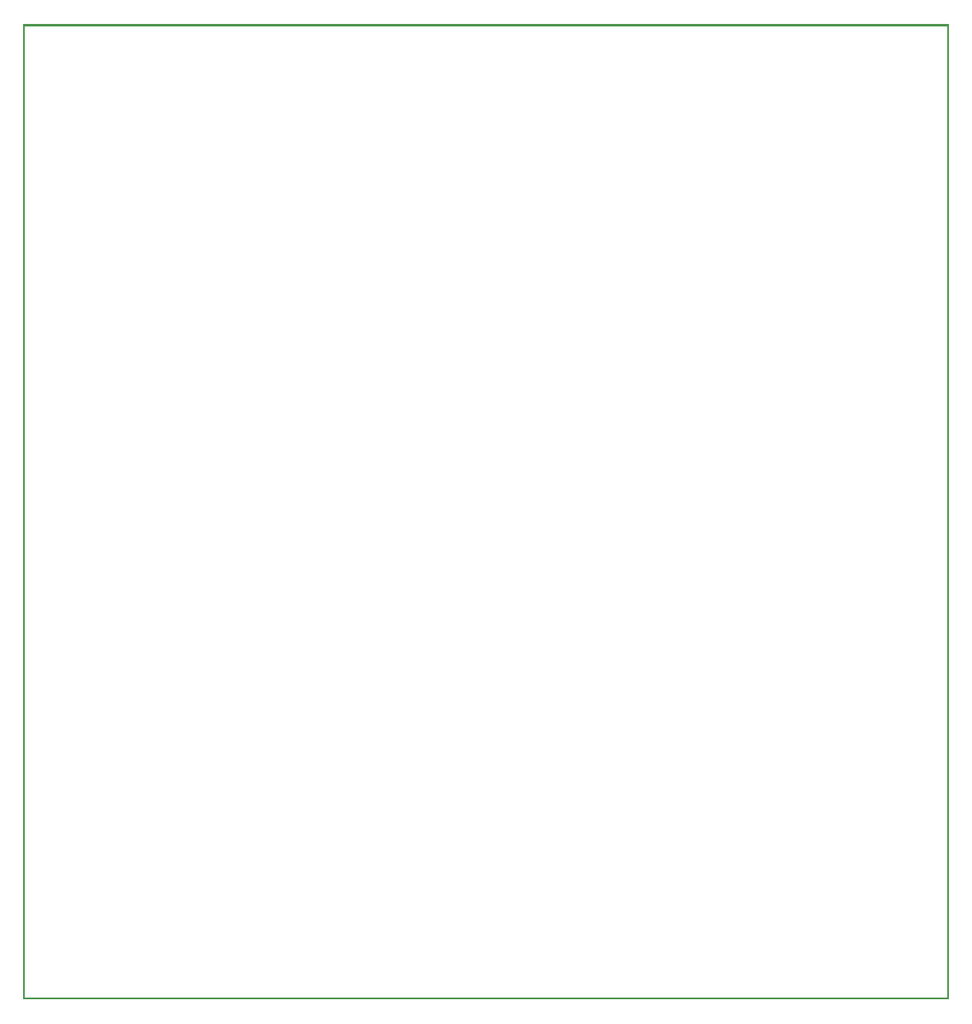
<source format=gbo>
G04 MADE WITH FRITZING*
G04 WWW.FRITZING.ORG*
G04 DOUBLE SIDED*
G04 HOLES PLATED*
G04 CONTOUR ON CENTER OF CONTOUR VECTOR*
%ASAXBY*%
%FSLAX23Y23*%
%MOIN*%
%OFA0B0*%
%SFA1.0B1.0*%
%ADD10R,0.001000X0.001000*%
%LNSILK0*%
G90*
G70*
G54D10*
X0Y3937D02*
X3739Y3937D01*
X0Y3936D02*
X3739Y3936D01*
X0Y3935D02*
X3739Y3935D01*
X0Y3934D02*
X3739Y3934D01*
X0Y3933D02*
X3739Y3933D01*
X0Y3932D02*
X3739Y3932D01*
X0Y3931D02*
X3739Y3931D01*
X0Y3930D02*
X3739Y3930D01*
X0Y3929D02*
X7Y3929D01*
X3732Y3929D02*
X3739Y3929D01*
X0Y3928D02*
X7Y3928D01*
X3732Y3928D02*
X3739Y3928D01*
X0Y3927D02*
X7Y3927D01*
X3732Y3927D02*
X3739Y3927D01*
X0Y3926D02*
X7Y3926D01*
X3732Y3926D02*
X3739Y3926D01*
X0Y3925D02*
X7Y3925D01*
X3732Y3925D02*
X3739Y3925D01*
X0Y3924D02*
X7Y3924D01*
X3732Y3924D02*
X3739Y3924D01*
X0Y3923D02*
X7Y3923D01*
X3732Y3923D02*
X3739Y3923D01*
X0Y3922D02*
X7Y3922D01*
X3732Y3922D02*
X3739Y3922D01*
X0Y3921D02*
X7Y3921D01*
X3732Y3921D02*
X3739Y3921D01*
X0Y3920D02*
X7Y3920D01*
X3732Y3920D02*
X3739Y3920D01*
X0Y3919D02*
X7Y3919D01*
X3732Y3919D02*
X3739Y3919D01*
X0Y3918D02*
X7Y3918D01*
X3732Y3918D02*
X3739Y3918D01*
X0Y3917D02*
X7Y3917D01*
X3732Y3917D02*
X3739Y3917D01*
X0Y3916D02*
X7Y3916D01*
X3732Y3916D02*
X3739Y3916D01*
X0Y3915D02*
X7Y3915D01*
X3732Y3915D02*
X3739Y3915D01*
X0Y3914D02*
X7Y3914D01*
X3732Y3914D02*
X3739Y3914D01*
X0Y3913D02*
X7Y3913D01*
X3732Y3913D02*
X3739Y3913D01*
X0Y3912D02*
X7Y3912D01*
X3732Y3912D02*
X3739Y3912D01*
X0Y3911D02*
X7Y3911D01*
X3732Y3911D02*
X3739Y3911D01*
X0Y3910D02*
X7Y3910D01*
X3732Y3910D02*
X3739Y3910D01*
X0Y3909D02*
X7Y3909D01*
X3732Y3909D02*
X3739Y3909D01*
X0Y3908D02*
X7Y3908D01*
X3732Y3908D02*
X3739Y3908D01*
X0Y3907D02*
X7Y3907D01*
X3732Y3907D02*
X3739Y3907D01*
X0Y3906D02*
X7Y3906D01*
X3732Y3906D02*
X3739Y3906D01*
X0Y3905D02*
X7Y3905D01*
X3732Y3905D02*
X3739Y3905D01*
X0Y3904D02*
X7Y3904D01*
X3732Y3904D02*
X3739Y3904D01*
X0Y3903D02*
X7Y3903D01*
X3732Y3903D02*
X3739Y3903D01*
X0Y3902D02*
X7Y3902D01*
X3732Y3902D02*
X3739Y3902D01*
X0Y3901D02*
X7Y3901D01*
X3732Y3901D02*
X3739Y3901D01*
X0Y3900D02*
X7Y3900D01*
X3732Y3900D02*
X3739Y3900D01*
X0Y3899D02*
X7Y3899D01*
X3732Y3899D02*
X3739Y3899D01*
X0Y3898D02*
X7Y3898D01*
X3732Y3898D02*
X3739Y3898D01*
X0Y3897D02*
X7Y3897D01*
X3732Y3897D02*
X3739Y3897D01*
X0Y3896D02*
X7Y3896D01*
X3732Y3896D02*
X3739Y3896D01*
X0Y3895D02*
X7Y3895D01*
X3732Y3895D02*
X3739Y3895D01*
X0Y3894D02*
X7Y3894D01*
X3732Y3894D02*
X3739Y3894D01*
X0Y3893D02*
X7Y3893D01*
X3732Y3893D02*
X3739Y3893D01*
X0Y3892D02*
X7Y3892D01*
X3732Y3892D02*
X3739Y3892D01*
X0Y3891D02*
X7Y3891D01*
X3732Y3891D02*
X3739Y3891D01*
X0Y3890D02*
X7Y3890D01*
X3732Y3890D02*
X3739Y3890D01*
X0Y3889D02*
X7Y3889D01*
X3732Y3889D02*
X3739Y3889D01*
X0Y3888D02*
X7Y3888D01*
X3732Y3888D02*
X3739Y3888D01*
X0Y3887D02*
X7Y3887D01*
X3732Y3887D02*
X3739Y3887D01*
X0Y3886D02*
X7Y3886D01*
X3732Y3886D02*
X3739Y3886D01*
X0Y3885D02*
X7Y3885D01*
X3732Y3885D02*
X3739Y3885D01*
X0Y3884D02*
X7Y3884D01*
X3732Y3884D02*
X3739Y3884D01*
X0Y3883D02*
X7Y3883D01*
X3732Y3883D02*
X3739Y3883D01*
X0Y3882D02*
X7Y3882D01*
X3732Y3882D02*
X3739Y3882D01*
X0Y3881D02*
X7Y3881D01*
X3732Y3881D02*
X3739Y3881D01*
X0Y3880D02*
X7Y3880D01*
X3732Y3880D02*
X3739Y3880D01*
X0Y3879D02*
X7Y3879D01*
X3732Y3879D02*
X3739Y3879D01*
X0Y3878D02*
X7Y3878D01*
X3732Y3878D02*
X3739Y3878D01*
X0Y3877D02*
X7Y3877D01*
X3732Y3877D02*
X3739Y3877D01*
X0Y3876D02*
X7Y3876D01*
X3732Y3876D02*
X3739Y3876D01*
X0Y3875D02*
X7Y3875D01*
X3732Y3875D02*
X3739Y3875D01*
X0Y3874D02*
X7Y3874D01*
X3732Y3874D02*
X3739Y3874D01*
X0Y3873D02*
X7Y3873D01*
X3732Y3873D02*
X3739Y3873D01*
X0Y3872D02*
X7Y3872D01*
X3732Y3872D02*
X3739Y3872D01*
X0Y3871D02*
X7Y3871D01*
X3732Y3871D02*
X3739Y3871D01*
X0Y3870D02*
X7Y3870D01*
X3732Y3870D02*
X3739Y3870D01*
X0Y3869D02*
X7Y3869D01*
X3732Y3869D02*
X3739Y3869D01*
X0Y3868D02*
X7Y3868D01*
X3732Y3868D02*
X3739Y3868D01*
X0Y3867D02*
X7Y3867D01*
X3732Y3867D02*
X3739Y3867D01*
X0Y3866D02*
X7Y3866D01*
X3732Y3866D02*
X3739Y3866D01*
X0Y3865D02*
X7Y3865D01*
X3732Y3865D02*
X3739Y3865D01*
X0Y3864D02*
X7Y3864D01*
X3732Y3864D02*
X3739Y3864D01*
X0Y3863D02*
X7Y3863D01*
X3732Y3863D02*
X3739Y3863D01*
X0Y3862D02*
X7Y3862D01*
X3732Y3862D02*
X3739Y3862D01*
X0Y3861D02*
X7Y3861D01*
X3732Y3861D02*
X3739Y3861D01*
X0Y3860D02*
X7Y3860D01*
X3732Y3860D02*
X3739Y3860D01*
X0Y3859D02*
X7Y3859D01*
X3732Y3859D02*
X3739Y3859D01*
X0Y3858D02*
X7Y3858D01*
X3732Y3858D02*
X3739Y3858D01*
X0Y3857D02*
X7Y3857D01*
X3732Y3857D02*
X3739Y3857D01*
X0Y3856D02*
X7Y3856D01*
X3732Y3856D02*
X3739Y3856D01*
X0Y3855D02*
X7Y3855D01*
X3732Y3855D02*
X3739Y3855D01*
X0Y3854D02*
X7Y3854D01*
X3732Y3854D02*
X3739Y3854D01*
X0Y3853D02*
X7Y3853D01*
X3732Y3853D02*
X3739Y3853D01*
X0Y3852D02*
X7Y3852D01*
X3732Y3852D02*
X3739Y3852D01*
X0Y3851D02*
X7Y3851D01*
X3732Y3851D02*
X3739Y3851D01*
X0Y3850D02*
X7Y3850D01*
X3732Y3850D02*
X3739Y3850D01*
X0Y3849D02*
X7Y3849D01*
X3732Y3849D02*
X3739Y3849D01*
X0Y3848D02*
X7Y3848D01*
X3732Y3848D02*
X3739Y3848D01*
X0Y3847D02*
X7Y3847D01*
X3732Y3847D02*
X3739Y3847D01*
X0Y3846D02*
X7Y3846D01*
X3732Y3846D02*
X3739Y3846D01*
X0Y3845D02*
X7Y3845D01*
X3732Y3845D02*
X3739Y3845D01*
X0Y3844D02*
X7Y3844D01*
X3732Y3844D02*
X3739Y3844D01*
X0Y3843D02*
X7Y3843D01*
X3732Y3843D02*
X3739Y3843D01*
X0Y3842D02*
X7Y3842D01*
X3732Y3842D02*
X3739Y3842D01*
X0Y3841D02*
X7Y3841D01*
X3732Y3841D02*
X3739Y3841D01*
X0Y3840D02*
X7Y3840D01*
X3732Y3840D02*
X3739Y3840D01*
X0Y3839D02*
X7Y3839D01*
X3732Y3839D02*
X3739Y3839D01*
X0Y3838D02*
X7Y3838D01*
X3732Y3838D02*
X3739Y3838D01*
X0Y3837D02*
X7Y3837D01*
X3732Y3837D02*
X3739Y3837D01*
X0Y3836D02*
X7Y3836D01*
X3732Y3836D02*
X3739Y3836D01*
X0Y3835D02*
X7Y3835D01*
X3732Y3835D02*
X3739Y3835D01*
X0Y3834D02*
X7Y3834D01*
X3732Y3834D02*
X3739Y3834D01*
X0Y3833D02*
X7Y3833D01*
X3732Y3833D02*
X3739Y3833D01*
X0Y3832D02*
X7Y3832D01*
X3732Y3832D02*
X3739Y3832D01*
X0Y3831D02*
X7Y3831D01*
X3732Y3831D02*
X3739Y3831D01*
X0Y3830D02*
X7Y3830D01*
X3732Y3830D02*
X3739Y3830D01*
X0Y3829D02*
X7Y3829D01*
X3732Y3829D02*
X3739Y3829D01*
X0Y3828D02*
X7Y3828D01*
X3732Y3828D02*
X3739Y3828D01*
X0Y3827D02*
X7Y3827D01*
X3732Y3827D02*
X3739Y3827D01*
X0Y3826D02*
X7Y3826D01*
X3732Y3826D02*
X3739Y3826D01*
X0Y3825D02*
X7Y3825D01*
X3732Y3825D02*
X3739Y3825D01*
X0Y3824D02*
X7Y3824D01*
X3732Y3824D02*
X3739Y3824D01*
X0Y3823D02*
X7Y3823D01*
X3732Y3823D02*
X3739Y3823D01*
X0Y3822D02*
X7Y3822D01*
X3732Y3822D02*
X3739Y3822D01*
X0Y3821D02*
X7Y3821D01*
X3732Y3821D02*
X3739Y3821D01*
X0Y3820D02*
X7Y3820D01*
X3732Y3820D02*
X3739Y3820D01*
X0Y3819D02*
X7Y3819D01*
X3732Y3819D02*
X3739Y3819D01*
X0Y3818D02*
X7Y3818D01*
X3732Y3818D02*
X3739Y3818D01*
X0Y3817D02*
X7Y3817D01*
X3732Y3817D02*
X3739Y3817D01*
X0Y3816D02*
X7Y3816D01*
X3732Y3816D02*
X3739Y3816D01*
X0Y3815D02*
X7Y3815D01*
X3732Y3815D02*
X3739Y3815D01*
X0Y3814D02*
X7Y3814D01*
X3732Y3814D02*
X3739Y3814D01*
X0Y3813D02*
X7Y3813D01*
X3732Y3813D02*
X3739Y3813D01*
X0Y3812D02*
X7Y3812D01*
X3732Y3812D02*
X3739Y3812D01*
X0Y3811D02*
X7Y3811D01*
X3732Y3811D02*
X3739Y3811D01*
X0Y3810D02*
X7Y3810D01*
X3732Y3810D02*
X3739Y3810D01*
X0Y3809D02*
X7Y3809D01*
X3732Y3809D02*
X3739Y3809D01*
X0Y3808D02*
X7Y3808D01*
X3732Y3808D02*
X3739Y3808D01*
X0Y3807D02*
X7Y3807D01*
X3732Y3807D02*
X3739Y3807D01*
X0Y3806D02*
X7Y3806D01*
X3732Y3806D02*
X3739Y3806D01*
X0Y3805D02*
X7Y3805D01*
X3732Y3805D02*
X3739Y3805D01*
X0Y3804D02*
X7Y3804D01*
X3732Y3804D02*
X3739Y3804D01*
X0Y3803D02*
X7Y3803D01*
X3732Y3803D02*
X3739Y3803D01*
X0Y3802D02*
X7Y3802D01*
X3732Y3802D02*
X3739Y3802D01*
X0Y3801D02*
X7Y3801D01*
X3732Y3801D02*
X3739Y3801D01*
X0Y3800D02*
X7Y3800D01*
X3732Y3800D02*
X3739Y3800D01*
X0Y3799D02*
X7Y3799D01*
X3732Y3799D02*
X3739Y3799D01*
X0Y3798D02*
X7Y3798D01*
X3732Y3798D02*
X3739Y3798D01*
X0Y3797D02*
X7Y3797D01*
X3732Y3797D02*
X3739Y3797D01*
X0Y3796D02*
X7Y3796D01*
X3732Y3796D02*
X3739Y3796D01*
X0Y3795D02*
X7Y3795D01*
X3732Y3795D02*
X3739Y3795D01*
X0Y3794D02*
X7Y3794D01*
X3732Y3794D02*
X3739Y3794D01*
X0Y3793D02*
X7Y3793D01*
X3732Y3793D02*
X3739Y3793D01*
X0Y3792D02*
X7Y3792D01*
X3732Y3792D02*
X3739Y3792D01*
X0Y3791D02*
X7Y3791D01*
X3732Y3791D02*
X3739Y3791D01*
X0Y3790D02*
X7Y3790D01*
X3732Y3790D02*
X3739Y3790D01*
X0Y3789D02*
X7Y3789D01*
X3732Y3789D02*
X3739Y3789D01*
X0Y3788D02*
X7Y3788D01*
X3732Y3788D02*
X3739Y3788D01*
X0Y3787D02*
X7Y3787D01*
X3732Y3787D02*
X3739Y3787D01*
X0Y3786D02*
X7Y3786D01*
X3732Y3786D02*
X3739Y3786D01*
X0Y3785D02*
X7Y3785D01*
X3732Y3785D02*
X3739Y3785D01*
X0Y3784D02*
X7Y3784D01*
X3732Y3784D02*
X3739Y3784D01*
X0Y3783D02*
X7Y3783D01*
X3732Y3783D02*
X3739Y3783D01*
X0Y3782D02*
X7Y3782D01*
X3732Y3782D02*
X3739Y3782D01*
X0Y3781D02*
X7Y3781D01*
X3732Y3781D02*
X3739Y3781D01*
X0Y3780D02*
X7Y3780D01*
X3732Y3780D02*
X3739Y3780D01*
X0Y3779D02*
X7Y3779D01*
X3732Y3779D02*
X3739Y3779D01*
X0Y3778D02*
X7Y3778D01*
X3732Y3778D02*
X3739Y3778D01*
X0Y3777D02*
X7Y3777D01*
X3732Y3777D02*
X3739Y3777D01*
X0Y3776D02*
X7Y3776D01*
X3732Y3776D02*
X3739Y3776D01*
X0Y3775D02*
X7Y3775D01*
X3732Y3775D02*
X3739Y3775D01*
X0Y3774D02*
X7Y3774D01*
X3732Y3774D02*
X3739Y3774D01*
X0Y3773D02*
X7Y3773D01*
X3732Y3773D02*
X3739Y3773D01*
X0Y3772D02*
X7Y3772D01*
X3732Y3772D02*
X3739Y3772D01*
X0Y3771D02*
X7Y3771D01*
X3732Y3771D02*
X3739Y3771D01*
X0Y3770D02*
X7Y3770D01*
X3732Y3770D02*
X3739Y3770D01*
X0Y3769D02*
X7Y3769D01*
X3732Y3769D02*
X3739Y3769D01*
X0Y3768D02*
X7Y3768D01*
X3732Y3768D02*
X3739Y3768D01*
X0Y3767D02*
X7Y3767D01*
X3732Y3767D02*
X3739Y3767D01*
X0Y3766D02*
X7Y3766D01*
X3732Y3766D02*
X3739Y3766D01*
X0Y3765D02*
X7Y3765D01*
X3732Y3765D02*
X3739Y3765D01*
X0Y3764D02*
X7Y3764D01*
X3732Y3764D02*
X3739Y3764D01*
X0Y3763D02*
X7Y3763D01*
X3732Y3763D02*
X3739Y3763D01*
X0Y3762D02*
X7Y3762D01*
X3732Y3762D02*
X3739Y3762D01*
X0Y3761D02*
X7Y3761D01*
X3732Y3761D02*
X3739Y3761D01*
X0Y3760D02*
X7Y3760D01*
X3732Y3760D02*
X3739Y3760D01*
X0Y3759D02*
X7Y3759D01*
X3732Y3759D02*
X3739Y3759D01*
X0Y3758D02*
X7Y3758D01*
X3732Y3758D02*
X3739Y3758D01*
X0Y3757D02*
X7Y3757D01*
X3732Y3757D02*
X3739Y3757D01*
X0Y3756D02*
X7Y3756D01*
X3732Y3756D02*
X3739Y3756D01*
X0Y3755D02*
X7Y3755D01*
X3732Y3755D02*
X3739Y3755D01*
X0Y3754D02*
X7Y3754D01*
X3732Y3754D02*
X3739Y3754D01*
X0Y3753D02*
X7Y3753D01*
X3732Y3753D02*
X3739Y3753D01*
X0Y3752D02*
X7Y3752D01*
X3732Y3752D02*
X3739Y3752D01*
X0Y3751D02*
X7Y3751D01*
X3732Y3751D02*
X3739Y3751D01*
X0Y3750D02*
X7Y3750D01*
X3732Y3750D02*
X3739Y3750D01*
X0Y3749D02*
X7Y3749D01*
X3732Y3749D02*
X3739Y3749D01*
X0Y3748D02*
X7Y3748D01*
X3732Y3748D02*
X3739Y3748D01*
X0Y3747D02*
X7Y3747D01*
X3732Y3747D02*
X3739Y3747D01*
X0Y3746D02*
X7Y3746D01*
X3732Y3746D02*
X3739Y3746D01*
X0Y3745D02*
X7Y3745D01*
X3732Y3745D02*
X3739Y3745D01*
X0Y3744D02*
X7Y3744D01*
X3732Y3744D02*
X3739Y3744D01*
X0Y3743D02*
X7Y3743D01*
X3732Y3743D02*
X3739Y3743D01*
X0Y3742D02*
X7Y3742D01*
X3732Y3742D02*
X3739Y3742D01*
X0Y3741D02*
X7Y3741D01*
X3732Y3741D02*
X3739Y3741D01*
X0Y3740D02*
X7Y3740D01*
X3732Y3740D02*
X3739Y3740D01*
X0Y3739D02*
X7Y3739D01*
X3732Y3739D02*
X3739Y3739D01*
X0Y3738D02*
X7Y3738D01*
X3732Y3738D02*
X3739Y3738D01*
X0Y3737D02*
X7Y3737D01*
X3732Y3737D02*
X3739Y3737D01*
X0Y3736D02*
X7Y3736D01*
X3732Y3736D02*
X3739Y3736D01*
X0Y3735D02*
X7Y3735D01*
X3732Y3735D02*
X3739Y3735D01*
X0Y3734D02*
X7Y3734D01*
X3732Y3734D02*
X3739Y3734D01*
X0Y3733D02*
X7Y3733D01*
X3732Y3733D02*
X3739Y3733D01*
X0Y3732D02*
X7Y3732D01*
X3732Y3732D02*
X3739Y3732D01*
X0Y3731D02*
X7Y3731D01*
X3732Y3731D02*
X3739Y3731D01*
X0Y3730D02*
X7Y3730D01*
X3732Y3730D02*
X3739Y3730D01*
X0Y3729D02*
X7Y3729D01*
X3732Y3729D02*
X3739Y3729D01*
X0Y3728D02*
X7Y3728D01*
X3732Y3728D02*
X3739Y3728D01*
X0Y3727D02*
X7Y3727D01*
X3732Y3727D02*
X3739Y3727D01*
X0Y3726D02*
X7Y3726D01*
X3732Y3726D02*
X3739Y3726D01*
X0Y3725D02*
X7Y3725D01*
X3732Y3725D02*
X3739Y3725D01*
X0Y3724D02*
X7Y3724D01*
X3732Y3724D02*
X3739Y3724D01*
X0Y3723D02*
X7Y3723D01*
X3732Y3723D02*
X3739Y3723D01*
X0Y3722D02*
X7Y3722D01*
X3732Y3722D02*
X3739Y3722D01*
X0Y3721D02*
X7Y3721D01*
X3732Y3721D02*
X3739Y3721D01*
X0Y3720D02*
X7Y3720D01*
X3732Y3720D02*
X3739Y3720D01*
X0Y3719D02*
X7Y3719D01*
X3732Y3719D02*
X3739Y3719D01*
X0Y3718D02*
X7Y3718D01*
X3732Y3718D02*
X3739Y3718D01*
X0Y3717D02*
X7Y3717D01*
X3732Y3717D02*
X3739Y3717D01*
X0Y3716D02*
X7Y3716D01*
X3732Y3716D02*
X3739Y3716D01*
X0Y3715D02*
X7Y3715D01*
X3732Y3715D02*
X3739Y3715D01*
X0Y3714D02*
X7Y3714D01*
X3732Y3714D02*
X3739Y3714D01*
X0Y3713D02*
X7Y3713D01*
X3732Y3713D02*
X3739Y3713D01*
X0Y3712D02*
X7Y3712D01*
X3732Y3712D02*
X3739Y3712D01*
X0Y3711D02*
X7Y3711D01*
X3732Y3711D02*
X3739Y3711D01*
X0Y3710D02*
X7Y3710D01*
X3732Y3710D02*
X3739Y3710D01*
X0Y3709D02*
X7Y3709D01*
X3732Y3709D02*
X3739Y3709D01*
X0Y3708D02*
X7Y3708D01*
X3732Y3708D02*
X3739Y3708D01*
X0Y3707D02*
X7Y3707D01*
X3732Y3707D02*
X3739Y3707D01*
X0Y3706D02*
X7Y3706D01*
X3732Y3706D02*
X3739Y3706D01*
X0Y3705D02*
X7Y3705D01*
X3732Y3705D02*
X3739Y3705D01*
X0Y3704D02*
X7Y3704D01*
X3732Y3704D02*
X3739Y3704D01*
X0Y3703D02*
X7Y3703D01*
X3732Y3703D02*
X3739Y3703D01*
X0Y3702D02*
X7Y3702D01*
X3732Y3702D02*
X3739Y3702D01*
X0Y3701D02*
X7Y3701D01*
X3732Y3701D02*
X3739Y3701D01*
X0Y3700D02*
X7Y3700D01*
X3732Y3700D02*
X3739Y3700D01*
X0Y3699D02*
X7Y3699D01*
X3732Y3699D02*
X3739Y3699D01*
X0Y3698D02*
X7Y3698D01*
X3732Y3698D02*
X3739Y3698D01*
X0Y3697D02*
X7Y3697D01*
X3732Y3697D02*
X3739Y3697D01*
X0Y3696D02*
X7Y3696D01*
X3732Y3696D02*
X3739Y3696D01*
X0Y3695D02*
X7Y3695D01*
X3732Y3695D02*
X3739Y3695D01*
X0Y3694D02*
X7Y3694D01*
X3732Y3694D02*
X3739Y3694D01*
X0Y3693D02*
X7Y3693D01*
X3732Y3693D02*
X3739Y3693D01*
X0Y3692D02*
X7Y3692D01*
X3732Y3692D02*
X3739Y3692D01*
X0Y3691D02*
X7Y3691D01*
X3732Y3691D02*
X3739Y3691D01*
X0Y3690D02*
X7Y3690D01*
X3732Y3690D02*
X3739Y3690D01*
X0Y3689D02*
X7Y3689D01*
X3732Y3689D02*
X3739Y3689D01*
X0Y3688D02*
X7Y3688D01*
X3732Y3688D02*
X3739Y3688D01*
X0Y3687D02*
X7Y3687D01*
X3732Y3687D02*
X3739Y3687D01*
X0Y3686D02*
X7Y3686D01*
X3732Y3686D02*
X3739Y3686D01*
X0Y3685D02*
X7Y3685D01*
X3732Y3685D02*
X3739Y3685D01*
X0Y3684D02*
X7Y3684D01*
X3732Y3684D02*
X3739Y3684D01*
X0Y3683D02*
X7Y3683D01*
X3732Y3683D02*
X3739Y3683D01*
X0Y3682D02*
X7Y3682D01*
X3732Y3682D02*
X3739Y3682D01*
X0Y3681D02*
X7Y3681D01*
X3732Y3681D02*
X3739Y3681D01*
X0Y3680D02*
X7Y3680D01*
X3732Y3680D02*
X3739Y3680D01*
X0Y3679D02*
X7Y3679D01*
X3732Y3679D02*
X3739Y3679D01*
X0Y3678D02*
X7Y3678D01*
X3732Y3678D02*
X3739Y3678D01*
X0Y3677D02*
X7Y3677D01*
X3732Y3677D02*
X3739Y3677D01*
X0Y3676D02*
X7Y3676D01*
X3732Y3676D02*
X3739Y3676D01*
X0Y3675D02*
X7Y3675D01*
X3732Y3675D02*
X3739Y3675D01*
X0Y3674D02*
X7Y3674D01*
X3732Y3674D02*
X3739Y3674D01*
X0Y3673D02*
X7Y3673D01*
X3732Y3673D02*
X3739Y3673D01*
X0Y3672D02*
X7Y3672D01*
X3732Y3672D02*
X3739Y3672D01*
X0Y3671D02*
X7Y3671D01*
X3732Y3671D02*
X3739Y3671D01*
X0Y3670D02*
X7Y3670D01*
X3732Y3670D02*
X3739Y3670D01*
X0Y3669D02*
X7Y3669D01*
X3732Y3669D02*
X3739Y3669D01*
X0Y3668D02*
X7Y3668D01*
X3732Y3668D02*
X3739Y3668D01*
X0Y3667D02*
X7Y3667D01*
X3732Y3667D02*
X3739Y3667D01*
X0Y3666D02*
X7Y3666D01*
X3732Y3666D02*
X3739Y3666D01*
X0Y3665D02*
X7Y3665D01*
X3732Y3665D02*
X3739Y3665D01*
X0Y3664D02*
X7Y3664D01*
X3732Y3664D02*
X3739Y3664D01*
X0Y3663D02*
X7Y3663D01*
X3732Y3663D02*
X3739Y3663D01*
X0Y3662D02*
X7Y3662D01*
X3732Y3662D02*
X3739Y3662D01*
X0Y3661D02*
X7Y3661D01*
X3732Y3661D02*
X3739Y3661D01*
X0Y3660D02*
X7Y3660D01*
X3732Y3660D02*
X3739Y3660D01*
X0Y3659D02*
X7Y3659D01*
X3732Y3659D02*
X3739Y3659D01*
X0Y3658D02*
X7Y3658D01*
X3732Y3658D02*
X3739Y3658D01*
X0Y3657D02*
X7Y3657D01*
X3732Y3657D02*
X3739Y3657D01*
X0Y3656D02*
X7Y3656D01*
X3732Y3656D02*
X3739Y3656D01*
X0Y3655D02*
X7Y3655D01*
X3732Y3655D02*
X3739Y3655D01*
X0Y3654D02*
X7Y3654D01*
X3732Y3654D02*
X3739Y3654D01*
X0Y3653D02*
X7Y3653D01*
X3732Y3653D02*
X3739Y3653D01*
X0Y3652D02*
X7Y3652D01*
X3732Y3652D02*
X3739Y3652D01*
X0Y3651D02*
X7Y3651D01*
X3732Y3651D02*
X3739Y3651D01*
X0Y3650D02*
X7Y3650D01*
X3732Y3650D02*
X3739Y3650D01*
X0Y3649D02*
X7Y3649D01*
X3732Y3649D02*
X3739Y3649D01*
X0Y3648D02*
X7Y3648D01*
X3732Y3648D02*
X3739Y3648D01*
X0Y3647D02*
X7Y3647D01*
X3732Y3647D02*
X3739Y3647D01*
X0Y3646D02*
X7Y3646D01*
X3732Y3646D02*
X3739Y3646D01*
X0Y3645D02*
X7Y3645D01*
X3732Y3645D02*
X3739Y3645D01*
X0Y3644D02*
X7Y3644D01*
X3732Y3644D02*
X3739Y3644D01*
X0Y3643D02*
X7Y3643D01*
X3732Y3643D02*
X3739Y3643D01*
X0Y3642D02*
X7Y3642D01*
X3732Y3642D02*
X3739Y3642D01*
X0Y3641D02*
X7Y3641D01*
X3732Y3641D02*
X3739Y3641D01*
X0Y3640D02*
X7Y3640D01*
X3732Y3640D02*
X3739Y3640D01*
X0Y3639D02*
X7Y3639D01*
X3732Y3639D02*
X3739Y3639D01*
X0Y3638D02*
X7Y3638D01*
X3732Y3638D02*
X3739Y3638D01*
X0Y3637D02*
X7Y3637D01*
X3732Y3637D02*
X3739Y3637D01*
X0Y3636D02*
X7Y3636D01*
X3732Y3636D02*
X3739Y3636D01*
X0Y3635D02*
X7Y3635D01*
X3732Y3635D02*
X3739Y3635D01*
X0Y3634D02*
X7Y3634D01*
X3732Y3634D02*
X3739Y3634D01*
X0Y3633D02*
X7Y3633D01*
X3732Y3633D02*
X3739Y3633D01*
X0Y3632D02*
X7Y3632D01*
X3732Y3632D02*
X3739Y3632D01*
X0Y3631D02*
X7Y3631D01*
X3732Y3631D02*
X3739Y3631D01*
X0Y3630D02*
X7Y3630D01*
X3732Y3630D02*
X3739Y3630D01*
X0Y3629D02*
X7Y3629D01*
X3732Y3629D02*
X3739Y3629D01*
X0Y3628D02*
X7Y3628D01*
X3732Y3628D02*
X3739Y3628D01*
X0Y3627D02*
X7Y3627D01*
X3732Y3627D02*
X3739Y3627D01*
X0Y3626D02*
X7Y3626D01*
X3732Y3626D02*
X3739Y3626D01*
X0Y3625D02*
X7Y3625D01*
X3732Y3625D02*
X3739Y3625D01*
X0Y3624D02*
X7Y3624D01*
X3732Y3624D02*
X3739Y3624D01*
X0Y3623D02*
X7Y3623D01*
X3732Y3623D02*
X3739Y3623D01*
X0Y3622D02*
X7Y3622D01*
X3732Y3622D02*
X3739Y3622D01*
X0Y3621D02*
X7Y3621D01*
X3732Y3621D02*
X3739Y3621D01*
X0Y3620D02*
X7Y3620D01*
X3732Y3620D02*
X3739Y3620D01*
X0Y3619D02*
X7Y3619D01*
X3732Y3619D02*
X3739Y3619D01*
X0Y3618D02*
X7Y3618D01*
X3732Y3618D02*
X3739Y3618D01*
X0Y3617D02*
X7Y3617D01*
X3732Y3617D02*
X3739Y3617D01*
X0Y3616D02*
X7Y3616D01*
X3732Y3616D02*
X3739Y3616D01*
X0Y3615D02*
X7Y3615D01*
X3732Y3615D02*
X3739Y3615D01*
X0Y3614D02*
X7Y3614D01*
X3732Y3614D02*
X3739Y3614D01*
X0Y3613D02*
X7Y3613D01*
X3732Y3613D02*
X3739Y3613D01*
X0Y3612D02*
X7Y3612D01*
X3732Y3612D02*
X3739Y3612D01*
X0Y3611D02*
X7Y3611D01*
X3732Y3611D02*
X3739Y3611D01*
X0Y3610D02*
X7Y3610D01*
X3732Y3610D02*
X3739Y3610D01*
X0Y3609D02*
X7Y3609D01*
X3732Y3609D02*
X3739Y3609D01*
X0Y3608D02*
X7Y3608D01*
X3732Y3608D02*
X3739Y3608D01*
X0Y3607D02*
X7Y3607D01*
X3732Y3607D02*
X3739Y3607D01*
X0Y3606D02*
X7Y3606D01*
X3732Y3606D02*
X3739Y3606D01*
X0Y3605D02*
X7Y3605D01*
X3732Y3605D02*
X3739Y3605D01*
X0Y3604D02*
X7Y3604D01*
X3732Y3604D02*
X3739Y3604D01*
X0Y3603D02*
X7Y3603D01*
X3732Y3603D02*
X3739Y3603D01*
X0Y3602D02*
X7Y3602D01*
X3732Y3602D02*
X3739Y3602D01*
X0Y3601D02*
X7Y3601D01*
X3732Y3601D02*
X3739Y3601D01*
X0Y3600D02*
X7Y3600D01*
X3732Y3600D02*
X3739Y3600D01*
X0Y3599D02*
X7Y3599D01*
X3732Y3599D02*
X3739Y3599D01*
X0Y3598D02*
X7Y3598D01*
X3732Y3598D02*
X3739Y3598D01*
X0Y3597D02*
X7Y3597D01*
X3732Y3597D02*
X3739Y3597D01*
X0Y3596D02*
X7Y3596D01*
X3732Y3596D02*
X3739Y3596D01*
X0Y3595D02*
X7Y3595D01*
X3732Y3595D02*
X3739Y3595D01*
X0Y3594D02*
X7Y3594D01*
X3732Y3594D02*
X3739Y3594D01*
X0Y3593D02*
X7Y3593D01*
X3732Y3593D02*
X3739Y3593D01*
X0Y3592D02*
X7Y3592D01*
X3732Y3592D02*
X3739Y3592D01*
X0Y3591D02*
X7Y3591D01*
X3732Y3591D02*
X3739Y3591D01*
X0Y3590D02*
X7Y3590D01*
X3732Y3590D02*
X3739Y3590D01*
X0Y3589D02*
X7Y3589D01*
X3732Y3589D02*
X3739Y3589D01*
X0Y3588D02*
X7Y3588D01*
X3732Y3588D02*
X3739Y3588D01*
X0Y3587D02*
X7Y3587D01*
X3732Y3587D02*
X3739Y3587D01*
X0Y3586D02*
X7Y3586D01*
X3732Y3586D02*
X3739Y3586D01*
X0Y3585D02*
X7Y3585D01*
X3732Y3585D02*
X3739Y3585D01*
X0Y3584D02*
X7Y3584D01*
X3732Y3584D02*
X3739Y3584D01*
X0Y3583D02*
X7Y3583D01*
X3732Y3583D02*
X3739Y3583D01*
X0Y3582D02*
X7Y3582D01*
X3732Y3582D02*
X3739Y3582D01*
X0Y3581D02*
X7Y3581D01*
X3732Y3581D02*
X3739Y3581D01*
X0Y3580D02*
X7Y3580D01*
X3732Y3580D02*
X3739Y3580D01*
X0Y3579D02*
X7Y3579D01*
X3732Y3579D02*
X3739Y3579D01*
X0Y3578D02*
X7Y3578D01*
X3732Y3578D02*
X3739Y3578D01*
X0Y3577D02*
X7Y3577D01*
X3732Y3577D02*
X3739Y3577D01*
X0Y3576D02*
X7Y3576D01*
X3732Y3576D02*
X3739Y3576D01*
X0Y3575D02*
X7Y3575D01*
X3732Y3575D02*
X3739Y3575D01*
X0Y3574D02*
X7Y3574D01*
X3732Y3574D02*
X3739Y3574D01*
X0Y3573D02*
X7Y3573D01*
X3732Y3573D02*
X3739Y3573D01*
X0Y3572D02*
X7Y3572D01*
X3732Y3572D02*
X3739Y3572D01*
X0Y3571D02*
X7Y3571D01*
X3732Y3571D02*
X3739Y3571D01*
X0Y3570D02*
X7Y3570D01*
X3732Y3570D02*
X3739Y3570D01*
X0Y3569D02*
X7Y3569D01*
X3732Y3569D02*
X3739Y3569D01*
X0Y3568D02*
X7Y3568D01*
X3732Y3568D02*
X3739Y3568D01*
X0Y3567D02*
X7Y3567D01*
X3732Y3567D02*
X3739Y3567D01*
X0Y3566D02*
X7Y3566D01*
X3732Y3566D02*
X3739Y3566D01*
X0Y3565D02*
X7Y3565D01*
X3732Y3565D02*
X3739Y3565D01*
X0Y3564D02*
X7Y3564D01*
X3732Y3564D02*
X3739Y3564D01*
X0Y3563D02*
X7Y3563D01*
X3732Y3563D02*
X3739Y3563D01*
X0Y3562D02*
X7Y3562D01*
X3732Y3562D02*
X3739Y3562D01*
X0Y3561D02*
X7Y3561D01*
X3732Y3561D02*
X3739Y3561D01*
X0Y3560D02*
X7Y3560D01*
X3732Y3560D02*
X3739Y3560D01*
X0Y3559D02*
X7Y3559D01*
X3732Y3559D02*
X3739Y3559D01*
X0Y3558D02*
X7Y3558D01*
X3732Y3558D02*
X3739Y3558D01*
X0Y3557D02*
X7Y3557D01*
X3732Y3557D02*
X3739Y3557D01*
X0Y3556D02*
X7Y3556D01*
X3732Y3556D02*
X3739Y3556D01*
X0Y3555D02*
X7Y3555D01*
X3732Y3555D02*
X3739Y3555D01*
X0Y3554D02*
X7Y3554D01*
X3732Y3554D02*
X3739Y3554D01*
X0Y3553D02*
X7Y3553D01*
X3732Y3553D02*
X3739Y3553D01*
X0Y3552D02*
X7Y3552D01*
X3732Y3552D02*
X3739Y3552D01*
X0Y3551D02*
X7Y3551D01*
X3732Y3551D02*
X3739Y3551D01*
X0Y3550D02*
X7Y3550D01*
X3732Y3550D02*
X3739Y3550D01*
X0Y3549D02*
X7Y3549D01*
X3732Y3549D02*
X3739Y3549D01*
X0Y3548D02*
X7Y3548D01*
X3732Y3548D02*
X3739Y3548D01*
X0Y3547D02*
X7Y3547D01*
X3732Y3547D02*
X3739Y3547D01*
X0Y3546D02*
X7Y3546D01*
X3732Y3546D02*
X3739Y3546D01*
X0Y3545D02*
X7Y3545D01*
X3732Y3545D02*
X3739Y3545D01*
X0Y3544D02*
X7Y3544D01*
X3732Y3544D02*
X3739Y3544D01*
X0Y3543D02*
X7Y3543D01*
X3732Y3543D02*
X3739Y3543D01*
X0Y3542D02*
X7Y3542D01*
X3732Y3542D02*
X3739Y3542D01*
X0Y3541D02*
X7Y3541D01*
X3732Y3541D02*
X3739Y3541D01*
X0Y3540D02*
X7Y3540D01*
X3732Y3540D02*
X3739Y3540D01*
X0Y3539D02*
X7Y3539D01*
X3732Y3539D02*
X3739Y3539D01*
X0Y3538D02*
X7Y3538D01*
X3732Y3538D02*
X3739Y3538D01*
X0Y3537D02*
X7Y3537D01*
X3732Y3537D02*
X3739Y3537D01*
X0Y3536D02*
X7Y3536D01*
X3732Y3536D02*
X3739Y3536D01*
X0Y3535D02*
X7Y3535D01*
X3732Y3535D02*
X3739Y3535D01*
X0Y3534D02*
X7Y3534D01*
X3732Y3534D02*
X3739Y3534D01*
X0Y3533D02*
X7Y3533D01*
X3732Y3533D02*
X3739Y3533D01*
X0Y3532D02*
X7Y3532D01*
X3732Y3532D02*
X3739Y3532D01*
X0Y3531D02*
X7Y3531D01*
X3732Y3531D02*
X3739Y3531D01*
X0Y3530D02*
X7Y3530D01*
X3732Y3530D02*
X3739Y3530D01*
X0Y3529D02*
X7Y3529D01*
X3732Y3529D02*
X3739Y3529D01*
X0Y3528D02*
X7Y3528D01*
X3732Y3528D02*
X3739Y3528D01*
X0Y3527D02*
X7Y3527D01*
X3732Y3527D02*
X3739Y3527D01*
X0Y3526D02*
X7Y3526D01*
X3732Y3526D02*
X3739Y3526D01*
X0Y3525D02*
X7Y3525D01*
X3732Y3525D02*
X3739Y3525D01*
X0Y3524D02*
X7Y3524D01*
X3732Y3524D02*
X3739Y3524D01*
X0Y3523D02*
X7Y3523D01*
X3732Y3523D02*
X3739Y3523D01*
X0Y3522D02*
X7Y3522D01*
X3732Y3522D02*
X3739Y3522D01*
X0Y3521D02*
X7Y3521D01*
X3732Y3521D02*
X3739Y3521D01*
X0Y3520D02*
X7Y3520D01*
X3732Y3520D02*
X3739Y3520D01*
X0Y3519D02*
X7Y3519D01*
X3732Y3519D02*
X3739Y3519D01*
X0Y3518D02*
X7Y3518D01*
X3732Y3518D02*
X3739Y3518D01*
X0Y3517D02*
X7Y3517D01*
X3732Y3517D02*
X3739Y3517D01*
X0Y3516D02*
X7Y3516D01*
X3732Y3516D02*
X3739Y3516D01*
X0Y3515D02*
X7Y3515D01*
X3732Y3515D02*
X3739Y3515D01*
X0Y3514D02*
X7Y3514D01*
X3732Y3514D02*
X3739Y3514D01*
X0Y3513D02*
X7Y3513D01*
X3732Y3513D02*
X3739Y3513D01*
X0Y3512D02*
X7Y3512D01*
X3732Y3512D02*
X3739Y3512D01*
X0Y3511D02*
X7Y3511D01*
X3732Y3511D02*
X3739Y3511D01*
X0Y3510D02*
X7Y3510D01*
X3732Y3510D02*
X3739Y3510D01*
X0Y3509D02*
X7Y3509D01*
X3732Y3509D02*
X3739Y3509D01*
X0Y3508D02*
X7Y3508D01*
X3732Y3508D02*
X3739Y3508D01*
X0Y3507D02*
X7Y3507D01*
X3732Y3507D02*
X3739Y3507D01*
X0Y3506D02*
X7Y3506D01*
X3732Y3506D02*
X3739Y3506D01*
X0Y3505D02*
X7Y3505D01*
X3732Y3505D02*
X3739Y3505D01*
X0Y3504D02*
X7Y3504D01*
X3732Y3504D02*
X3739Y3504D01*
X0Y3503D02*
X7Y3503D01*
X3732Y3503D02*
X3739Y3503D01*
X0Y3502D02*
X7Y3502D01*
X3732Y3502D02*
X3739Y3502D01*
X0Y3501D02*
X7Y3501D01*
X3732Y3501D02*
X3739Y3501D01*
X0Y3500D02*
X7Y3500D01*
X3732Y3500D02*
X3739Y3500D01*
X0Y3499D02*
X7Y3499D01*
X3732Y3499D02*
X3739Y3499D01*
X0Y3498D02*
X7Y3498D01*
X3732Y3498D02*
X3739Y3498D01*
X0Y3497D02*
X7Y3497D01*
X3732Y3497D02*
X3739Y3497D01*
X0Y3496D02*
X7Y3496D01*
X3732Y3496D02*
X3739Y3496D01*
X0Y3495D02*
X7Y3495D01*
X3732Y3495D02*
X3739Y3495D01*
X0Y3494D02*
X7Y3494D01*
X3732Y3494D02*
X3739Y3494D01*
X0Y3493D02*
X7Y3493D01*
X3732Y3493D02*
X3739Y3493D01*
X0Y3492D02*
X7Y3492D01*
X3732Y3492D02*
X3739Y3492D01*
X0Y3491D02*
X7Y3491D01*
X3732Y3491D02*
X3739Y3491D01*
X0Y3490D02*
X7Y3490D01*
X3732Y3490D02*
X3739Y3490D01*
X0Y3489D02*
X7Y3489D01*
X3732Y3489D02*
X3739Y3489D01*
X0Y3488D02*
X7Y3488D01*
X3732Y3488D02*
X3739Y3488D01*
X0Y3487D02*
X7Y3487D01*
X3732Y3487D02*
X3739Y3487D01*
X0Y3486D02*
X7Y3486D01*
X3732Y3486D02*
X3739Y3486D01*
X0Y3485D02*
X7Y3485D01*
X3732Y3485D02*
X3739Y3485D01*
X0Y3484D02*
X7Y3484D01*
X3732Y3484D02*
X3739Y3484D01*
X0Y3483D02*
X7Y3483D01*
X3732Y3483D02*
X3739Y3483D01*
X0Y3482D02*
X7Y3482D01*
X3732Y3482D02*
X3739Y3482D01*
X0Y3481D02*
X7Y3481D01*
X3732Y3481D02*
X3739Y3481D01*
X0Y3480D02*
X7Y3480D01*
X3732Y3480D02*
X3739Y3480D01*
X0Y3479D02*
X7Y3479D01*
X3732Y3479D02*
X3739Y3479D01*
X0Y3478D02*
X7Y3478D01*
X3732Y3478D02*
X3739Y3478D01*
X0Y3477D02*
X7Y3477D01*
X3732Y3477D02*
X3739Y3477D01*
X0Y3476D02*
X7Y3476D01*
X3732Y3476D02*
X3739Y3476D01*
X0Y3475D02*
X7Y3475D01*
X3732Y3475D02*
X3739Y3475D01*
X0Y3474D02*
X7Y3474D01*
X3732Y3474D02*
X3739Y3474D01*
X0Y3473D02*
X7Y3473D01*
X3732Y3473D02*
X3739Y3473D01*
X0Y3472D02*
X7Y3472D01*
X3732Y3472D02*
X3739Y3472D01*
X0Y3471D02*
X7Y3471D01*
X3732Y3471D02*
X3739Y3471D01*
X0Y3470D02*
X7Y3470D01*
X3732Y3470D02*
X3739Y3470D01*
X0Y3469D02*
X7Y3469D01*
X3732Y3469D02*
X3739Y3469D01*
X0Y3468D02*
X7Y3468D01*
X3732Y3468D02*
X3739Y3468D01*
X0Y3467D02*
X7Y3467D01*
X3732Y3467D02*
X3739Y3467D01*
X0Y3466D02*
X7Y3466D01*
X3732Y3466D02*
X3739Y3466D01*
X0Y3465D02*
X7Y3465D01*
X3732Y3465D02*
X3739Y3465D01*
X0Y3464D02*
X7Y3464D01*
X3732Y3464D02*
X3739Y3464D01*
X0Y3463D02*
X7Y3463D01*
X3732Y3463D02*
X3739Y3463D01*
X0Y3462D02*
X7Y3462D01*
X3732Y3462D02*
X3739Y3462D01*
X0Y3461D02*
X7Y3461D01*
X3732Y3461D02*
X3739Y3461D01*
X0Y3460D02*
X7Y3460D01*
X3732Y3460D02*
X3739Y3460D01*
X0Y3459D02*
X7Y3459D01*
X3732Y3459D02*
X3739Y3459D01*
X0Y3458D02*
X7Y3458D01*
X3732Y3458D02*
X3739Y3458D01*
X0Y3457D02*
X7Y3457D01*
X3732Y3457D02*
X3739Y3457D01*
X0Y3456D02*
X7Y3456D01*
X3732Y3456D02*
X3739Y3456D01*
X0Y3455D02*
X7Y3455D01*
X3732Y3455D02*
X3739Y3455D01*
X0Y3454D02*
X7Y3454D01*
X3732Y3454D02*
X3739Y3454D01*
X0Y3453D02*
X7Y3453D01*
X3732Y3453D02*
X3739Y3453D01*
X0Y3452D02*
X7Y3452D01*
X3732Y3452D02*
X3739Y3452D01*
X0Y3451D02*
X7Y3451D01*
X3732Y3451D02*
X3739Y3451D01*
X0Y3450D02*
X7Y3450D01*
X3732Y3450D02*
X3739Y3450D01*
X0Y3449D02*
X7Y3449D01*
X3732Y3449D02*
X3739Y3449D01*
X0Y3448D02*
X7Y3448D01*
X3732Y3448D02*
X3739Y3448D01*
X0Y3447D02*
X7Y3447D01*
X3732Y3447D02*
X3739Y3447D01*
X0Y3446D02*
X7Y3446D01*
X3732Y3446D02*
X3739Y3446D01*
X0Y3445D02*
X7Y3445D01*
X3732Y3445D02*
X3739Y3445D01*
X0Y3444D02*
X7Y3444D01*
X3732Y3444D02*
X3739Y3444D01*
X0Y3443D02*
X7Y3443D01*
X3732Y3443D02*
X3739Y3443D01*
X0Y3442D02*
X7Y3442D01*
X3732Y3442D02*
X3739Y3442D01*
X0Y3441D02*
X7Y3441D01*
X3732Y3441D02*
X3739Y3441D01*
X0Y3440D02*
X7Y3440D01*
X3732Y3440D02*
X3739Y3440D01*
X0Y3439D02*
X7Y3439D01*
X3732Y3439D02*
X3739Y3439D01*
X0Y3438D02*
X7Y3438D01*
X3732Y3438D02*
X3739Y3438D01*
X0Y3437D02*
X7Y3437D01*
X3732Y3437D02*
X3739Y3437D01*
X0Y3436D02*
X7Y3436D01*
X3732Y3436D02*
X3739Y3436D01*
X0Y3435D02*
X7Y3435D01*
X3732Y3435D02*
X3739Y3435D01*
X0Y3434D02*
X7Y3434D01*
X3732Y3434D02*
X3739Y3434D01*
X0Y3433D02*
X7Y3433D01*
X3732Y3433D02*
X3739Y3433D01*
X0Y3432D02*
X7Y3432D01*
X3732Y3432D02*
X3739Y3432D01*
X0Y3431D02*
X7Y3431D01*
X3732Y3431D02*
X3739Y3431D01*
X0Y3430D02*
X7Y3430D01*
X3732Y3430D02*
X3739Y3430D01*
X0Y3429D02*
X7Y3429D01*
X3732Y3429D02*
X3739Y3429D01*
X0Y3428D02*
X7Y3428D01*
X3732Y3428D02*
X3739Y3428D01*
X0Y3427D02*
X7Y3427D01*
X3732Y3427D02*
X3739Y3427D01*
X0Y3426D02*
X7Y3426D01*
X3732Y3426D02*
X3739Y3426D01*
X0Y3425D02*
X7Y3425D01*
X3732Y3425D02*
X3739Y3425D01*
X0Y3424D02*
X7Y3424D01*
X3732Y3424D02*
X3739Y3424D01*
X0Y3423D02*
X7Y3423D01*
X3732Y3423D02*
X3739Y3423D01*
X0Y3422D02*
X7Y3422D01*
X3732Y3422D02*
X3739Y3422D01*
X0Y3421D02*
X7Y3421D01*
X3732Y3421D02*
X3739Y3421D01*
X0Y3420D02*
X7Y3420D01*
X3732Y3420D02*
X3739Y3420D01*
X0Y3419D02*
X7Y3419D01*
X3732Y3419D02*
X3739Y3419D01*
X0Y3418D02*
X7Y3418D01*
X3732Y3418D02*
X3739Y3418D01*
X0Y3417D02*
X7Y3417D01*
X3732Y3417D02*
X3739Y3417D01*
X0Y3416D02*
X7Y3416D01*
X3732Y3416D02*
X3739Y3416D01*
X0Y3415D02*
X7Y3415D01*
X3732Y3415D02*
X3739Y3415D01*
X0Y3414D02*
X7Y3414D01*
X3732Y3414D02*
X3739Y3414D01*
X0Y3413D02*
X7Y3413D01*
X3732Y3413D02*
X3739Y3413D01*
X0Y3412D02*
X7Y3412D01*
X3732Y3412D02*
X3739Y3412D01*
X0Y3411D02*
X7Y3411D01*
X3732Y3411D02*
X3739Y3411D01*
X0Y3410D02*
X7Y3410D01*
X3732Y3410D02*
X3739Y3410D01*
X0Y3409D02*
X7Y3409D01*
X3732Y3409D02*
X3739Y3409D01*
X0Y3408D02*
X7Y3408D01*
X3732Y3408D02*
X3739Y3408D01*
X0Y3407D02*
X7Y3407D01*
X3732Y3407D02*
X3739Y3407D01*
X0Y3406D02*
X7Y3406D01*
X3732Y3406D02*
X3739Y3406D01*
X0Y3405D02*
X7Y3405D01*
X3732Y3405D02*
X3739Y3405D01*
X0Y3404D02*
X7Y3404D01*
X3732Y3404D02*
X3739Y3404D01*
X0Y3403D02*
X7Y3403D01*
X3732Y3403D02*
X3739Y3403D01*
X0Y3402D02*
X7Y3402D01*
X3732Y3402D02*
X3739Y3402D01*
X0Y3401D02*
X7Y3401D01*
X3732Y3401D02*
X3739Y3401D01*
X0Y3400D02*
X7Y3400D01*
X3732Y3400D02*
X3739Y3400D01*
X0Y3399D02*
X7Y3399D01*
X3732Y3399D02*
X3739Y3399D01*
X0Y3398D02*
X7Y3398D01*
X3732Y3398D02*
X3739Y3398D01*
X0Y3397D02*
X7Y3397D01*
X3732Y3397D02*
X3739Y3397D01*
X0Y3396D02*
X7Y3396D01*
X3732Y3396D02*
X3739Y3396D01*
X0Y3395D02*
X7Y3395D01*
X3732Y3395D02*
X3739Y3395D01*
X0Y3394D02*
X7Y3394D01*
X3732Y3394D02*
X3739Y3394D01*
X0Y3393D02*
X7Y3393D01*
X3732Y3393D02*
X3739Y3393D01*
X0Y3392D02*
X7Y3392D01*
X3732Y3392D02*
X3739Y3392D01*
X0Y3391D02*
X7Y3391D01*
X3732Y3391D02*
X3739Y3391D01*
X0Y3390D02*
X7Y3390D01*
X3732Y3390D02*
X3739Y3390D01*
X0Y3389D02*
X7Y3389D01*
X3732Y3389D02*
X3739Y3389D01*
X0Y3388D02*
X7Y3388D01*
X3732Y3388D02*
X3739Y3388D01*
X0Y3387D02*
X7Y3387D01*
X3732Y3387D02*
X3739Y3387D01*
X0Y3386D02*
X7Y3386D01*
X3732Y3386D02*
X3739Y3386D01*
X0Y3385D02*
X7Y3385D01*
X3732Y3385D02*
X3739Y3385D01*
X0Y3384D02*
X7Y3384D01*
X3732Y3384D02*
X3739Y3384D01*
X0Y3383D02*
X7Y3383D01*
X3732Y3383D02*
X3739Y3383D01*
X0Y3382D02*
X7Y3382D01*
X3732Y3382D02*
X3739Y3382D01*
X0Y3381D02*
X7Y3381D01*
X3732Y3381D02*
X3739Y3381D01*
X0Y3380D02*
X7Y3380D01*
X3732Y3380D02*
X3739Y3380D01*
X0Y3379D02*
X7Y3379D01*
X3732Y3379D02*
X3739Y3379D01*
X0Y3378D02*
X7Y3378D01*
X3732Y3378D02*
X3739Y3378D01*
X0Y3377D02*
X7Y3377D01*
X3732Y3377D02*
X3739Y3377D01*
X0Y3376D02*
X7Y3376D01*
X3732Y3376D02*
X3739Y3376D01*
X0Y3375D02*
X7Y3375D01*
X3732Y3375D02*
X3739Y3375D01*
X0Y3374D02*
X7Y3374D01*
X3732Y3374D02*
X3739Y3374D01*
X0Y3373D02*
X7Y3373D01*
X3732Y3373D02*
X3739Y3373D01*
X0Y3372D02*
X7Y3372D01*
X3732Y3372D02*
X3739Y3372D01*
X0Y3371D02*
X7Y3371D01*
X3732Y3371D02*
X3739Y3371D01*
X0Y3370D02*
X7Y3370D01*
X3732Y3370D02*
X3739Y3370D01*
X0Y3369D02*
X7Y3369D01*
X3732Y3369D02*
X3739Y3369D01*
X0Y3368D02*
X7Y3368D01*
X3732Y3368D02*
X3739Y3368D01*
X0Y3367D02*
X7Y3367D01*
X3732Y3367D02*
X3739Y3367D01*
X0Y3366D02*
X7Y3366D01*
X3732Y3366D02*
X3739Y3366D01*
X0Y3365D02*
X7Y3365D01*
X3732Y3365D02*
X3739Y3365D01*
X0Y3364D02*
X7Y3364D01*
X3732Y3364D02*
X3739Y3364D01*
X0Y3363D02*
X7Y3363D01*
X3732Y3363D02*
X3739Y3363D01*
X0Y3362D02*
X7Y3362D01*
X3732Y3362D02*
X3739Y3362D01*
X0Y3361D02*
X7Y3361D01*
X3732Y3361D02*
X3739Y3361D01*
X0Y3360D02*
X7Y3360D01*
X3732Y3360D02*
X3739Y3360D01*
X0Y3359D02*
X7Y3359D01*
X3732Y3359D02*
X3739Y3359D01*
X0Y3358D02*
X7Y3358D01*
X3732Y3358D02*
X3739Y3358D01*
X0Y3357D02*
X7Y3357D01*
X3732Y3357D02*
X3739Y3357D01*
X0Y3356D02*
X7Y3356D01*
X3732Y3356D02*
X3739Y3356D01*
X0Y3355D02*
X7Y3355D01*
X3732Y3355D02*
X3739Y3355D01*
X0Y3354D02*
X7Y3354D01*
X3732Y3354D02*
X3739Y3354D01*
X0Y3353D02*
X7Y3353D01*
X3732Y3353D02*
X3739Y3353D01*
X0Y3352D02*
X7Y3352D01*
X3732Y3352D02*
X3739Y3352D01*
X0Y3351D02*
X7Y3351D01*
X3732Y3351D02*
X3739Y3351D01*
X0Y3350D02*
X7Y3350D01*
X3732Y3350D02*
X3739Y3350D01*
X0Y3349D02*
X7Y3349D01*
X3732Y3349D02*
X3739Y3349D01*
X0Y3348D02*
X7Y3348D01*
X3732Y3348D02*
X3739Y3348D01*
X0Y3347D02*
X7Y3347D01*
X3732Y3347D02*
X3739Y3347D01*
X0Y3346D02*
X7Y3346D01*
X3732Y3346D02*
X3739Y3346D01*
X0Y3345D02*
X7Y3345D01*
X3732Y3345D02*
X3739Y3345D01*
X0Y3344D02*
X7Y3344D01*
X3732Y3344D02*
X3739Y3344D01*
X0Y3343D02*
X7Y3343D01*
X3732Y3343D02*
X3739Y3343D01*
X0Y3342D02*
X7Y3342D01*
X3732Y3342D02*
X3739Y3342D01*
X0Y3341D02*
X7Y3341D01*
X3732Y3341D02*
X3739Y3341D01*
X0Y3340D02*
X7Y3340D01*
X3732Y3340D02*
X3739Y3340D01*
X0Y3339D02*
X7Y3339D01*
X3732Y3339D02*
X3739Y3339D01*
X0Y3338D02*
X7Y3338D01*
X3732Y3338D02*
X3739Y3338D01*
X0Y3337D02*
X7Y3337D01*
X3732Y3337D02*
X3739Y3337D01*
X0Y3336D02*
X7Y3336D01*
X3732Y3336D02*
X3739Y3336D01*
X0Y3335D02*
X7Y3335D01*
X3732Y3335D02*
X3739Y3335D01*
X0Y3334D02*
X7Y3334D01*
X3732Y3334D02*
X3739Y3334D01*
X0Y3333D02*
X7Y3333D01*
X3732Y3333D02*
X3739Y3333D01*
X0Y3332D02*
X7Y3332D01*
X3732Y3332D02*
X3739Y3332D01*
X0Y3331D02*
X7Y3331D01*
X3732Y3331D02*
X3739Y3331D01*
X0Y3330D02*
X7Y3330D01*
X3732Y3330D02*
X3739Y3330D01*
X0Y3329D02*
X7Y3329D01*
X3732Y3329D02*
X3739Y3329D01*
X0Y3328D02*
X7Y3328D01*
X3732Y3328D02*
X3739Y3328D01*
X0Y3327D02*
X7Y3327D01*
X3732Y3327D02*
X3739Y3327D01*
X0Y3326D02*
X7Y3326D01*
X3732Y3326D02*
X3739Y3326D01*
X0Y3325D02*
X7Y3325D01*
X3732Y3325D02*
X3739Y3325D01*
X0Y3324D02*
X7Y3324D01*
X3732Y3324D02*
X3739Y3324D01*
X0Y3323D02*
X7Y3323D01*
X3732Y3323D02*
X3739Y3323D01*
X0Y3322D02*
X7Y3322D01*
X3732Y3322D02*
X3739Y3322D01*
X0Y3321D02*
X7Y3321D01*
X3732Y3321D02*
X3739Y3321D01*
X0Y3320D02*
X7Y3320D01*
X3732Y3320D02*
X3739Y3320D01*
X0Y3319D02*
X7Y3319D01*
X3732Y3319D02*
X3739Y3319D01*
X0Y3318D02*
X7Y3318D01*
X3732Y3318D02*
X3739Y3318D01*
X0Y3317D02*
X7Y3317D01*
X3732Y3317D02*
X3739Y3317D01*
X0Y3316D02*
X7Y3316D01*
X3732Y3316D02*
X3739Y3316D01*
X0Y3315D02*
X7Y3315D01*
X3732Y3315D02*
X3739Y3315D01*
X0Y3314D02*
X7Y3314D01*
X3732Y3314D02*
X3739Y3314D01*
X0Y3313D02*
X7Y3313D01*
X3732Y3313D02*
X3739Y3313D01*
X0Y3312D02*
X7Y3312D01*
X3732Y3312D02*
X3739Y3312D01*
X0Y3311D02*
X7Y3311D01*
X3732Y3311D02*
X3739Y3311D01*
X0Y3310D02*
X7Y3310D01*
X3732Y3310D02*
X3739Y3310D01*
X0Y3309D02*
X7Y3309D01*
X3732Y3309D02*
X3739Y3309D01*
X0Y3308D02*
X7Y3308D01*
X3732Y3308D02*
X3739Y3308D01*
X0Y3307D02*
X7Y3307D01*
X3732Y3307D02*
X3739Y3307D01*
X0Y3306D02*
X7Y3306D01*
X3732Y3306D02*
X3739Y3306D01*
X0Y3305D02*
X7Y3305D01*
X3732Y3305D02*
X3739Y3305D01*
X0Y3304D02*
X7Y3304D01*
X3732Y3304D02*
X3739Y3304D01*
X0Y3303D02*
X7Y3303D01*
X3732Y3303D02*
X3739Y3303D01*
X0Y3302D02*
X7Y3302D01*
X3732Y3302D02*
X3739Y3302D01*
X0Y3301D02*
X7Y3301D01*
X3732Y3301D02*
X3739Y3301D01*
X0Y3300D02*
X7Y3300D01*
X3732Y3300D02*
X3739Y3300D01*
X0Y3299D02*
X7Y3299D01*
X3732Y3299D02*
X3739Y3299D01*
X0Y3298D02*
X7Y3298D01*
X3732Y3298D02*
X3739Y3298D01*
X0Y3297D02*
X7Y3297D01*
X3732Y3297D02*
X3739Y3297D01*
X0Y3296D02*
X7Y3296D01*
X3732Y3296D02*
X3739Y3296D01*
X0Y3295D02*
X7Y3295D01*
X3732Y3295D02*
X3739Y3295D01*
X0Y3294D02*
X7Y3294D01*
X3732Y3294D02*
X3739Y3294D01*
X0Y3293D02*
X7Y3293D01*
X3732Y3293D02*
X3739Y3293D01*
X0Y3292D02*
X7Y3292D01*
X3732Y3292D02*
X3739Y3292D01*
X0Y3291D02*
X7Y3291D01*
X3732Y3291D02*
X3739Y3291D01*
X0Y3290D02*
X7Y3290D01*
X3732Y3290D02*
X3739Y3290D01*
X0Y3289D02*
X7Y3289D01*
X3732Y3289D02*
X3739Y3289D01*
X0Y3288D02*
X7Y3288D01*
X3732Y3288D02*
X3739Y3288D01*
X0Y3287D02*
X7Y3287D01*
X3732Y3287D02*
X3739Y3287D01*
X0Y3286D02*
X7Y3286D01*
X3732Y3286D02*
X3739Y3286D01*
X0Y3285D02*
X7Y3285D01*
X3732Y3285D02*
X3739Y3285D01*
X0Y3284D02*
X7Y3284D01*
X3732Y3284D02*
X3739Y3284D01*
X0Y3283D02*
X7Y3283D01*
X3732Y3283D02*
X3739Y3283D01*
X0Y3282D02*
X7Y3282D01*
X3732Y3282D02*
X3739Y3282D01*
X0Y3281D02*
X7Y3281D01*
X3732Y3281D02*
X3739Y3281D01*
X0Y3280D02*
X7Y3280D01*
X3732Y3280D02*
X3739Y3280D01*
X0Y3279D02*
X7Y3279D01*
X3732Y3279D02*
X3739Y3279D01*
X0Y3278D02*
X7Y3278D01*
X3732Y3278D02*
X3739Y3278D01*
X0Y3277D02*
X7Y3277D01*
X3732Y3277D02*
X3739Y3277D01*
X0Y3276D02*
X7Y3276D01*
X3732Y3276D02*
X3739Y3276D01*
X0Y3275D02*
X7Y3275D01*
X3732Y3275D02*
X3739Y3275D01*
X0Y3274D02*
X7Y3274D01*
X3732Y3274D02*
X3739Y3274D01*
X0Y3273D02*
X7Y3273D01*
X3732Y3273D02*
X3739Y3273D01*
X0Y3272D02*
X7Y3272D01*
X3732Y3272D02*
X3739Y3272D01*
X0Y3271D02*
X7Y3271D01*
X3732Y3271D02*
X3739Y3271D01*
X0Y3270D02*
X7Y3270D01*
X3732Y3270D02*
X3739Y3270D01*
X0Y3269D02*
X7Y3269D01*
X3732Y3269D02*
X3739Y3269D01*
X0Y3268D02*
X7Y3268D01*
X3732Y3268D02*
X3739Y3268D01*
X0Y3267D02*
X7Y3267D01*
X3732Y3267D02*
X3739Y3267D01*
X0Y3266D02*
X7Y3266D01*
X3732Y3266D02*
X3739Y3266D01*
X0Y3265D02*
X7Y3265D01*
X3732Y3265D02*
X3739Y3265D01*
X0Y3264D02*
X7Y3264D01*
X3732Y3264D02*
X3739Y3264D01*
X0Y3263D02*
X7Y3263D01*
X3732Y3263D02*
X3739Y3263D01*
X0Y3262D02*
X7Y3262D01*
X3732Y3262D02*
X3739Y3262D01*
X0Y3261D02*
X7Y3261D01*
X3732Y3261D02*
X3739Y3261D01*
X0Y3260D02*
X7Y3260D01*
X3732Y3260D02*
X3739Y3260D01*
X0Y3259D02*
X7Y3259D01*
X3732Y3259D02*
X3739Y3259D01*
X0Y3258D02*
X7Y3258D01*
X3732Y3258D02*
X3739Y3258D01*
X0Y3257D02*
X7Y3257D01*
X3732Y3257D02*
X3739Y3257D01*
X0Y3256D02*
X7Y3256D01*
X3732Y3256D02*
X3739Y3256D01*
X0Y3255D02*
X7Y3255D01*
X3732Y3255D02*
X3739Y3255D01*
X0Y3254D02*
X7Y3254D01*
X3732Y3254D02*
X3739Y3254D01*
X0Y3253D02*
X7Y3253D01*
X3732Y3253D02*
X3739Y3253D01*
X0Y3252D02*
X7Y3252D01*
X3732Y3252D02*
X3739Y3252D01*
X0Y3251D02*
X7Y3251D01*
X3732Y3251D02*
X3739Y3251D01*
X0Y3250D02*
X7Y3250D01*
X3732Y3250D02*
X3739Y3250D01*
X0Y3249D02*
X7Y3249D01*
X3732Y3249D02*
X3739Y3249D01*
X0Y3248D02*
X7Y3248D01*
X3732Y3248D02*
X3739Y3248D01*
X0Y3247D02*
X7Y3247D01*
X3732Y3247D02*
X3739Y3247D01*
X0Y3246D02*
X7Y3246D01*
X3732Y3246D02*
X3739Y3246D01*
X0Y3245D02*
X7Y3245D01*
X3732Y3245D02*
X3739Y3245D01*
X0Y3244D02*
X7Y3244D01*
X3732Y3244D02*
X3739Y3244D01*
X0Y3243D02*
X7Y3243D01*
X3732Y3243D02*
X3739Y3243D01*
X0Y3242D02*
X7Y3242D01*
X3732Y3242D02*
X3739Y3242D01*
X0Y3241D02*
X7Y3241D01*
X3732Y3241D02*
X3739Y3241D01*
X0Y3240D02*
X7Y3240D01*
X3732Y3240D02*
X3739Y3240D01*
X0Y3239D02*
X7Y3239D01*
X3732Y3239D02*
X3739Y3239D01*
X0Y3238D02*
X7Y3238D01*
X3732Y3238D02*
X3739Y3238D01*
X0Y3237D02*
X7Y3237D01*
X3732Y3237D02*
X3739Y3237D01*
X0Y3236D02*
X7Y3236D01*
X3732Y3236D02*
X3739Y3236D01*
X0Y3235D02*
X7Y3235D01*
X3732Y3235D02*
X3739Y3235D01*
X0Y3234D02*
X7Y3234D01*
X3732Y3234D02*
X3739Y3234D01*
X0Y3233D02*
X7Y3233D01*
X3732Y3233D02*
X3739Y3233D01*
X0Y3232D02*
X7Y3232D01*
X3732Y3232D02*
X3739Y3232D01*
X0Y3231D02*
X7Y3231D01*
X3732Y3231D02*
X3739Y3231D01*
X0Y3230D02*
X7Y3230D01*
X3732Y3230D02*
X3739Y3230D01*
X0Y3229D02*
X7Y3229D01*
X3732Y3229D02*
X3739Y3229D01*
X0Y3228D02*
X7Y3228D01*
X3732Y3228D02*
X3739Y3228D01*
X0Y3227D02*
X7Y3227D01*
X3732Y3227D02*
X3739Y3227D01*
X0Y3226D02*
X7Y3226D01*
X3732Y3226D02*
X3739Y3226D01*
X0Y3225D02*
X7Y3225D01*
X3732Y3225D02*
X3739Y3225D01*
X0Y3224D02*
X7Y3224D01*
X3732Y3224D02*
X3739Y3224D01*
X0Y3223D02*
X7Y3223D01*
X3732Y3223D02*
X3739Y3223D01*
X0Y3222D02*
X7Y3222D01*
X3732Y3222D02*
X3739Y3222D01*
X0Y3221D02*
X7Y3221D01*
X3732Y3221D02*
X3739Y3221D01*
X0Y3220D02*
X7Y3220D01*
X3732Y3220D02*
X3739Y3220D01*
X0Y3219D02*
X7Y3219D01*
X3732Y3219D02*
X3739Y3219D01*
X0Y3218D02*
X7Y3218D01*
X3732Y3218D02*
X3739Y3218D01*
X0Y3217D02*
X7Y3217D01*
X3732Y3217D02*
X3739Y3217D01*
X0Y3216D02*
X7Y3216D01*
X3732Y3216D02*
X3739Y3216D01*
X0Y3215D02*
X7Y3215D01*
X3732Y3215D02*
X3739Y3215D01*
X0Y3214D02*
X7Y3214D01*
X3732Y3214D02*
X3739Y3214D01*
X0Y3213D02*
X7Y3213D01*
X3732Y3213D02*
X3739Y3213D01*
X0Y3212D02*
X7Y3212D01*
X3732Y3212D02*
X3739Y3212D01*
X0Y3211D02*
X7Y3211D01*
X3732Y3211D02*
X3739Y3211D01*
X0Y3210D02*
X7Y3210D01*
X3732Y3210D02*
X3739Y3210D01*
X0Y3209D02*
X7Y3209D01*
X3732Y3209D02*
X3739Y3209D01*
X0Y3208D02*
X7Y3208D01*
X3732Y3208D02*
X3739Y3208D01*
X0Y3207D02*
X7Y3207D01*
X3732Y3207D02*
X3739Y3207D01*
X0Y3206D02*
X7Y3206D01*
X3732Y3206D02*
X3739Y3206D01*
X0Y3205D02*
X7Y3205D01*
X3732Y3205D02*
X3739Y3205D01*
X0Y3204D02*
X7Y3204D01*
X3732Y3204D02*
X3739Y3204D01*
X0Y3203D02*
X7Y3203D01*
X3732Y3203D02*
X3739Y3203D01*
X0Y3202D02*
X7Y3202D01*
X3732Y3202D02*
X3739Y3202D01*
X0Y3201D02*
X7Y3201D01*
X3732Y3201D02*
X3739Y3201D01*
X0Y3200D02*
X7Y3200D01*
X3732Y3200D02*
X3739Y3200D01*
X0Y3199D02*
X7Y3199D01*
X3732Y3199D02*
X3739Y3199D01*
X0Y3198D02*
X7Y3198D01*
X3732Y3198D02*
X3739Y3198D01*
X0Y3197D02*
X7Y3197D01*
X3732Y3197D02*
X3739Y3197D01*
X0Y3196D02*
X7Y3196D01*
X3732Y3196D02*
X3739Y3196D01*
X0Y3195D02*
X7Y3195D01*
X3732Y3195D02*
X3739Y3195D01*
X0Y3194D02*
X7Y3194D01*
X3732Y3194D02*
X3739Y3194D01*
X0Y3193D02*
X7Y3193D01*
X3732Y3193D02*
X3739Y3193D01*
X0Y3192D02*
X7Y3192D01*
X3732Y3192D02*
X3739Y3192D01*
X0Y3191D02*
X7Y3191D01*
X3732Y3191D02*
X3739Y3191D01*
X0Y3190D02*
X7Y3190D01*
X3732Y3190D02*
X3739Y3190D01*
X0Y3189D02*
X7Y3189D01*
X3732Y3189D02*
X3739Y3189D01*
X0Y3188D02*
X7Y3188D01*
X3732Y3188D02*
X3739Y3188D01*
X0Y3187D02*
X7Y3187D01*
X3732Y3187D02*
X3739Y3187D01*
X0Y3186D02*
X7Y3186D01*
X3732Y3186D02*
X3739Y3186D01*
X0Y3185D02*
X7Y3185D01*
X3732Y3185D02*
X3739Y3185D01*
X0Y3184D02*
X7Y3184D01*
X3732Y3184D02*
X3739Y3184D01*
X0Y3183D02*
X7Y3183D01*
X3732Y3183D02*
X3739Y3183D01*
X0Y3182D02*
X7Y3182D01*
X3732Y3182D02*
X3739Y3182D01*
X0Y3181D02*
X7Y3181D01*
X3732Y3181D02*
X3739Y3181D01*
X0Y3180D02*
X7Y3180D01*
X3732Y3180D02*
X3739Y3180D01*
X0Y3179D02*
X7Y3179D01*
X3732Y3179D02*
X3739Y3179D01*
X0Y3178D02*
X7Y3178D01*
X3732Y3178D02*
X3739Y3178D01*
X0Y3177D02*
X7Y3177D01*
X3732Y3177D02*
X3739Y3177D01*
X0Y3176D02*
X7Y3176D01*
X3732Y3176D02*
X3739Y3176D01*
X0Y3175D02*
X7Y3175D01*
X3732Y3175D02*
X3739Y3175D01*
X0Y3174D02*
X7Y3174D01*
X3732Y3174D02*
X3739Y3174D01*
X0Y3173D02*
X7Y3173D01*
X3732Y3173D02*
X3739Y3173D01*
X0Y3172D02*
X7Y3172D01*
X3732Y3172D02*
X3739Y3172D01*
X0Y3171D02*
X7Y3171D01*
X3732Y3171D02*
X3739Y3171D01*
X0Y3170D02*
X7Y3170D01*
X3732Y3170D02*
X3739Y3170D01*
X0Y3169D02*
X7Y3169D01*
X3732Y3169D02*
X3739Y3169D01*
X0Y3168D02*
X7Y3168D01*
X3732Y3168D02*
X3739Y3168D01*
X0Y3167D02*
X7Y3167D01*
X3732Y3167D02*
X3739Y3167D01*
X0Y3166D02*
X7Y3166D01*
X3732Y3166D02*
X3739Y3166D01*
X0Y3165D02*
X7Y3165D01*
X3732Y3165D02*
X3739Y3165D01*
X0Y3164D02*
X7Y3164D01*
X3732Y3164D02*
X3739Y3164D01*
X0Y3163D02*
X7Y3163D01*
X3732Y3163D02*
X3739Y3163D01*
X0Y3162D02*
X7Y3162D01*
X3732Y3162D02*
X3739Y3162D01*
X0Y3161D02*
X7Y3161D01*
X3732Y3161D02*
X3739Y3161D01*
X0Y3160D02*
X7Y3160D01*
X3732Y3160D02*
X3739Y3160D01*
X0Y3159D02*
X7Y3159D01*
X3732Y3159D02*
X3739Y3159D01*
X0Y3158D02*
X7Y3158D01*
X3732Y3158D02*
X3739Y3158D01*
X0Y3157D02*
X7Y3157D01*
X3732Y3157D02*
X3739Y3157D01*
X0Y3156D02*
X7Y3156D01*
X3732Y3156D02*
X3739Y3156D01*
X0Y3155D02*
X7Y3155D01*
X3732Y3155D02*
X3739Y3155D01*
X0Y3154D02*
X7Y3154D01*
X3732Y3154D02*
X3739Y3154D01*
X0Y3153D02*
X7Y3153D01*
X3732Y3153D02*
X3739Y3153D01*
X0Y3152D02*
X7Y3152D01*
X3732Y3152D02*
X3739Y3152D01*
X0Y3151D02*
X7Y3151D01*
X3732Y3151D02*
X3739Y3151D01*
X0Y3150D02*
X7Y3150D01*
X3732Y3150D02*
X3739Y3150D01*
X0Y3149D02*
X7Y3149D01*
X3732Y3149D02*
X3739Y3149D01*
X0Y3148D02*
X7Y3148D01*
X3732Y3148D02*
X3739Y3148D01*
X0Y3147D02*
X7Y3147D01*
X3732Y3147D02*
X3739Y3147D01*
X0Y3146D02*
X7Y3146D01*
X3732Y3146D02*
X3739Y3146D01*
X0Y3145D02*
X7Y3145D01*
X3732Y3145D02*
X3739Y3145D01*
X0Y3144D02*
X7Y3144D01*
X3732Y3144D02*
X3739Y3144D01*
X0Y3143D02*
X7Y3143D01*
X3732Y3143D02*
X3739Y3143D01*
X0Y3142D02*
X7Y3142D01*
X3732Y3142D02*
X3739Y3142D01*
X0Y3141D02*
X7Y3141D01*
X3732Y3141D02*
X3739Y3141D01*
X0Y3140D02*
X7Y3140D01*
X3732Y3140D02*
X3739Y3140D01*
X0Y3139D02*
X7Y3139D01*
X3732Y3139D02*
X3739Y3139D01*
X0Y3138D02*
X7Y3138D01*
X3732Y3138D02*
X3739Y3138D01*
X0Y3137D02*
X7Y3137D01*
X3732Y3137D02*
X3739Y3137D01*
X0Y3136D02*
X7Y3136D01*
X3732Y3136D02*
X3739Y3136D01*
X0Y3135D02*
X7Y3135D01*
X3732Y3135D02*
X3739Y3135D01*
X0Y3134D02*
X7Y3134D01*
X3732Y3134D02*
X3739Y3134D01*
X0Y3133D02*
X7Y3133D01*
X3732Y3133D02*
X3739Y3133D01*
X0Y3132D02*
X7Y3132D01*
X3732Y3132D02*
X3739Y3132D01*
X0Y3131D02*
X7Y3131D01*
X3732Y3131D02*
X3739Y3131D01*
X0Y3130D02*
X7Y3130D01*
X3732Y3130D02*
X3739Y3130D01*
X0Y3129D02*
X7Y3129D01*
X3732Y3129D02*
X3739Y3129D01*
X0Y3128D02*
X7Y3128D01*
X3732Y3128D02*
X3739Y3128D01*
X0Y3127D02*
X7Y3127D01*
X3732Y3127D02*
X3739Y3127D01*
X0Y3126D02*
X7Y3126D01*
X3732Y3126D02*
X3739Y3126D01*
X0Y3125D02*
X7Y3125D01*
X3732Y3125D02*
X3739Y3125D01*
X0Y3124D02*
X7Y3124D01*
X3732Y3124D02*
X3739Y3124D01*
X0Y3123D02*
X7Y3123D01*
X3732Y3123D02*
X3739Y3123D01*
X0Y3122D02*
X7Y3122D01*
X3732Y3122D02*
X3739Y3122D01*
X0Y3121D02*
X7Y3121D01*
X3732Y3121D02*
X3739Y3121D01*
X0Y3120D02*
X7Y3120D01*
X3732Y3120D02*
X3739Y3120D01*
X0Y3119D02*
X7Y3119D01*
X3732Y3119D02*
X3739Y3119D01*
X0Y3118D02*
X7Y3118D01*
X3732Y3118D02*
X3739Y3118D01*
X0Y3117D02*
X7Y3117D01*
X3732Y3117D02*
X3739Y3117D01*
X0Y3116D02*
X7Y3116D01*
X3732Y3116D02*
X3739Y3116D01*
X0Y3115D02*
X7Y3115D01*
X3732Y3115D02*
X3739Y3115D01*
X0Y3114D02*
X7Y3114D01*
X3732Y3114D02*
X3739Y3114D01*
X0Y3113D02*
X7Y3113D01*
X3732Y3113D02*
X3739Y3113D01*
X0Y3112D02*
X7Y3112D01*
X3732Y3112D02*
X3739Y3112D01*
X0Y3111D02*
X7Y3111D01*
X3732Y3111D02*
X3739Y3111D01*
X0Y3110D02*
X7Y3110D01*
X3732Y3110D02*
X3739Y3110D01*
X0Y3109D02*
X7Y3109D01*
X3732Y3109D02*
X3739Y3109D01*
X0Y3108D02*
X7Y3108D01*
X3732Y3108D02*
X3739Y3108D01*
X0Y3107D02*
X7Y3107D01*
X3732Y3107D02*
X3739Y3107D01*
X0Y3106D02*
X7Y3106D01*
X3732Y3106D02*
X3739Y3106D01*
X0Y3105D02*
X7Y3105D01*
X3732Y3105D02*
X3739Y3105D01*
X0Y3104D02*
X7Y3104D01*
X3732Y3104D02*
X3739Y3104D01*
X0Y3103D02*
X7Y3103D01*
X3732Y3103D02*
X3739Y3103D01*
X0Y3102D02*
X7Y3102D01*
X3732Y3102D02*
X3739Y3102D01*
X0Y3101D02*
X7Y3101D01*
X3732Y3101D02*
X3739Y3101D01*
X0Y3100D02*
X7Y3100D01*
X3732Y3100D02*
X3739Y3100D01*
X0Y3099D02*
X7Y3099D01*
X3732Y3099D02*
X3739Y3099D01*
X0Y3098D02*
X7Y3098D01*
X3732Y3098D02*
X3739Y3098D01*
X0Y3097D02*
X7Y3097D01*
X3732Y3097D02*
X3739Y3097D01*
X0Y3096D02*
X7Y3096D01*
X3732Y3096D02*
X3739Y3096D01*
X0Y3095D02*
X7Y3095D01*
X3732Y3095D02*
X3739Y3095D01*
X0Y3094D02*
X7Y3094D01*
X3732Y3094D02*
X3739Y3094D01*
X0Y3093D02*
X7Y3093D01*
X3732Y3093D02*
X3739Y3093D01*
X0Y3092D02*
X7Y3092D01*
X3732Y3092D02*
X3739Y3092D01*
X0Y3091D02*
X7Y3091D01*
X3732Y3091D02*
X3739Y3091D01*
X0Y3090D02*
X7Y3090D01*
X3732Y3090D02*
X3739Y3090D01*
X0Y3089D02*
X7Y3089D01*
X3732Y3089D02*
X3739Y3089D01*
X0Y3088D02*
X7Y3088D01*
X3732Y3088D02*
X3739Y3088D01*
X0Y3087D02*
X7Y3087D01*
X3732Y3087D02*
X3739Y3087D01*
X0Y3086D02*
X7Y3086D01*
X3732Y3086D02*
X3739Y3086D01*
X0Y3085D02*
X7Y3085D01*
X3732Y3085D02*
X3739Y3085D01*
X0Y3084D02*
X7Y3084D01*
X3732Y3084D02*
X3739Y3084D01*
X0Y3083D02*
X7Y3083D01*
X3732Y3083D02*
X3739Y3083D01*
X0Y3082D02*
X7Y3082D01*
X3732Y3082D02*
X3739Y3082D01*
X0Y3081D02*
X7Y3081D01*
X3732Y3081D02*
X3739Y3081D01*
X0Y3080D02*
X7Y3080D01*
X3732Y3080D02*
X3739Y3080D01*
X0Y3079D02*
X7Y3079D01*
X3732Y3079D02*
X3739Y3079D01*
X0Y3078D02*
X7Y3078D01*
X3732Y3078D02*
X3739Y3078D01*
X0Y3077D02*
X7Y3077D01*
X3732Y3077D02*
X3739Y3077D01*
X0Y3076D02*
X7Y3076D01*
X3732Y3076D02*
X3739Y3076D01*
X0Y3075D02*
X7Y3075D01*
X3732Y3075D02*
X3739Y3075D01*
X0Y3074D02*
X7Y3074D01*
X3732Y3074D02*
X3739Y3074D01*
X0Y3073D02*
X7Y3073D01*
X3732Y3073D02*
X3739Y3073D01*
X0Y3072D02*
X7Y3072D01*
X3732Y3072D02*
X3739Y3072D01*
X0Y3071D02*
X7Y3071D01*
X3732Y3071D02*
X3739Y3071D01*
X0Y3070D02*
X7Y3070D01*
X3732Y3070D02*
X3739Y3070D01*
X0Y3069D02*
X7Y3069D01*
X3732Y3069D02*
X3739Y3069D01*
X0Y3068D02*
X7Y3068D01*
X3732Y3068D02*
X3739Y3068D01*
X0Y3067D02*
X7Y3067D01*
X3732Y3067D02*
X3739Y3067D01*
X0Y3066D02*
X7Y3066D01*
X3732Y3066D02*
X3739Y3066D01*
X0Y3065D02*
X7Y3065D01*
X3732Y3065D02*
X3739Y3065D01*
X0Y3064D02*
X7Y3064D01*
X3732Y3064D02*
X3739Y3064D01*
X0Y3063D02*
X7Y3063D01*
X3732Y3063D02*
X3739Y3063D01*
X0Y3062D02*
X7Y3062D01*
X3732Y3062D02*
X3739Y3062D01*
X0Y3061D02*
X7Y3061D01*
X3732Y3061D02*
X3739Y3061D01*
X0Y3060D02*
X7Y3060D01*
X3732Y3060D02*
X3739Y3060D01*
X0Y3059D02*
X7Y3059D01*
X3732Y3059D02*
X3739Y3059D01*
X0Y3058D02*
X7Y3058D01*
X3732Y3058D02*
X3739Y3058D01*
X0Y3057D02*
X7Y3057D01*
X3732Y3057D02*
X3739Y3057D01*
X0Y3056D02*
X7Y3056D01*
X3732Y3056D02*
X3739Y3056D01*
X0Y3055D02*
X7Y3055D01*
X3732Y3055D02*
X3739Y3055D01*
X0Y3054D02*
X7Y3054D01*
X3732Y3054D02*
X3739Y3054D01*
X0Y3053D02*
X7Y3053D01*
X3732Y3053D02*
X3739Y3053D01*
X0Y3052D02*
X7Y3052D01*
X3732Y3052D02*
X3739Y3052D01*
X0Y3051D02*
X7Y3051D01*
X3732Y3051D02*
X3739Y3051D01*
X0Y3050D02*
X7Y3050D01*
X3732Y3050D02*
X3739Y3050D01*
X0Y3049D02*
X7Y3049D01*
X3732Y3049D02*
X3739Y3049D01*
X0Y3048D02*
X7Y3048D01*
X3732Y3048D02*
X3739Y3048D01*
X0Y3047D02*
X7Y3047D01*
X3732Y3047D02*
X3739Y3047D01*
X0Y3046D02*
X7Y3046D01*
X3732Y3046D02*
X3739Y3046D01*
X0Y3045D02*
X7Y3045D01*
X3732Y3045D02*
X3739Y3045D01*
X0Y3044D02*
X7Y3044D01*
X3732Y3044D02*
X3739Y3044D01*
X0Y3043D02*
X7Y3043D01*
X3732Y3043D02*
X3739Y3043D01*
X0Y3042D02*
X7Y3042D01*
X3732Y3042D02*
X3739Y3042D01*
X0Y3041D02*
X7Y3041D01*
X3732Y3041D02*
X3739Y3041D01*
X0Y3040D02*
X7Y3040D01*
X3732Y3040D02*
X3739Y3040D01*
X0Y3039D02*
X7Y3039D01*
X3732Y3039D02*
X3739Y3039D01*
X0Y3038D02*
X7Y3038D01*
X3732Y3038D02*
X3739Y3038D01*
X0Y3037D02*
X7Y3037D01*
X3732Y3037D02*
X3739Y3037D01*
X0Y3036D02*
X7Y3036D01*
X3732Y3036D02*
X3739Y3036D01*
X0Y3035D02*
X7Y3035D01*
X3732Y3035D02*
X3739Y3035D01*
X0Y3034D02*
X7Y3034D01*
X3732Y3034D02*
X3739Y3034D01*
X0Y3033D02*
X7Y3033D01*
X3732Y3033D02*
X3739Y3033D01*
X0Y3032D02*
X7Y3032D01*
X3732Y3032D02*
X3739Y3032D01*
X0Y3031D02*
X7Y3031D01*
X3732Y3031D02*
X3739Y3031D01*
X0Y3030D02*
X7Y3030D01*
X3732Y3030D02*
X3739Y3030D01*
X0Y3029D02*
X7Y3029D01*
X3732Y3029D02*
X3739Y3029D01*
X0Y3028D02*
X7Y3028D01*
X3732Y3028D02*
X3739Y3028D01*
X0Y3027D02*
X7Y3027D01*
X3732Y3027D02*
X3739Y3027D01*
X0Y3026D02*
X7Y3026D01*
X3732Y3026D02*
X3739Y3026D01*
X0Y3025D02*
X7Y3025D01*
X3732Y3025D02*
X3739Y3025D01*
X0Y3024D02*
X7Y3024D01*
X3732Y3024D02*
X3739Y3024D01*
X0Y3023D02*
X7Y3023D01*
X3732Y3023D02*
X3739Y3023D01*
X0Y3022D02*
X7Y3022D01*
X3732Y3022D02*
X3739Y3022D01*
X0Y3021D02*
X7Y3021D01*
X3732Y3021D02*
X3739Y3021D01*
X0Y3020D02*
X7Y3020D01*
X3732Y3020D02*
X3739Y3020D01*
X0Y3019D02*
X7Y3019D01*
X3732Y3019D02*
X3739Y3019D01*
X0Y3018D02*
X7Y3018D01*
X3732Y3018D02*
X3739Y3018D01*
X0Y3017D02*
X7Y3017D01*
X3732Y3017D02*
X3739Y3017D01*
X0Y3016D02*
X7Y3016D01*
X3732Y3016D02*
X3739Y3016D01*
X0Y3015D02*
X7Y3015D01*
X3732Y3015D02*
X3739Y3015D01*
X0Y3014D02*
X7Y3014D01*
X3732Y3014D02*
X3739Y3014D01*
X0Y3013D02*
X7Y3013D01*
X3732Y3013D02*
X3739Y3013D01*
X0Y3012D02*
X7Y3012D01*
X3732Y3012D02*
X3739Y3012D01*
X0Y3011D02*
X7Y3011D01*
X3732Y3011D02*
X3739Y3011D01*
X0Y3010D02*
X7Y3010D01*
X3732Y3010D02*
X3739Y3010D01*
X0Y3009D02*
X7Y3009D01*
X3732Y3009D02*
X3739Y3009D01*
X0Y3008D02*
X7Y3008D01*
X3732Y3008D02*
X3739Y3008D01*
X0Y3007D02*
X7Y3007D01*
X3732Y3007D02*
X3739Y3007D01*
X0Y3006D02*
X7Y3006D01*
X3732Y3006D02*
X3739Y3006D01*
X0Y3005D02*
X7Y3005D01*
X3732Y3005D02*
X3739Y3005D01*
X0Y3004D02*
X7Y3004D01*
X3732Y3004D02*
X3739Y3004D01*
X0Y3003D02*
X7Y3003D01*
X3732Y3003D02*
X3739Y3003D01*
X0Y3002D02*
X7Y3002D01*
X3732Y3002D02*
X3739Y3002D01*
X0Y3001D02*
X7Y3001D01*
X3732Y3001D02*
X3739Y3001D01*
X0Y3000D02*
X7Y3000D01*
X3732Y3000D02*
X3739Y3000D01*
X0Y2999D02*
X7Y2999D01*
X3732Y2999D02*
X3739Y2999D01*
X0Y2998D02*
X7Y2998D01*
X3732Y2998D02*
X3739Y2998D01*
X0Y2997D02*
X7Y2997D01*
X3732Y2997D02*
X3739Y2997D01*
X0Y2996D02*
X7Y2996D01*
X3732Y2996D02*
X3739Y2996D01*
X0Y2995D02*
X7Y2995D01*
X3732Y2995D02*
X3739Y2995D01*
X0Y2994D02*
X7Y2994D01*
X3732Y2994D02*
X3739Y2994D01*
X0Y2993D02*
X7Y2993D01*
X3732Y2993D02*
X3739Y2993D01*
X0Y2992D02*
X7Y2992D01*
X3732Y2992D02*
X3739Y2992D01*
X0Y2991D02*
X7Y2991D01*
X3732Y2991D02*
X3739Y2991D01*
X0Y2990D02*
X7Y2990D01*
X3732Y2990D02*
X3739Y2990D01*
X0Y2989D02*
X7Y2989D01*
X3732Y2989D02*
X3739Y2989D01*
X0Y2988D02*
X7Y2988D01*
X3732Y2988D02*
X3739Y2988D01*
X0Y2987D02*
X7Y2987D01*
X3732Y2987D02*
X3739Y2987D01*
X0Y2986D02*
X7Y2986D01*
X3732Y2986D02*
X3739Y2986D01*
X0Y2985D02*
X7Y2985D01*
X3732Y2985D02*
X3739Y2985D01*
X0Y2984D02*
X7Y2984D01*
X3732Y2984D02*
X3739Y2984D01*
X0Y2983D02*
X7Y2983D01*
X3732Y2983D02*
X3739Y2983D01*
X0Y2982D02*
X7Y2982D01*
X3732Y2982D02*
X3739Y2982D01*
X0Y2981D02*
X7Y2981D01*
X3732Y2981D02*
X3739Y2981D01*
X0Y2980D02*
X7Y2980D01*
X3732Y2980D02*
X3739Y2980D01*
X0Y2979D02*
X7Y2979D01*
X3732Y2979D02*
X3739Y2979D01*
X0Y2978D02*
X7Y2978D01*
X3732Y2978D02*
X3739Y2978D01*
X0Y2977D02*
X7Y2977D01*
X3732Y2977D02*
X3739Y2977D01*
X0Y2976D02*
X7Y2976D01*
X3732Y2976D02*
X3739Y2976D01*
X0Y2975D02*
X7Y2975D01*
X3732Y2975D02*
X3739Y2975D01*
X0Y2974D02*
X7Y2974D01*
X3732Y2974D02*
X3739Y2974D01*
X0Y2973D02*
X7Y2973D01*
X3732Y2973D02*
X3739Y2973D01*
X0Y2972D02*
X7Y2972D01*
X3732Y2972D02*
X3739Y2972D01*
X0Y2971D02*
X7Y2971D01*
X3732Y2971D02*
X3739Y2971D01*
X0Y2970D02*
X7Y2970D01*
X3732Y2970D02*
X3739Y2970D01*
X0Y2969D02*
X7Y2969D01*
X3732Y2969D02*
X3739Y2969D01*
X0Y2968D02*
X7Y2968D01*
X3732Y2968D02*
X3739Y2968D01*
X0Y2967D02*
X7Y2967D01*
X3732Y2967D02*
X3739Y2967D01*
X0Y2966D02*
X7Y2966D01*
X3732Y2966D02*
X3739Y2966D01*
X0Y2965D02*
X7Y2965D01*
X3732Y2965D02*
X3739Y2965D01*
X0Y2964D02*
X7Y2964D01*
X3732Y2964D02*
X3739Y2964D01*
X0Y2963D02*
X7Y2963D01*
X3732Y2963D02*
X3739Y2963D01*
X0Y2962D02*
X7Y2962D01*
X3732Y2962D02*
X3739Y2962D01*
X0Y2961D02*
X7Y2961D01*
X3732Y2961D02*
X3739Y2961D01*
X0Y2960D02*
X7Y2960D01*
X3732Y2960D02*
X3739Y2960D01*
X0Y2959D02*
X7Y2959D01*
X3732Y2959D02*
X3739Y2959D01*
X0Y2958D02*
X7Y2958D01*
X3732Y2958D02*
X3739Y2958D01*
X0Y2957D02*
X7Y2957D01*
X3732Y2957D02*
X3739Y2957D01*
X0Y2956D02*
X7Y2956D01*
X3732Y2956D02*
X3739Y2956D01*
X0Y2955D02*
X7Y2955D01*
X3732Y2955D02*
X3739Y2955D01*
X0Y2954D02*
X7Y2954D01*
X3732Y2954D02*
X3739Y2954D01*
X0Y2953D02*
X7Y2953D01*
X3732Y2953D02*
X3739Y2953D01*
X0Y2952D02*
X7Y2952D01*
X3732Y2952D02*
X3739Y2952D01*
X0Y2951D02*
X7Y2951D01*
X3732Y2951D02*
X3739Y2951D01*
X0Y2950D02*
X7Y2950D01*
X3732Y2950D02*
X3739Y2950D01*
X0Y2949D02*
X7Y2949D01*
X3732Y2949D02*
X3739Y2949D01*
X0Y2948D02*
X7Y2948D01*
X3732Y2948D02*
X3739Y2948D01*
X0Y2947D02*
X7Y2947D01*
X3732Y2947D02*
X3739Y2947D01*
X0Y2946D02*
X7Y2946D01*
X3732Y2946D02*
X3739Y2946D01*
X0Y2945D02*
X7Y2945D01*
X3732Y2945D02*
X3739Y2945D01*
X0Y2944D02*
X7Y2944D01*
X3732Y2944D02*
X3739Y2944D01*
X0Y2943D02*
X7Y2943D01*
X3732Y2943D02*
X3739Y2943D01*
X0Y2942D02*
X7Y2942D01*
X3732Y2942D02*
X3739Y2942D01*
X0Y2941D02*
X7Y2941D01*
X3732Y2941D02*
X3739Y2941D01*
X0Y2940D02*
X7Y2940D01*
X3732Y2940D02*
X3739Y2940D01*
X0Y2939D02*
X7Y2939D01*
X3732Y2939D02*
X3739Y2939D01*
X0Y2938D02*
X7Y2938D01*
X3732Y2938D02*
X3739Y2938D01*
X0Y2937D02*
X7Y2937D01*
X3732Y2937D02*
X3739Y2937D01*
X0Y2936D02*
X7Y2936D01*
X3732Y2936D02*
X3739Y2936D01*
X0Y2935D02*
X7Y2935D01*
X3732Y2935D02*
X3739Y2935D01*
X0Y2934D02*
X7Y2934D01*
X3732Y2934D02*
X3739Y2934D01*
X0Y2933D02*
X7Y2933D01*
X3732Y2933D02*
X3739Y2933D01*
X0Y2932D02*
X7Y2932D01*
X3732Y2932D02*
X3739Y2932D01*
X0Y2931D02*
X7Y2931D01*
X3732Y2931D02*
X3739Y2931D01*
X0Y2930D02*
X7Y2930D01*
X3732Y2930D02*
X3739Y2930D01*
X0Y2929D02*
X7Y2929D01*
X3732Y2929D02*
X3739Y2929D01*
X0Y2928D02*
X7Y2928D01*
X3732Y2928D02*
X3739Y2928D01*
X0Y2927D02*
X7Y2927D01*
X3732Y2927D02*
X3739Y2927D01*
X0Y2926D02*
X7Y2926D01*
X3732Y2926D02*
X3739Y2926D01*
X0Y2925D02*
X7Y2925D01*
X3732Y2925D02*
X3739Y2925D01*
X0Y2924D02*
X7Y2924D01*
X3732Y2924D02*
X3739Y2924D01*
X0Y2923D02*
X7Y2923D01*
X3732Y2923D02*
X3739Y2923D01*
X0Y2922D02*
X7Y2922D01*
X3732Y2922D02*
X3739Y2922D01*
X0Y2921D02*
X7Y2921D01*
X3732Y2921D02*
X3739Y2921D01*
X0Y2920D02*
X7Y2920D01*
X3732Y2920D02*
X3739Y2920D01*
X0Y2919D02*
X7Y2919D01*
X3732Y2919D02*
X3739Y2919D01*
X0Y2918D02*
X7Y2918D01*
X3732Y2918D02*
X3739Y2918D01*
X0Y2917D02*
X7Y2917D01*
X3732Y2917D02*
X3739Y2917D01*
X0Y2916D02*
X7Y2916D01*
X3732Y2916D02*
X3739Y2916D01*
X0Y2915D02*
X7Y2915D01*
X3732Y2915D02*
X3739Y2915D01*
X0Y2914D02*
X7Y2914D01*
X3732Y2914D02*
X3739Y2914D01*
X0Y2913D02*
X7Y2913D01*
X3732Y2913D02*
X3739Y2913D01*
X0Y2912D02*
X7Y2912D01*
X3732Y2912D02*
X3739Y2912D01*
X0Y2911D02*
X7Y2911D01*
X3732Y2911D02*
X3739Y2911D01*
X0Y2910D02*
X7Y2910D01*
X3732Y2910D02*
X3739Y2910D01*
X0Y2909D02*
X7Y2909D01*
X3732Y2909D02*
X3739Y2909D01*
X0Y2908D02*
X7Y2908D01*
X3732Y2908D02*
X3739Y2908D01*
X0Y2907D02*
X7Y2907D01*
X3732Y2907D02*
X3739Y2907D01*
X0Y2906D02*
X7Y2906D01*
X3732Y2906D02*
X3739Y2906D01*
X0Y2905D02*
X7Y2905D01*
X3732Y2905D02*
X3739Y2905D01*
X0Y2904D02*
X7Y2904D01*
X3732Y2904D02*
X3739Y2904D01*
X0Y2903D02*
X7Y2903D01*
X3732Y2903D02*
X3739Y2903D01*
X0Y2902D02*
X7Y2902D01*
X3732Y2902D02*
X3739Y2902D01*
X0Y2901D02*
X7Y2901D01*
X3732Y2901D02*
X3739Y2901D01*
X0Y2900D02*
X7Y2900D01*
X3732Y2900D02*
X3739Y2900D01*
X0Y2899D02*
X7Y2899D01*
X3732Y2899D02*
X3739Y2899D01*
X0Y2898D02*
X7Y2898D01*
X3732Y2898D02*
X3739Y2898D01*
X0Y2897D02*
X7Y2897D01*
X3732Y2897D02*
X3739Y2897D01*
X0Y2896D02*
X7Y2896D01*
X3732Y2896D02*
X3739Y2896D01*
X0Y2895D02*
X7Y2895D01*
X3732Y2895D02*
X3739Y2895D01*
X0Y2894D02*
X7Y2894D01*
X3732Y2894D02*
X3739Y2894D01*
X0Y2893D02*
X7Y2893D01*
X3732Y2893D02*
X3739Y2893D01*
X0Y2892D02*
X7Y2892D01*
X3732Y2892D02*
X3739Y2892D01*
X0Y2891D02*
X7Y2891D01*
X3732Y2891D02*
X3739Y2891D01*
X0Y2890D02*
X7Y2890D01*
X3732Y2890D02*
X3739Y2890D01*
X0Y2889D02*
X7Y2889D01*
X3732Y2889D02*
X3739Y2889D01*
X0Y2888D02*
X7Y2888D01*
X3732Y2888D02*
X3739Y2888D01*
X0Y2887D02*
X7Y2887D01*
X3732Y2887D02*
X3739Y2887D01*
X0Y2886D02*
X7Y2886D01*
X3732Y2886D02*
X3739Y2886D01*
X0Y2885D02*
X7Y2885D01*
X3732Y2885D02*
X3739Y2885D01*
X0Y2884D02*
X7Y2884D01*
X3732Y2884D02*
X3739Y2884D01*
X0Y2883D02*
X7Y2883D01*
X3732Y2883D02*
X3739Y2883D01*
X0Y2882D02*
X7Y2882D01*
X3732Y2882D02*
X3739Y2882D01*
X0Y2881D02*
X7Y2881D01*
X3732Y2881D02*
X3739Y2881D01*
X0Y2880D02*
X7Y2880D01*
X3732Y2880D02*
X3739Y2880D01*
X0Y2879D02*
X7Y2879D01*
X3732Y2879D02*
X3739Y2879D01*
X0Y2878D02*
X7Y2878D01*
X3732Y2878D02*
X3739Y2878D01*
X0Y2877D02*
X7Y2877D01*
X3732Y2877D02*
X3739Y2877D01*
X0Y2876D02*
X7Y2876D01*
X3732Y2876D02*
X3739Y2876D01*
X0Y2875D02*
X7Y2875D01*
X3732Y2875D02*
X3739Y2875D01*
X0Y2874D02*
X7Y2874D01*
X3732Y2874D02*
X3739Y2874D01*
X0Y2873D02*
X7Y2873D01*
X3732Y2873D02*
X3739Y2873D01*
X0Y2872D02*
X7Y2872D01*
X3732Y2872D02*
X3739Y2872D01*
X0Y2871D02*
X7Y2871D01*
X3732Y2871D02*
X3739Y2871D01*
X0Y2870D02*
X7Y2870D01*
X3732Y2870D02*
X3739Y2870D01*
X0Y2869D02*
X7Y2869D01*
X3732Y2869D02*
X3739Y2869D01*
X0Y2868D02*
X7Y2868D01*
X3732Y2868D02*
X3739Y2868D01*
X0Y2867D02*
X7Y2867D01*
X3732Y2867D02*
X3739Y2867D01*
X0Y2866D02*
X7Y2866D01*
X3732Y2866D02*
X3739Y2866D01*
X0Y2865D02*
X7Y2865D01*
X3732Y2865D02*
X3739Y2865D01*
X0Y2864D02*
X7Y2864D01*
X3732Y2864D02*
X3739Y2864D01*
X0Y2863D02*
X7Y2863D01*
X3732Y2863D02*
X3739Y2863D01*
X0Y2862D02*
X7Y2862D01*
X3732Y2862D02*
X3739Y2862D01*
X0Y2861D02*
X7Y2861D01*
X3732Y2861D02*
X3739Y2861D01*
X0Y2860D02*
X7Y2860D01*
X3732Y2860D02*
X3739Y2860D01*
X0Y2859D02*
X7Y2859D01*
X3732Y2859D02*
X3739Y2859D01*
X0Y2858D02*
X7Y2858D01*
X3732Y2858D02*
X3739Y2858D01*
X0Y2857D02*
X7Y2857D01*
X3732Y2857D02*
X3739Y2857D01*
X0Y2856D02*
X7Y2856D01*
X3732Y2856D02*
X3739Y2856D01*
X0Y2855D02*
X7Y2855D01*
X3732Y2855D02*
X3739Y2855D01*
X0Y2854D02*
X7Y2854D01*
X3732Y2854D02*
X3739Y2854D01*
X0Y2853D02*
X7Y2853D01*
X3732Y2853D02*
X3739Y2853D01*
X0Y2852D02*
X7Y2852D01*
X3732Y2852D02*
X3739Y2852D01*
X0Y2851D02*
X7Y2851D01*
X3732Y2851D02*
X3739Y2851D01*
X0Y2850D02*
X7Y2850D01*
X3732Y2850D02*
X3739Y2850D01*
X0Y2849D02*
X7Y2849D01*
X3732Y2849D02*
X3739Y2849D01*
X0Y2848D02*
X7Y2848D01*
X3732Y2848D02*
X3739Y2848D01*
X0Y2847D02*
X7Y2847D01*
X3732Y2847D02*
X3739Y2847D01*
X0Y2846D02*
X7Y2846D01*
X3732Y2846D02*
X3739Y2846D01*
X0Y2845D02*
X7Y2845D01*
X3732Y2845D02*
X3739Y2845D01*
X0Y2844D02*
X7Y2844D01*
X3732Y2844D02*
X3739Y2844D01*
X0Y2843D02*
X7Y2843D01*
X3732Y2843D02*
X3739Y2843D01*
X0Y2842D02*
X7Y2842D01*
X3732Y2842D02*
X3739Y2842D01*
X0Y2841D02*
X7Y2841D01*
X3732Y2841D02*
X3739Y2841D01*
X0Y2840D02*
X7Y2840D01*
X3732Y2840D02*
X3739Y2840D01*
X0Y2839D02*
X7Y2839D01*
X3732Y2839D02*
X3739Y2839D01*
X0Y2838D02*
X7Y2838D01*
X3732Y2838D02*
X3739Y2838D01*
X0Y2837D02*
X7Y2837D01*
X3732Y2837D02*
X3739Y2837D01*
X0Y2836D02*
X7Y2836D01*
X3732Y2836D02*
X3739Y2836D01*
X0Y2835D02*
X7Y2835D01*
X3732Y2835D02*
X3739Y2835D01*
X0Y2834D02*
X7Y2834D01*
X3732Y2834D02*
X3739Y2834D01*
X0Y2833D02*
X7Y2833D01*
X3732Y2833D02*
X3739Y2833D01*
X0Y2832D02*
X7Y2832D01*
X3732Y2832D02*
X3739Y2832D01*
X0Y2831D02*
X7Y2831D01*
X3732Y2831D02*
X3739Y2831D01*
X0Y2830D02*
X7Y2830D01*
X3732Y2830D02*
X3739Y2830D01*
X0Y2829D02*
X7Y2829D01*
X3732Y2829D02*
X3739Y2829D01*
X0Y2828D02*
X7Y2828D01*
X3732Y2828D02*
X3739Y2828D01*
X0Y2827D02*
X7Y2827D01*
X3732Y2827D02*
X3739Y2827D01*
X0Y2826D02*
X7Y2826D01*
X3732Y2826D02*
X3739Y2826D01*
X0Y2825D02*
X7Y2825D01*
X3732Y2825D02*
X3739Y2825D01*
X0Y2824D02*
X7Y2824D01*
X3732Y2824D02*
X3739Y2824D01*
X0Y2823D02*
X7Y2823D01*
X3732Y2823D02*
X3739Y2823D01*
X0Y2822D02*
X7Y2822D01*
X3732Y2822D02*
X3739Y2822D01*
X0Y2821D02*
X7Y2821D01*
X3732Y2821D02*
X3739Y2821D01*
X0Y2820D02*
X7Y2820D01*
X3732Y2820D02*
X3739Y2820D01*
X0Y2819D02*
X7Y2819D01*
X3732Y2819D02*
X3739Y2819D01*
X0Y2818D02*
X7Y2818D01*
X3732Y2818D02*
X3739Y2818D01*
X0Y2817D02*
X7Y2817D01*
X3732Y2817D02*
X3739Y2817D01*
X0Y2816D02*
X7Y2816D01*
X3732Y2816D02*
X3739Y2816D01*
X0Y2815D02*
X7Y2815D01*
X3732Y2815D02*
X3739Y2815D01*
X0Y2814D02*
X7Y2814D01*
X3732Y2814D02*
X3739Y2814D01*
X0Y2813D02*
X7Y2813D01*
X3732Y2813D02*
X3739Y2813D01*
X0Y2812D02*
X7Y2812D01*
X3732Y2812D02*
X3739Y2812D01*
X0Y2811D02*
X7Y2811D01*
X3732Y2811D02*
X3739Y2811D01*
X0Y2810D02*
X7Y2810D01*
X3732Y2810D02*
X3739Y2810D01*
X0Y2809D02*
X7Y2809D01*
X3732Y2809D02*
X3739Y2809D01*
X0Y2808D02*
X7Y2808D01*
X3732Y2808D02*
X3739Y2808D01*
X0Y2807D02*
X7Y2807D01*
X3732Y2807D02*
X3739Y2807D01*
X0Y2806D02*
X7Y2806D01*
X3732Y2806D02*
X3739Y2806D01*
X0Y2805D02*
X7Y2805D01*
X3732Y2805D02*
X3739Y2805D01*
X0Y2804D02*
X7Y2804D01*
X3732Y2804D02*
X3739Y2804D01*
X0Y2803D02*
X7Y2803D01*
X3732Y2803D02*
X3739Y2803D01*
X0Y2802D02*
X7Y2802D01*
X3732Y2802D02*
X3739Y2802D01*
X0Y2801D02*
X7Y2801D01*
X3732Y2801D02*
X3739Y2801D01*
X0Y2800D02*
X7Y2800D01*
X3732Y2800D02*
X3739Y2800D01*
X0Y2799D02*
X7Y2799D01*
X3732Y2799D02*
X3739Y2799D01*
X0Y2798D02*
X7Y2798D01*
X3732Y2798D02*
X3739Y2798D01*
X0Y2797D02*
X7Y2797D01*
X3732Y2797D02*
X3739Y2797D01*
X0Y2796D02*
X7Y2796D01*
X3732Y2796D02*
X3739Y2796D01*
X0Y2795D02*
X7Y2795D01*
X3732Y2795D02*
X3739Y2795D01*
X0Y2794D02*
X7Y2794D01*
X3732Y2794D02*
X3739Y2794D01*
X0Y2793D02*
X7Y2793D01*
X3732Y2793D02*
X3739Y2793D01*
X0Y2792D02*
X7Y2792D01*
X3732Y2792D02*
X3739Y2792D01*
X0Y2791D02*
X7Y2791D01*
X3732Y2791D02*
X3739Y2791D01*
X0Y2790D02*
X7Y2790D01*
X3732Y2790D02*
X3739Y2790D01*
X0Y2789D02*
X7Y2789D01*
X3732Y2789D02*
X3739Y2789D01*
X0Y2788D02*
X7Y2788D01*
X3732Y2788D02*
X3739Y2788D01*
X0Y2787D02*
X7Y2787D01*
X3732Y2787D02*
X3739Y2787D01*
X0Y2786D02*
X7Y2786D01*
X3732Y2786D02*
X3739Y2786D01*
X0Y2785D02*
X7Y2785D01*
X3732Y2785D02*
X3739Y2785D01*
X0Y2784D02*
X7Y2784D01*
X3732Y2784D02*
X3739Y2784D01*
X0Y2783D02*
X7Y2783D01*
X3732Y2783D02*
X3739Y2783D01*
X0Y2782D02*
X7Y2782D01*
X3732Y2782D02*
X3739Y2782D01*
X0Y2781D02*
X7Y2781D01*
X3732Y2781D02*
X3739Y2781D01*
X0Y2780D02*
X7Y2780D01*
X3732Y2780D02*
X3739Y2780D01*
X0Y2779D02*
X7Y2779D01*
X3732Y2779D02*
X3739Y2779D01*
X0Y2778D02*
X7Y2778D01*
X3732Y2778D02*
X3739Y2778D01*
X0Y2777D02*
X7Y2777D01*
X3732Y2777D02*
X3739Y2777D01*
X0Y2776D02*
X7Y2776D01*
X3732Y2776D02*
X3739Y2776D01*
X0Y2775D02*
X7Y2775D01*
X3732Y2775D02*
X3739Y2775D01*
X0Y2774D02*
X7Y2774D01*
X3732Y2774D02*
X3739Y2774D01*
X0Y2773D02*
X7Y2773D01*
X3732Y2773D02*
X3739Y2773D01*
X0Y2772D02*
X7Y2772D01*
X3732Y2772D02*
X3739Y2772D01*
X0Y2771D02*
X7Y2771D01*
X3732Y2771D02*
X3739Y2771D01*
X0Y2770D02*
X7Y2770D01*
X3732Y2770D02*
X3739Y2770D01*
X0Y2769D02*
X7Y2769D01*
X3732Y2769D02*
X3739Y2769D01*
X0Y2768D02*
X7Y2768D01*
X3732Y2768D02*
X3739Y2768D01*
X0Y2767D02*
X7Y2767D01*
X3732Y2767D02*
X3739Y2767D01*
X0Y2766D02*
X7Y2766D01*
X3732Y2766D02*
X3739Y2766D01*
X0Y2765D02*
X7Y2765D01*
X3732Y2765D02*
X3739Y2765D01*
X0Y2764D02*
X7Y2764D01*
X3732Y2764D02*
X3739Y2764D01*
X0Y2763D02*
X7Y2763D01*
X3732Y2763D02*
X3739Y2763D01*
X0Y2762D02*
X7Y2762D01*
X3732Y2762D02*
X3739Y2762D01*
X0Y2761D02*
X7Y2761D01*
X3732Y2761D02*
X3739Y2761D01*
X0Y2760D02*
X7Y2760D01*
X3732Y2760D02*
X3739Y2760D01*
X0Y2759D02*
X7Y2759D01*
X3732Y2759D02*
X3739Y2759D01*
X0Y2758D02*
X7Y2758D01*
X3732Y2758D02*
X3739Y2758D01*
X0Y2757D02*
X7Y2757D01*
X3732Y2757D02*
X3739Y2757D01*
X0Y2756D02*
X7Y2756D01*
X3732Y2756D02*
X3739Y2756D01*
X0Y2755D02*
X7Y2755D01*
X3732Y2755D02*
X3739Y2755D01*
X0Y2754D02*
X7Y2754D01*
X3732Y2754D02*
X3739Y2754D01*
X0Y2753D02*
X7Y2753D01*
X3732Y2753D02*
X3739Y2753D01*
X0Y2752D02*
X7Y2752D01*
X3732Y2752D02*
X3739Y2752D01*
X0Y2751D02*
X7Y2751D01*
X3732Y2751D02*
X3739Y2751D01*
X0Y2750D02*
X7Y2750D01*
X3732Y2750D02*
X3739Y2750D01*
X0Y2749D02*
X7Y2749D01*
X3732Y2749D02*
X3739Y2749D01*
X0Y2748D02*
X7Y2748D01*
X3732Y2748D02*
X3739Y2748D01*
X0Y2747D02*
X7Y2747D01*
X3732Y2747D02*
X3739Y2747D01*
X0Y2746D02*
X7Y2746D01*
X3732Y2746D02*
X3739Y2746D01*
X0Y2745D02*
X7Y2745D01*
X3732Y2745D02*
X3739Y2745D01*
X0Y2744D02*
X7Y2744D01*
X3732Y2744D02*
X3739Y2744D01*
X0Y2743D02*
X7Y2743D01*
X3732Y2743D02*
X3739Y2743D01*
X0Y2742D02*
X7Y2742D01*
X3732Y2742D02*
X3739Y2742D01*
X0Y2741D02*
X7Y2741D01*
X3732Y2741D02*
X3739Y2741D01*
X0Y2740D02*
X7Y2740D01*
X3732Y2740D02*
X3739Y2740D01*
X0Y2739D02*
X7Y2739D01*
X3732Y2739D02*
X3739Y2739D01*
X0Y2738D02*
X7Y2738D01*
X3732Y2738D02*
X3739Y2738D01*
X0Y2737D02*
X7Y2737D01*
X3732Y2737D02*
X3739Y2737D01*
X0Y2736D02*
X7Y2736D01*
X3732Y2736D02*
X3739Y2736D01*
X0Y2735D02*
X7Y2735D01*
X3732Y2735D02*
X3739Y2735D01*
X0Y2734D02*
X7Y2734D01*
X3732Y2734D02*
X3739Y2734D01*
X0Y2733D02*
X7Y2733D01*
X3732Y2733D02*
X3739Y2733D01*
X0Y2732D02*
X7Y2732D01*
X3732Y2732D02*
X3739Y2732D01*
X0Y2731D02*
X7Y2731D01*
X3732Y2731D02*
X3739Y2731D01*
X0Y2730D02*
X7Y2730D01*
X3732Y2730D02*
X3739Y2730D01*
X0Y2729D02*
X7Y2729D01*
X3732Y2729D02*
X3739Y2729D01*
X0Y2728D02*
X7Y2728D01*
X3732Y2728D02*
X3739Y2728D01*
X0Y2727D02*
X7Y2727D01*
X3732Y2727D02*
X3739Y2727D01*
X0Y2726D02*
X7Y2726D01*
X3732Y2726D02*
X3739Y2726D01*
X0Y2725D02*
X7Y2725D01*
X3732Y2725D02*
X3739Y2725D01*
X0Y2724D02*
X7Y2724D01*
X3732Y2724D02*
X3739Y2724D01*
X0Y2723D02*
X7Y2723D01*
X3732Y2723D02*
X3739Y2723D01*
X0Y2722D02*
X7Y2722D01*
X3732Y2722D02*
X3739Y2722D01*
X0Y2721D02*
X7Y2721D01*
X3732Y2721D02*
X3739Y2721D01*
X0Y2720D02*
X7Y2720D01*
X3732Y2720D02*
X3739Y2720D01*
X0Y2719D02*
X7Y2719D01*
X3732Y2719D02*
X3739Y2719D01*
X0Y2718D02*
X7Y2718D01*
X3732Y2718D02*
X3739Y2718D01*
X0Y2717D02*
X7Y2717D01*
X3732Y2717D02*
X3739Y2717D01*
X0Y2716D02*
X7Y2716D01*
X3732Y2716D02*
X3739Y2716D01*
X0Y2715D02*
X7Y2715D01*
X3732Y2715D02*
X3739Y2715D01*
X0Y2714D02*
X7Y2714D01*
X3732Y2714D02*
X3739Y2714D01*
X0Y2713D02*
X7Y2713D01*
X3732Y2713D02*
X3739Y2713D01*
X0Y2712D02*
X7Y2712D01*
X3732Y2712D02*
X3739Y2712D01*
X0Y2711D02*
X7Y2711D01*
X3732Y2711D02*
X3739Y2711D01*
X0Y2710D02*
X7Y2710D01*
X3732Y2710D02*
X3739Y2710D01*
X0Y2709D02*
X7Y2709D01*
X3732Y2709D02*
X3739Y2709D01*
X0Y2708D02*
X7Y2708D01*
X3732Y2708D02*
X3739Y2708D01*
X0Y2707D02*
X7Y2707D01*
X3732Y2707D02*
X3739Y2707D01*
X0Y2706D02*
X7Y2706D01*
X3732Y2706D02*
X3739Y2706D01*
X0Y2705D02*
X7Y2705D01*
X3732Y2705D02*
X3739Y2705D01*
X0Y2704D02*
X7Y2704D01*
X3732Y2704D02*
X3739Y2704D01*
X0Y2703D02*
X7Y2703D01*
X3732Y2703D02*
X3739Y2703D01*
X0Y2702D02*
X7Y2702D01*
X3732Y2702D02*
X3739Y2702D01*
X0Y2701D02*
X7Y2701D01*
X3732Y2701D02*
X3739Y2701D01*
X0Y2700D02*
X7Y2700D01*
X3732Y2700D02*
X3739Y2700D01*
X0Y2699D02*
X7Y2699D01*
X3732Y2699D02*
X3739Y2699D01*
X0Y2698D02*
X7Y2698D01*
X3732Y2698D02*
X3739Y2698D01*
X0Y2697D02*
X7Y2697D01*
X3732Y2697D02*
X3739Y2697D01*
X0Y2696D02*
X7Y2696D01*
X3732Y2696D02*
X3739Y2696D01*
X0Y2695D02*
X7Y2695D01*
X3732Y2695D02*
X3739Y2695D01*
X0Y2694D02*
X7Y2694D01*
X3732Y2694D02*
X3739Y2694D01*
X0Y2693D02*
X7Y2693D01*
X3732Y2693D02*
X3739Y2693D01*
X0Y2692D02*
X7Y2692D01*
X3732Y2692D02*
X3739Y2692D01*
X0Y2691D02*
X7Y2691D01*
X3732Y2691D02*
X3739Y2691D01*
X0Y2690D02*
X7Y2690D01*
X3732Y2690D02*
X3739Y2690D01*
X0Y2689D02*
X7Y2689D01*
X3732Y2689D02*
X3739Y2689D01*
X0Y2688D02*
X7Y2688D01*
X3732Y2688D02*
X3739Y2688D01*
X0Y2687D02*
X7Y2687D01*
X3732Y2687D02*
X3739Y2687D01*
X0Y2686D02*
X7Y2686D01*
X3732Y2686D02*
X3739Y2686D01*
X0Y2685D02*
X7Y2685D01*
X3732Y2685D02*
X3739Y2685D01*
X0Y2684D02*
X7Y2684D01*
X3732Y2684D02*
X3739Y2684D01*
X0Y2683D02*
X7Y2683D01*
X3732Y2683D02*
X3739Y2683D01*
X0Y2682D02*
X7Y2682D01*
X3732Y2682D02*
X3739Y2682D01*
X0Y2681D02*
X7Y2681D01*
X3732Y2681D02*
X3739Y2681D01*
X0Y2680D02*
X7Y2680D01*
X3732Y2680D02*
X3739Y2680D01*
X0Y2679D02*
X7Y2679D01*
X3732Y2679D02*
X3739Y2679D01*
X0Y2678D02*
X7Y2678D01*
X3732Y2678D02*
X3739Y2678D01*
X0Y2677D02*
X7Y2677D01*
X3732Y2677D02*
X3739Y2677D01*
X0Y2676D02*
X7Y2676D01*
X3732Y2676D02*
X3739Y2676D01*
X0Y2675D02*
X7Y2675D01*
X3732Y2675D02*
X3739Y2675D01*
X0Y2674D02*
X7Y2674D01*
X3732Y2674D02*
X3739Y2674D01*
X0Y2673D02*
X7Y2673D01*
X3732Y2673D02*
X3739Y2673D01*
X0Y2672D02*
X7Y2672D01*
X3732Y2672D02*
X3739Y2672D01*
X0Y2671D02*
X7Y2671D01*
X3732Y2671D02*
X3739Y2671D01*
X0Y2670D02*
X7Y2670D01*
X3732Y2670D02*
X3739Y2670D01*
X0Y2669D02*
X7Y2669D01*
X3732Y2669D02*
X3739Y2669D01*
X0Y2668D02*
X7Y2668D01*
X3732Y2668D02*
X3739Y2668D01*
X0Y2667D02*
X7Y2667D01*
X3732Y2667D02*
X3739Y2667D01*
X0Y2666D02*
X7Y2666D01*
X3732Y2666D02*
X3739Y2666D01*
X0Y2665D02*
X7Y2665D01*
X3732Y2665D02*
X3739Y2665D01*
X0Y2664D02*
X7Y2664D01*
X3732Y2664D02*
X3739Y2664D01*
X0Y2663D02*
X7Y2663D01*
X3732Y2663D02*
X3739Y2663D01*
X0Y2662D02*
X7Y2662D01*
X3732Y2662D02*
X3739Y2662D01*
X0Y2661D02*
X7Y2661D01*
X3732Y2661D02*
X3739Y2661D01*
X0Y2660D02*
X7Y2660D01*
X3732Y2660D02*
X3739Y2660D01*
X0Y2659D02*
X7Y2659D01*
X3732Y2659D02*
X3739Y2659D01*
X0Y2658D02*
X7Y2658D01*
X3732Y2658D02*
X3739Y2658D01*
X0Y2657D02*
X7Y2657D01*
X3732Y2657D02*
X3739Y2657D01*
X0Y2656D02*
X7Y2656D01*
X3732Y2656D02*
X3739Y2656D01*
X0Y2655D02*
X7Y2655D01*
X3732Y2655D02*
X3739Y2655D01*
X0Y2654D02*
X7Y2654D01*
X3732Y2654D02*
X3739Y2654D01*
X0Y2653D02*
X7Y2653D01*
X3732Y2653D02*
X3739Y2653D01*
X0Y2652D02*
X7Y2652D01*
X3732Y2652D02*
X3739Y2652D01*
X0Y2651D02*
X7Y2651D01*
X3732Y2651D02*
X3739Y2651D01*
X0Y2650D02*
X7Y2650D01*
X3732Y2650D02*
X3739Y2650D01*
X0Y2649D02*
X7Y2649D01*
X3732Y2649D02*
X3739Y2649D01*
X0Y2648D02*
X7Y2648D01*
X3732Y2648D02*
X3739Y2648D01*
X0Y2647D02*
X7Y2647D01*
X3732Y2647D02*
X3739Y2647D01*
X0Y2646D02*
X7Y2646D01*
X3732Y2646D02*
X3739Y2646D01*
X0Y2645D02*
X7Y2645D01*
X3732Y2645D02*
X3739Y2645D01*
X0Y2644D02*
X7Y2644D01*
X3732Y2644D02*
X3739Y2644D01*
X0Y2643D02*
X7Y2643D01*
X3732Y2643D02*
X3739Y2643D01*
X0Y2642D02*
X7Y2642D01*
X3732Y2642D02*
X3739Y2642D01*
X0Y2641D02*
X7Y2641D01*
X3732Y2641D02*
X3739Y2641D01*
X0Y2640D02*
X7Y2640D01*
X3732Y2640D02*
X3739Y2640D01*
X0Y2639D02*
X7Y2639D01*
X3732Y2639D02*
X3739Y2639D01*
X0Y2638D02*
X7Y2638D01*
X3732Y2638D02*
X3739Y2638D01*
X0Y2637D02*
X7Y2637D01*
X3732Y2637D02*
X3739Y2637D01*
X0Y2636D02*
X7Y2636D01*
X3732Y2636D02*
X3739Y2636D01*
X0Y2635D02*
X7Y2635D01*
X3732Y2635D02*
X3739Y2635D01*
X0Y2634D02*
X7Y2634D01*
X3732Y2634D02*
X3739Y2634D01*
X0Y2633D02*
X7Y2633D01*
X3732Y2633D02*
X3739Y2633D01*
X0Y2632D02*
X7Y2632D01*
X3732Y2632D02*
X3739Y2632D01*
X0Y2631D02*
X7Y2631D01*
X3732Y2631D02*
X3739Y2631D01*
X0Y2630D02*
X7Y2630D01*
X3732Y2630D02*
X3739Y2630D01*
X0Y2629D02*
X7Y2629D01*
X3732Y2629D02*
X3739Y2629D01*
X0Y2628D02*
X7Y2628D01*
X3732Y2628D02*
X3739Y2628D01*
X0Y2627D02*
X7Y2627D01*
X3732Y2627D02*
X3739Y2627D01*
X0Y2626D02*
X7Y2626D01*
X3732Y2626D02*
X3739Y2626D01*
X0Y2625D02*
X7Y2625D01*
X3732Y2625D02*
X3739Y2625D01*
X0Y2624D02*
X7Y2624D01*
X3732Y2624D02*
X3739Y2624D01*
X0Y2623D02*
X7Y2623D01*
X3732Y2623D02*
X3739Y2623D01*
X0Y2622D02*
X7Y2622D01*
X3732Y2622D02*
X3739Y2622D01*
X0Y2621D02*
X7Y2621D01*
X3732Y2621D02*
X3739Y2621D01*
X0Y2620D02*
X7Y2620D01*
X3732Y2620D02*
X3739Y2620D01*
X0Y2619D02*
X7Y2619D01*
X3732Y2619D02*
X3739Y2619D01*
X0Y2618D02*
X7Y2618D01*
X3732Y2618D02*
X3739Y2618D01*
X0Y2617D02*
X7Y2617D01*
X3732Y2617D02*
X3739Y2617D01*
X0Y2616D02*
X7Y2616D01*
X3732Y2616D02*
X3739Y2616D01*
X0Y2615D02*
X7Y2615D01*
X3732Y2615D02*
X3739Y2615D01*
X0Y2614D02*
X7Y2614D01*
X3732Y2614D02*
X3739Y2614D01*
X0Y2613D02*
X7Y2613D01*
X3732Y2613D02*
X3739Y2613D01*
X0Y2612D02*
X7Y2612D01*
X3732Y2612D02*
X3739Y2612D01*
X0Y2611D02*
X7Y2611D01*
X3732Y2611D02*
X3739Y2611D01*
X0Y2610D02*
X7Y2610D01*
X3732Y2610D02*
X3739Y2610D01*
X0Y2609D02*
X7Y2609D01*
X3732Y2609D02*
X3739Y2609D01*
X0Y2608D02*
X7Y2608D01*
X3732Y2608D02*
X3739Y2608D01*
X0Y2607D02*
X7Y2607D01*
X3732Y2607D02*
X3739Y2607D01*
X0Y2606D02*
X7Y2606D01*
X3732Y2606D02*
X3739Y2606D01*
X0Y2605D02*
X7Y2605D01*
X3732Y2605D02*
X3739Y2605D01*
X0Y2604D02*
X7Y2604D01*
X3732Y2604D02*
X3739Y2604D01*
X0Y2603D02*
X7Y2603D01*
X3732Y2603D02*
X3739Y2603D01*
X0Y2602D02*
X7Y2602D01*
X3732Y2602D02*
X3739Y2602D01*
X0Y2601D02*
X7Y2601D01*
X3732Y2601D02*
X3739Y2601D01*
X0Y2600D02*
X7Y2600D01*
X3732Y2600D02*
X3739Y2600D01*
X0Y2599D02*
X7Y2599D01*
X3732Y2599D02*
X3739Y2599D01*
X0Y2598D02*
X7Y2598D01*
X3732Y2598D02*
X3739Y2598D01*
X0Y2597D02*
X7Y2597D01*
X3732Y2597D02*
X3739Y2597D01*
X0Y2596D02*
X7Y2596D01*
X3732Y2596D02*
X3739Y2596D01*
X0Y2595D02*
X7Y2595D01*
X3732Y2595D02*
X3739Y2595D01*
X0Y2594D02*
X7Y2594D01*
X3732Y2594D02*
X3739Y2594D01*
X0Y2593D02*
X7Y2593D01*
X3732Y2593D02*
X3739Y2593D01*
X0Y2592D02*
X7Y2592D01*
X3732Y2592D02*
X3739Y2592D01*
X0Y2591D02*
X7Y2591D01*
X3732Y2591D02*
X3739Y2591D01*
X0Y2590D02*
X7Y2590D01*
X3732Y2590D02*
X3739Y2590D01*
X0Y2589D02*
X7Y2589D01*
X3732Y2589D02*
X3739Y2589D01*
X0Y2588D02*
X7Y2588D01*
X3732Y2588D02*
X3739Y2588D01*
X0Y2587D02*
X7Y2587D01*
X3732Y2587D02*
X3739Y2587D01*
X0Y2586D02*
X7Y2586D01*
X3732Y2586D02*
X3739Y2586D01*
X0Y2585D02*
X7Y2585D01*
X3732Y2585D02*
X3739Y2585D01*
X0Y2584D02*
X7Y2584D01*
X3732Y2584D02*
X3739Y2584D01*
X0Y2583D02*
X7Y2583D01*
X3732Y2583D02*
X3739Y2583D01*
X0Y2582D02*
X7Y2582D01*
X3732Y2582D02*
X3739Y2582D01*
X0Y2581D02*
X7Y2581D01*
X3732Y2581D02*
X3739Y2581D01*
X0Y2580D02*
X7Y2580D01*
X3732Y2580D02*
X3739Y2580D01*
X0Y2579D02*
X7Y2579D01*
X3732Y2579D02*
X3739Y2579D01*
X0Y2578D02*
X7Y2578D01*
X3732Y2578D02*
X3739Y2578D01*
X0Y2577D02*
X7Y2577D01*
X3732Y2577D02*
X3739Y2577D01*
X0Y2576D02*
X7Y2576D01*
X3732Y2576D02*
X3739Y2576D01*
X0Y2575D02*
X7Y2575D01*
X3732Y2575D02*
X3739Y2575D01*
X0Y2574D02*
X7Y2574D01*
X3732Y2574D02*
X3739Y2574D01*
X0Y2573D02*
X7Y2573D01*
X3732Y2573D02*
X3739Y2573D01*
X0Y2572D02*
X7Y2572D01*
X3732Y2572D02*
X3739Y2572D01*
X0Y2571D02*
X7Y2571D01*
X3732Y2571D02*
X3739Y2571D01*
X0Y2570D02*
X7Y2570D01*
X3732Y2570D02*
X3739Y2570D01*
X0Y2569D02*
X7Y2569D01*
X3732Y2569D02*
X3739Y2569D01*
X0Y2568D02*
X7Y2568D01*
X3732Y2568D02*
X3739Y2568D01*
X0Y2567D02*
X7Y2567D01*
X3732Y2567D02*
X3739Y2567D01*
X0Y2566D02*
X7Y2566D01*
X3732Y2566D02*
X3739Y2566D01*
X0Y2565D02*
X7Y2565D01*
X3732Y2565D02*
X3739Y2565D01*
X0Y2564D02*
X7Y2564D01*
X3732Y2564D02*
X3739Y2564D01*
X0Y2563D02*
X7Y2563D01*
X3732Y2563D02*
X3739Y2563D01*
X0Y2562D02*
X7Y2562D01*
X3732Y2562D02*
X3739Y2562D01*
X0Y2561D02*
X7Y2561D01*
X3732Y2561D02*
X3739Y2561D01*
X0Y2560D02*
X7Y2560D01*
X3732Y2560D02*
X3739Y2560D01*
X0Y2559D02*
X7Y2559D01*
X3732Y2559D02*
X3739Y2559D01*
X0Y2558D02*
X7Y2558D01*
X3732Y2558D02*
X3739Y2558D01*
X0Y2557D02*
X7Y2557D01*
X3732Y2557D02*
X3739Y2557D01*
X0Y2556D02*
X7Y2556D01*
X3732Y2556D02*
X3739Y2556D01*
X0Y2555D02*
X7Y2555D01*
X3732Y2555D02*
X3739Y2555D01*
X0Y2554D02*
X7Y2554D01*
X3732Y2554D02*
X3739Y2554D01*
X0Y2553D02*
X7Y2553D01*
X3732Y2553D02*
X3739Y2553D01*
X0Y2552D02*
X7Y2552D01*
X3732Y2552D02*
X3739Y2552D01*
X0Y2551D02*
X7Y2551D01*
X3732Y2551D02*
X3739Y2551D01*
X0Y2550D02*
X7Y2550D01*
X3732Y2550D02*
X3739Y2550D01*
X0Y2549D02*
X7Y2549D01*
X3732Y2549D02*
X3739Y2549D01*
X0Y2548D02*
X7Y2548D01*
X3732Y2548D02*
X3739Y2548D01*
X0Y2547D02*
X7Y2547D01*
X3732Y2547D02*
X3739Y2547D01*
X0Y2546D02*
X7Y2546D01*
X3732Y2546D02*
X3739Y2546D01*
X0Y2545D02*
X7Y2545D01*
X3732Y2545D02*
X3739Y2545D01*
X0Y2544D02*
X7Y2544D01*
X3732Y2544D02*
X3739Y2544D01*
X0Y2543D02*
X7Y2543D01*
X3732Y2543D02*
X3739Y2543D01*
X0Y2542D02*
X7Y2542D01*
X3732Y2542D02*
X3739Y2542D01*
X0Y2541D02*
X7Y2541D01*
X3732Y2541D02*
X3739Y2541D01*
X0Y2540D02*
X7Y2540D01*
X3732Y2540D02*
X3739Y2540D01*
X0Y2539D02*
X7Y2539D01*
X3732Y2539D02*
X3739Y2539D01*
X0Y2538D02*
X7Y2538D01*
X3732Y2538D02*
X3739Y2538D01*
X0Y2537D02*
X7Y2537D01*
X3732Y2537D02*
X3739Y2537D01*
X0Y2536D02*
X7Y2536D01*
X3732Y2536D02*
X3739Y2536D01*
X0Y2535D02*
X7Y2535D01*
X3732Y2535D02*
X3739Y2535D01*
X0Y2534D02*
X7Y2534D01*
X3732Y2534D02*
X3739Y2534D01*
X0Y2533D02*
X7Y2533D01*
X3732Y2533D02*
X3739Y2533D01*
X0Y2532D02*
X7Y2532D01*
X3732Y2532D02*
X3739Y2532D01*
X0Y2531D02*
X7Y2531D01*
X3732Y2531D02*
X3739Y2531D01*
X0Y2530D02*
X7Y2530D01*
X3732Y2530D02*
X3739Y2530D01*
X0Y2529D02*
X7Y2529D01*
X3732Y2529D02*
X3739Y2529D01*
X0Y2528D02*
X7Y2528D01*
X3732Y2528D02*
X3739Y2528D01*
X0Y2527D02*
X7Y2527D01*
X3732Y2527D02*
X3739Y2527D01*
X0Y2526D02*
X7Y2526D01*
X3732Y2526D02*
X3739Y2526D01*
X0Y2525D02*
X7Y2525D01*
X3732Y2525D02*
X3739Y2525D01*
X0Y2524D02*
X7Y2524D01*
X3732Y2524D02*
X3739Y2524D01*
X0Y2523D02*
X7Y2523D01*
X3732Y2523D02*
X3739Y2523D01*
X0Y2522D02*
X7Y2522D01*
X3732Y2522D02*
X3739Y2522D01*
X0Y2521D02*
X7Y2521D01*
X3732Y2521D02*
X3739Y2521D01*
X0Y2520D02*
X7Y2520D01*
X3732Y2520D02*
X3739Y2520D01*
X0Y2519D02*
X7Y2519D01*
X3732Y2519D02*
X3739Y2519D01*
X0Y2518D02*
X7Y2518D01*
X3732Y2518D02*
X3739Y2518D01*
X0Y2517D02*
X7Y2517D01*
X3732Y2517D02*
X3739Y2517D01*
X0Y2516D02*
X7Y2516D01*
X3732Y2516D02*
X3739Y2516D01*
X0Y2515D02*
X7Y2515D01*
X3732Y2515D02*
X3739Y2515D01*
X0Y2514D02*
X7Y2514D01*
X3732Y2514D02*
X3739Y2514D01*
X0Y2513D02*
X7Y2513D01*
X3732Y2513D02*
X3739Y2513D01*
X0Y2512D02*
X7Y2512D01*
X3732Y2512D02*
X3739Y2512D01*
X0Y2511D02*
X7Y2511D01*
X3732Y2511D02*
X3739Y2511D01*
X0Y2510D02*
X7Y2510D01*
X3732Y2510D02*
X3739Y2510D01*
X0Y2509D02*
X7Y2509D01*
X3732Y2509D02*
X3739Y2509D01*
X0Y2508D02*
X7Y2508D01*
X3732Y2508D02*
X3739Y2508D01*
X0Y2507D02*
X7Y2507D01*
X3732Y2507D02*
X3739Y2507D01*
X0Y2506D02*
X7Y2506D01*
X3732Y2506D02*
X3739Y2506D01*
X0Y2505D02*
X7Y2505D01*
X3732Y2505D02*
X3739Y2505D01*
X0Y2504D02*
X7Y2504D01*
X3732Y2504D02*
X3739Y2504D01*
X0Y2503D02*
X7Y2503D01*
X3732Y2503D02*
X3739Y2503D01*
X0Y2502D02*
X7Y2502D01*
X3732Y2502D02*
X3739Y2502D01*
X0Y2501D02*
X7Y2501D01*
X3732Y2501D02*
X3739Y2501D01*
X0Y2500D02*
X7Y2500D01*
X3732Y2500D02*
X3739Y2500D01*
X0Y2499D02*
X7Y2499D01*
X3732Y2499D02*
X3739Y2499D01*
X0Y2498D02*
X7Y2498D01*
X3732Y2498D02*
X3739Y2498D01*
X0Y2497D02*
X7Y2497D01*
X3732Y2497D02*
X3739Y2497D01*
X0Y2496D02*
X7Y2496D01*
X3732Y2496D02*
X3739Y2496D01*
X0Y2495D02*
X7Y2495D01*
X3732Y2495D02*
X3739Y2495D01*
X0Y2494D02*
X7Y2494D01*
X3732Y2494D02*
X3739Y2494D01*
X0Y2493D02*
X7Y2493D01*
X3732Y2493D02*
X3739Y2493D01*
X0Y2492D02*
X7Y2492D01*
X3732Y2492D02*
X3739Y2492D01*
X0Y2491D02*
X7Y2491D01*
X3732Y2491D02*
X3739Y2491D01*
X0Y2490D02*
X7Y2490D01*
X3732Y2490D02*
X3739Y2490D01*
X0Y2489D02*
X7Y2489D01*
X3732Y2489D02*
X3739Y2489D01*
X0Y2488D02*
X7Y2488D01*
X3732Y2488D02*
X3739Y2488D01*
X0Y2487D02*
X7Y2487D01*
X3732Y2487D02*
X3739Y2487D01*
X0Y2486D02*
X7Y2486D01*
X3732Y2486D02*
X3739Y2486D01*
X0Y2485D02*
X7Y2485D01*
X3732Y2485D02*
X3739Y2485D01*
X0Y2484D02*
X7Y2484D01*
X3732Y2484D02*
X3739Y2484D01*
X0Y2483D02*
X7Y2483D01*
X3732Y2483D02*
X3739Y2483D01*
X0Y2482D02*
X7Y2482D01*
X3732Y2482D02*
X3739Y2482D01*
X0Y2481D02*
X7Y2481D01*
X3732Y2481D02*
X3739Y2481D01*
X0Y2480D02*
X7Y2480D01*
X3732Y2480D02*
X3739Y2480D01*
X0Y2479D02*
X7Y2479D01*
X3732Y2479D02*
X3739Y2479D01*
X0Y2478D02*
X7Y2478D01*
X3732Y2478D02*
X3739Y2478D01*
X0Y2477D02*
X7Y2477D01*
X3732Y2477D02*
X3739Y2477D01*
X0Y2476D02*
X7Y2476D01*
X3732Y2476D02*
X3739Y2476D01*
X0Y2475D02*
X7Y2475D01*
X3732Y2475D02*
X3739Y2475D01*
X0Y2474D02*
X7Y2474D01*
X3732Y2474D02*
X3739Y2474D01*
X0Y2473D02*
X7Y2473D01*
X3732Y2473D02*
X3739Y2473D01*
X0Y2472D02*
X7Y2472D01*
X3732Y2472D02*
X3739Y2472D01*
X0Y2471D02*
X7Y2471D01*
X3732Y2471D02*
X3739Y2471D01*
X0Y2470D02*
X7Y2470D01*
X3732Y2470D02*
X3739Y2470D01*
X0Y2469D02*
X7Y2469D01*
X3732Y2469D02*
X3739Y2469D01*
X0Y2468D02*
X7Y2468D01*
X3732Y2468D02*
X3739Y2468D01*
X0Y2467D02*
X7Y2467D01*
X3732Y2467D02*
X3739Y2467D01*
X0Y2466D02*
X7Y2466D01*
X3732Y2466D02*
X3739Y2466D01*
X0Y2465D02*
X7Y2465D01*
X3732Y2465D02*
X3739Y2465D01*
X0Y2464D02*
X7Y2464D01*
X3732Y2464D02*
X3739Y2464D01*
X0Y2463D02*
X7Y2463D01*
X3732Y2463D02*
X3739Y2463D01*
X0Y2462D02*
X7Y2462D01*
X3732Y2462D02*
X3739Y2462D01*
X0Y2461D02*
X7Y2461D01*
X3732Y2461D02*
X3739Y2461D01*
X0Y2460D02*
X7Y2460D01*
X3732Y2460D02*
X3739Y2460D01*
X0Y2459D02*
X7Y2459D01*
X3732Y2459D02*
X3739Y2459D01*
X0Y2458D02*
X7Y2458D01*
X3732Y2458D02*
X3739Y2458D01*
X0Y2457D02*
X7Y2457D01*
X3732Y2457D02*
X3739Y2457D01*
X0Y2456D02*
X7Y2456D01*
X3732Y2456D02*
X3739Y2456D01*
X0Y2455D02*
X7Y2455D01*
X3732Y2455D02*
X3739Y2455D01*
X0Y2454D02*
X7Y2454D01*
X3732Y2454D02*
X3739Y2454D01*
X0Y2453D02*
X7Y2453D01*
X3732Y2453D02*
X3739Y2453D01*
X0Y2452D02*
X7Y2452D01*
X3732Y2452D02*
X3739Y2452D01*
X0Y2451D02*
X7Y2451D01*
X3732Y2451D02*
X3739Y2451D01*
X0Y2450D02*
X7Y2450D01*
X3732Y2450D02*
X3739Y2450D01*
X0Y2449D02*
X7Y2449D01*
X3732Y2449D02*
X3739Y2449D01*
X0Y2448D02*
X7Y2448D01*
X3732Y2448D02*
X3739Y2448D01*
X0Y2447D02*
X7Y2447D01*
X3732Y2447D02*
X3739Y2447D01*
X0Y2446D02*
X7Y2446D01*
X3732Y2446D02*
X3739Y2446D01*
X0Y2445D02*
X7Y2445D01*
X3732Y2445D02*
X3739Y2445D01*
X0Y2444D02*
X7Y2444D01*
X3732Y2444D02*
X3739Y2444D01*
X0Y2443D02*
X7Y2443D01*
X3732Y2443D02*
X3739Y2443D01*
X0Y2442D02*
X7Y2442D01*
X3732Y2442D02*
X3739Y2442D01*
X0Y2441D02*
X7Y2441D01*
X3732Y2441D02*
X3739Y2441D01*
X0Y2440D02*
X7Y2440D01*
X3732Y2440D02*
X3739Y2440D01*
X0Y2439D02*
X7Y2439D01*
X3732Y2439D02*
X3739Y2439D01*
X0Y2438D02*
X7Y2438D01*
X3732Y2438D02*
X3739Y2438D01*
X0Y2437D02*
X7Y2437D01*
X3732Y2437D02*
X3739Y2437D01*
X0Y2436D02*
X7Y2436D01*
X3732Y2436D02*
X3739Y2436D01*
X0Y2435D02*
X7Y2435D01*
X3732Y2435D02*
X3739Y2435D01*
X0Y2434D02*
X7Y2434D01*
X3732Y2434D02*
X3739Y2434D01*
X0Y2433D02*
X7Y2433D01*
X3732Y2433D02*
X3739Y2433D01*
X0Y2432D02*
X7Y2432D01*
X3732Y2432D02*
X3739Y2432D01*
X0Y2431D02*
X7Y2431D01*
X3732Y2431D02*
X3739Y2431D01*
X0Y2430D02*
X7Y2430D01*
X3732Y2430D02*
X3739Y2430D01*
X0Y2429D02*
X7Y2429D01*
X3732Y2429D02*
X3739Y2429D01*
X0Y2428D02*
X7Y2428D01*
X3732Y2428D02*
X3739Y2428D01*
X0Y2427D02*
X7Y2427D01*
X3732Y2427D02*
X3739Y2427D01*
X0Y2426D02*
X7Y2426D01*
X3732Y2426D02*
X3739Y2426D01*
X0Y2425D02*
X7Y2425D01*
X3732Y2425D02*
X3739Y2425D01*
X0Y2424D02*
X7Y2424D01*
X3732Y2424D02*
X3739Y2424D01*
X0Y2423D02*
X7Y2423D01*
X3732Y2423D02*
X3739Y2423D01*
X0Y2422D02*
X7Y2422D01*
X3732Y2422D02*
X3739Y2422D01*
X0Y2421D02*
X7Y2421D01*
X3732Y2421D02*
X3739Y2421D01*
X0Y2420D02*
X7Y2420D01*
X3732Y2420D02*
X3739Y2420D01*
X0Y2419D02*
X7Y2419D01*
X3732Y2419D02*
X3739Y2419D01*
X0Y2418D02*
X7Y2418D01*
X3732Y2418D02*
X3739Y2418D01*
X0Y2417D02*
X7Y2417D01*
X3732Y2417D02*
X3739Y2417D01*
X0Y2416D02*
X7Y2416D01*
X3732Y2416D02*
X3739Y2416D01*
X0Y2415D02*
X7Y2415D01*
X3732Y2415D02*
X3739Y2415D01*
X0Y2414D02*
X7Y2414D01*
X3732Y2414D02*
X3739Y2414D01*
X0Y2413D02*
X7Y2413D01*
X3732Y2413D02*
X3739Y2413D01*
X0Y2412D02*
X7Y2412D01*
X3732Y2412D02*
X3739Y2412D01*
X0Y2411D02*
X7Y2411D01*
X3732Y2411D02*
X3739Y2411D01*
X0Y2410D02*
X7Y2410D01*
X3732Y2410D02*
X3739Y2410D01*
X0Y2409D02*
X7Y2409D01*
X3732Y2409D02*
X3739Y2409D01*
X0Y2408D02*
X7Y2408D01*
X3732Y2408D02*
X3739Y2408D01*
X0Y2407D02*
X7Y2407D01*
X3732Y2407D02*
X3739Y2407D01*
X0Y2406D02*
X7Y2406D01*
X3732Y2406D02*
X3739Y2406D01*
X0Y2405D02*
X7Y2405D01*
X3732Y2405D02*
X3739Y2405D01*
X0Y2404D02*
X7Y2404D01*
X3732Y2404D02*
X3739Y2404D01*
X0Y2403D02*
X7Y2403D01*
X3732Y2403D02*
X3739Y2403D01*
X0Y2402D02*
X7Y2402D01*
X3732Y2402D02*
X3739Y2402D01*
X0Y2401D02*
X7Y2401D01*
X3732Y2401D02*
X3739Y2401D01*
X0Y2400D02*
X7Y2400D01*
X3732Y2400D02*
X3739Y2400D01*
X0Y2399D02*
X7Y2399D01*
X3732Y2399D02*
X3739Y2399D01*
X0Y2398D02*
X7Y2398D01*
X3732Y2398D02*
X3739Y2398D01*
X0Y2397D02*
X7Y2397D01*
X3732Y2397D02*
X3739Y2397D01*
X0Y2396D02*
X7Y2396D01*
X3732Y2396D02*
X3739Y2396D01*
X0Y2395D02*
X7Y2395D01*
X3732Y2395D02*
X3739Y2395D01*
X0Y2394D02*
X7Y2394D01*
X3732Y2394D02*
X3739Y2394D01*
X0Y2393D02*
X7Y2393D01*
X3732Y2393D02*
X3739Y2393D01*
X0Y2392D02*
X7Y2392D01*
X3732Y2392D02*
X3739Y2392D01*
X0Y2391D02*
X7Y2391D01*
X3732Y2391D02*
X3739Y2391D01*
X0Y2390D02*
X7Y2390D01*
X3732Y2390D02*
X3739Y2390D01*
X0Y2389D02*
X7Y2389D01*
X3732Y2389D02*
X3739Y2389D01*
X0Y2388D02*
X7Y2388D01*
X3732Y2388D02*
X3739Y2388D01*
X0Y2387D02*
X7Y2387D01*
X3732Y2387D02*
X3739Y2387D01*
X0Y2386D02*
X7Y2386D01*
X3732Y2386D02*
X3739Y2386D01*
X0Y2385D02*
X7Y2385D01*
X3732Y2385D02*
X3739Y2385D01*
X0Y2384D02*
X7Y2384D01*
X3732Y2384D02*
X3739Y2384D01*
X0Y2383D02*
X7Y2383D01*
X3732Y2383D02*
X3739Y2383D01*
X0Y2382D02*
X7Y2382D01*
X3732Y2382D02*
X3739Y2382D01*
X0Y2381D02*
X7Y2381D01*
X3732Y2381D02*
X3739Y2381D01*
X0Y2380D02*
X7Y2380D01*
X3732Y2380D02*
X3739Y2380D01*
X0Y2379D02*
X7Y2379D01*
X3732Y2379D02*
X3739Y2379D01*
X0Y2378D02*
X7Y2378D01*
X3732Y2378D02*
X3739Y2378D01*
X0Y2377D02*
X7Y2377D01*
X3732Y2377D02*
X3739Y2377D01*
X0Y2376D02*
X7Y2376D01*
X3732Y2376D02*
X3739Y2376D01*
X0Y2375D02*
X7Y2375D01*
X3732Y2375D02*
X3739Y2375D01*
X0Y2374D02*
X7Y2374D01*
X3732Y2374D02*
X3739Y2374D01*
X0Y2373D02*
X7Y2373D01*
X3732Y2373D02*
X3739Y2373D01*
X0Y2372D02*
X7Y2372D01*
X3732Y2372D02*
X3739Y2372D01*
X0Y2371D02*
X7Y2371D01*
X3732Y2371D02*
X3739Y2371D01*
X0Y2370D02*
X7Y2370D01*
X3732Y2370D02*
X3739Y2370D01*
X0Y2369D02*
X7Y2369D01*
X3732Y2369D02*
X3739Y2369D01*
X0Y2368D02*
X7Y2368D01*
X3732Y2368D02*
X3739Y2368D01*
X0Y2367D02*
X7Y2367D01*
X3732Y2367D02*
X3739Y2367D01*
X0Y2366D02*
X7Y2366D01*
X3732Y2366D02*
X3739Y2366D01*
X0Y2365D02*
X7Y2365D01*
X3732Y2365D02*
X3739Y2365D01*
X0Y2364D02*
X7Y2364D01*
X3732Y2364D02*
X3739Y2364D01*
X0Y2363D02*
X7Y2363D01*
X3732Y2363D02*
X3739Y2363D01*
X0Y2362D02*
X7Y2362D01*
X3732Y2362D02*
X3739Y2362D01*
X0Y2361D02*
X7Y2361D01*
X3732Y2361D02*
X3739Y2361D01*
X0Y2360D02*
X7Y2360D01*
X3732Y2360D02*
X3739Y2360D01*
X0Y2359D02*
X7Y2359D01*
X3732Y2359D02*
X3739Y2359D01*
X0Y2358D02*
X7Y2358D01*
X3732Y2358D02*
X3739Y2358D01*
X0Y2357D02*
X7Y2357D01*
X3732Y2357D02*
X3739Y2357D01*
X0Y2356D02*
X7Y2356D01*
X3732Y2356D02*
X3739Y2356D01*
X0Y2355D02*
X7Y2355D01*
X3732Y2355D02*
X3739Y2355D01*
X0Y2354D02*
X7Y2354D01*
X3732Y2354D02*
X3739Y2354D01*
X0Y2353D02*
X7Y2353D01*
X3732Y2353D02*
X3739Y2353D01*
X0Y2352D02*
X7Y2352D01*
X3732Y2352D02*
X3739Y2352D01*
X0Y2351D02*
X7Y2351D01*
X3732Y2351D02*
X3739Y2351D01*
X0Y2350D02*
X7Y2350D01*
X3732Y2350D02*
X3739Y2350D01*
X0Y2349D02*
X7Y2349D01*
X3732Y2349D02*
X3739Y2349D01*
X0Y2348D02*
X7Y2348D01*
X3732Y2348D02*
X3739Y2348D01*
X0Y2347D02*
X7Y2347D01*
X3732Y2347D02*
X3739Y2347D01*
X0Y2346D02*
X7Y2346D01*
X3732Y2346D02*
X3739Y2346D01*
X0Y2345D02*
X7Y2345D01*
X3732Y2345D02*
X3739Y2345D01*
X0Y2344D02*
X7Y2344D01*
X3732Y2344D02*
X3739Y2344D01*
X0Y2343D02*
X7Y2343D01*
X3732Y2343D02*
X3739Y2343D01*
X0Y2342D02*
X7Y2342D01*
X3732Y2342D02*
X3739Y2342D01*
X0Y2341D02*
X7Y2341D01*
X3732Y2341D02*
X3739Y2341D01*
X0Y2340D02*
X7Y2340D01*
X3732Y2340D02*
X3739Y2340D01*
X0Y2339D02*
X7Y2339D01*
X3732Y2339D02*
X3739Y2339D01*
X0Y2338D02*
X7Y2338D01*
X3732Y2338D02*
X3739Y2338D01*
X0Y2337D02*
X7Y2337D01*
X3732Y2337D02*
X3739Y2337D01*
X0Y2336D02*
X7Y2336D01*
X3732Y2336D02*
X3739Y2336D01*
X0Y2335D02*
X7Y2335D01*
X3732Y2335D02*
X3739Y2335D01*
X0Y2334D02*
X7Y2334D01*
X3732Y2334D02*
X3739Y2334D01*
X0Y2333D02*
X7Y2333D01*
X3732Y2333D02*
X3739Y2333D01*
X0Y2332D02*
X7Y2332D01*
X3732Y2332D02*
X3739Y2332D01*
X0Y2331D02*
X7Y2331D01*
X3732Y2331D02*
X3739Y2331D01*
X0Y2330D02*
X7Y2330D01*
X3732Y2330D02*
X3739Y2330D01*
X0Y2329D02*
X7Y2329D01*
X3732Y2329D02*
X3739Y2329D01*
X0Y2328D02*
X7Y2328D01*
X3732Y2328D02*
X3739Y2328D01*
X0Y2327D02*
X7Y2327D01*
X3732Y2327D02*
X3739Y2327D01*
X0Y2326D02*
X7Y2326D01*
X3732Y2326D02*
X3739Y2326D01*
X0Y2325D02*
X7Y2325D01*
X3732Y2325D02*
X3739Y2325D01*
X0Y2324D02*
X7Y2324D01*
X3732Y2324D02*
X3739Y2324D01*
X0Y2323D02*
X7Y2323D01*
X3732Y2323D02*
X3739Y2323D01*
X0Y2322D02*
X7Y2322D01*
X3732Y2322D02*
X3739Y2322D01*
X0Y2321D02*
X7Y2321D01*
X3732Y2321D02*
X3739Y2321D01*
X0Y2320D02*
X7Y2320D01*
X3732Y2320D02*
X3739Y2320D01*
X0Y2319D02*
X7Y2319D01*
X3732Y2319D02*
X3739Y2319D01*
X0Y2318D02*
X7Y2318D01*
X3732Y2318D02*
X3739Y2318D01*
X0Y2317D02*
X7Y2317D01*
X3732Y2317D02*
X3739Y2317D01*
X0Y2316D02*
X7Y2316D01*
X3732Y2316D02*
X3739Y2316D01*
X0Y2315D02*
X7Y2315D01*
X3732Y2315D02*
X3739Y2315D01*
X0Y2314D02*
X7Y2314D01*
X3732Y2314D02*
X3739Y2314D01*
X0Y2313D02*
X7Y2313D01*
X3732Y2313D02*
X3739Y2313D01*
X0Y2312D02*
X7Y2312D01*
X3732Y2312D02*
X3739Y2312D01*
X0Y2311D02*
X7Y2311D01*
X3732Y2311D02*
X3739Y2311D01*
X0Y2310D02*
X7Y2310D01*
X3732Y2310D02*
X3739Y2310D01*
X0Y2309D02*
X7Y2309D01*
X3732Y2309D02*
X3739Y2309D01*
X0Y2308D02*
X7Y2308D01*
X3732Y2308D02*
X3739Y2308D01*
X0Y2307D02*
X7Y2307D01*
X3732Y2307D02*
X3739Y2307D01*
X0Y2306D02*
X7Y2306D01*
X3732Y2306D02*
X3739Y2306D01*
X0Y2305D02*
X7Y2305D01*
X3732Y2305D02*
X3739Y2305D01*
X0Y2304D02*
X7Y2304D01*
X3732Y2304D02*
X3739Y2304D01*
X0Y2303D02*
X7Y2303D01*
X3732Y2303D02*
X3739Y2303D01*
X0Y2302D02*
X7Y2302D01*
X3732Y2302D02*
X3739Y2302D01*
X0Y2301D02*
X7Y2301D01*
X3732Y2301D02*
X3739Y2301D01*
X0Y2300D02*
X7Y2300D01*
X3732Y2300D02*
X3739Y2300D01*
X0Y2299D02*
X7Y2299D01*
X3732Y2299D02*
X3739Y2299D01*
X0Y2298D02*
X7Y2298D01*
X3732Y2298D02*
X3739Y2298D01*
X0Y2297D02*
X7Y2297D01*
X3732Y2297D02*
X3739Y2297D01*
X0Y2296D02*
X7Y2296D01*
X3732Y2296D02*
X3739Y2296D01*
X0Y2295D02*
X7Y2295D01*
X3732Y2295D02*
X3739Y2295D01*
X0Y2294D02*
X7Y2294D01*
X3732Y2294D02*
X3739Y2294D01*
X0Y2293D02*
X7Y2293D01*
X3732Y2293D02*
X3739Y2293D01*
X0Y2292D02*
X7Y2292D01*
X3732Y2292D02*
X3739Y2292D01*
X0Y2291D02*
X7Y2291D01*
X3732Y2291D02*
X3739Y2291D01*
X0Y2290D02*
X7Y2290D01*
X3732Y2290D02*
X3739Y2290D01*
X0Y2289D02*
X7Y2289D01*
X3732Y2289D02*
X3739Y2289D01*
X0Y2288D02*
X7Y2288D01*
X3732Y2288D02*
X3739Y2288D01*
X0Y2287D02*
X7Y2287D01*
X3732Y2287D02*
X3739Y2287D01*
X0Y2286D02*
X7Y2286D01*
X3732Y2286D02*
X3739Y2286D01*
X0Y2285D02*
X7Y2285D01*
X3732Y2285D02*
X3739Y2285D01*
X0Y2284D02*
X7Y2284D01*
X3732Y2284D02*
X3739Y2284D01*
X0Y2283D02*
X7Y2283D01*
X3732Y2283D02*
X3739Y2283D01*
X0Y2282D02*
X7Y2282D01*
X3732Y2282D02*
X3739Y2282D01*
X0Y2281D02*
X7Y2281D01*
X3732Y2281D02*
X3739Y2281D01*
X0Y2280D02*
X7Y2280D01*
X3732Y2280D02*
X3739Y2280D01*
X0Y2279D02*
X7Y2279D01*
X3732Y2279D02*
X3739Y2279D01*
X0Y2278D02*
X7Y2278D01*
X3732Y2278D02*
X3739Y2278D01*
X0Y2277D02*
X7Y2277D01*
X3732Y2277D02*
X3739Y2277D01*
X0Y2276D02*
X7Y2276D01*
X3732Y2276D02*
X3739Y2276D01*
X0Y2275D02*
X7Y2275D01*
X3732Y2275D02*
X3739Y2275D01*
X0Y2274D02*
X7Y2274D01*
X3732Y2274D02*
X3739Y2274D01*
X0Y2273D02*
X7Y2273D01*
X3732Y2273D02*
X3739Y2273D01*
X0Y2272D02*
X7Y2272D01*
X3732Y2272D02*
X3739Y2272D01*
X0Y2271D02*
X7Y2271D01*
X3732Y2271D02*
X3739Y2271D01*
X0Y2270D02*
X7Y2270D01*
X3732Y2270D02*
X3739Y2270D01*
X0Y2269D02*
X7Y2269D01*
X3732Y2269D02*
X3739Y2269D01*
X0Y2268D02*
X7Y2268D01*
X3732Y2268D02*
X3739Y2268D01*
X0Y2267D02*
X7Y2267D01*
X3732Y2267D02*
X3739Y2267D01*
X0Y2266D02*
X7Y2266D01*
X3732Y2266D02*
X3739Y2266D01*
X0Y2265D02*
X7Y2265D01*
X3732Y2265D02*
X3739Y2265D01*
X0Y2264D02*
X7Y2264D01*
X3732Y2264D02*
X3739Y2264D01*
X0Y2263D02*
X7Y2263D01*
X3732Y2263D02*
X3739Y2263D01*
X0Y2262D02*
X7Y2262D01*
X3732Y2262D02*
X3739Y2262D01*
X0Y2261D02*
X7Y2261D01*
X3732Y2261D02*
X3739Y2261D01*
X0Y2260D02*
X7Y2260D01*
X3732Y2260D02*
X3739Y2260D01*
X0Y2259D02*
X7Y2259D01*
X3732Y2259D02*
X3739Y2259D01*
X0Y2258D02*
X7Y2258D01*
X3732Y2258D02*
X3739Y2258D01*
X0Y2257D02*
X7Y2257D01*
X3732Y2257D02*
X3739Y2257D01*
X0Y2256D02*
X7Y2256D01*
X3732Y2256D02*
X3739Y2256D01*
X0Y2255D02*
X7Y2255D01*
X3732Y2255D02*
X3739Y2255D01*
X0Y2254D02*
X7Y2254D01*
X3732Y2254D02*
X3739Y2254D01*
X0Y2253D02*
X7Y2253D01*
X3732Y2253D02*
X3739Y2253D01*
X0Y2252D02*
X7Y2252D01*
X3732Y2252D02*
X3739Y2252D01*
X0Y2251D02*
X7Y2251D01*
X3732Y2251D02*
X3739Y2251D01*
X0Y2250D02*
X7Y2250D01*
X3732Y2250D02*
X3739Y2250D01*
X0Y2249D02*
X7Y2249D01*
X3732Y2249D02*
X3739Y2249D01*
X0Y2248D02*
X7Y2248D01*
X3732Y2248D02*
X3739Y2248D01*
X0Y2247D02*
X7Y2247D01*
X3732Y2247D02*
X3739Y2247D01*
X0Y2246D02*
X7Y2246D01*
X3732Y2246D02*
X3739Y2246D01*
X0Y2245D02*
X7Y2245D01*
X3732Y2245D02*
X3739Y2245D01*
X0Y2244D02*
X7Y2244D01*
X3732Y2244D02*
X3739Y2244D01*
X0Y2243D02*
X7Y2243D01*
X3732Y2243D02*
X3739Y2243D01*
X0Y2242D02*
X7Y2242D01*
X3732Y2242D02*
X3739Y2242D01*
X0Y2241D02*
X7Y2241D01*
X3732Y2241D02*
X3739Y2241D01*
X0Y2240D02*
X7Y2240D01*
X3732Y2240D02*
X3739Y2240D01*
X0Y2239D02*
X7Y2239D01*
X3732Y2239D02*
X3739Y2239D01*
X0Y2238D02*
X7Y2238D01*
X3732Y2238D02*
X3739Y2238D01*
X0Y2237D02*
X7Y2237D01*
X3732Y2237D02*
X3739Y2237D01*
X0Y2236D02*
X7Y2236D01*
X3732Y2236D02*
X3739Y2236D01*
X0Y2235D02*
X7Y2235D01*
X3732Y2235D02*
X3739Y2235D01*
X0Y2234D02*
X7Y2234D01*
X3732Y2234D02*
X3739Y2234D01*
X0Y2233D02*
X7Y2233D01*
X3732Y2233D02*
X3739Y2233D01*
X0Y2232D02*
X7Y2232D01*
X3732Y2232D02*
X3739Y2232D01*
X0Y2231D02*
X7Y2231D01*
X3732Y2231D02*
X3739Y2231D01*
X0Y2230D02*
X7Y2230D01*
X3732Y2230D02*
X3739Y2230D01*
X0Y2229D02*
X7Y2229D01*
X3732Y2229D02*
X3739Y2229D01*
X0Y2228D02*
X7Y2228D01*
X3732Y2228D02*
X3739Y2228D01*
X0Y2227D02*
X7Y2227D01*
X3732Y2227D02*
X3739Y2227D01*
X0Y2226D02*
X7Y2226D01*
X3732Y2226D02*
X3739Y2226D01*
X0Y2225D02*
X7Y2225D01*
X3732Y2225D02*
X3739Y2225D01*
X0Y2224D02*
X7Y2224D01*
X3732Y2224D02*
X3739Y2224D01*
X0Y2223D02*
X7Y2223D01*
X3732Y2223D02*
X3739Y2223D01*
X0Y2222D02*
X7Y2222D01*
X3732Y2222D02*
X3739Y2222D01*
X0Y2221D02*
X7Y2221D01*
X3732Y2221D02*
X3739Y2221D01*
X0Y2220D02*
X7Y2220D01*
X3732Y2220D02*
X3739Y2220D01*
X0Y2219D02*
X7Y2219D01*
X3732Y2219D02*
X3739Y2219D01*
X0Y2218D02*
X7Y2218D01*
X3732Y2218D02*
X3739Y2218D01*
X0Y2217D02*
X7Y2217D01*
X3732Y2217D02*
X3739Y2217D01*
X0Y2216D02*
X7Y2216D01*
X3732Y2216D02*
X3739Y2216D01*
X0Y2215D02*
X7Y2215D01*
X3732Y2215D02*
X3739Y2215D01*
X0Y2214D02*
X7Y2214D01*
X3732Y2214D02*
X3739Y2214D01*
X0Y2213D02*
X7Y2213D01*
X3732Y2213D02*
X3739Y2213D01*
X0Y2212D02*
X7Y2212D01*
X3732Y2212D02*
X3739Y2212D01*
X0Y2211D02*
X7Y2211D01*
X3732Y2211D02*
X3739Y2211D01*
X0Y2210D02*
X7Y2210D01*
X3732Y2210D02*
X3739Y2210D01*
X0Y2209D02*
X7Y2209D01*
X3732Y2209D02*
X3739Y2209D01*
X0Y2208D02*
X7Y2208D01*
X3732Y2208D02*
X3739Y2208D01*
X0Y2207D02*
X7Y2207D01*
X3732Y2207D02*
X3739Y2207D01*
X0Y2206D02*
X7Y2206D01*
X3732Y2206D02*
X3739Y2206D01*
X0Y2205D02*
X7Y2205D01*
X3732Y2205D02*
X3739Y2205D01*
X0Y2204D02*
X7Y2204D01*
X3732Y2204D02*
X3739Y2204D01*
X0Y2203D02*
X7Y2203D01*
X3732Y2203D02*
X3739Y2203D01*
X0Y2202D02*
X7Y2202D01*
X3732Y2202D02*
X3739Y2202D01*
X0Y2201D02*
X7Y2201D01*
X3732Y2201D02*
X3739Y2201D01*
X0Y2200D02*
X7Y2200D01*
X3732Y2200D02*
X3739Y2200D01*
X0Y2199D02*
X7Y2199D01*
X3732Y2199D02*
X3739Y2199D01*
X0Y2198D02*
X7Y2198D01*
X3732Y2198D02*
X3739Y2198D01*
X0Y2197D02*
X7Y2197D01*
X3732Y2197D02*
X3739Y2197D01*
X0Y2196D02*
X7Y2196D01*
X3732Y2196D02*
X3739Y2196D01*
X0Y2195D02*
X7Y2195D01*
X3732Y2195D02*
X3739Y2195D01*
X0Y2194D02*
X7Y2194D01*
X3732Y2194D02*
X3739Y2194D01*
X0Y2193D02*
X7Y2193D01*
X3732Y2193D02*
X3739Y2193D01*
X0Y2192D02*
X7Y2192D01*
X3732Y2192D02*
X3739Y2192D01*
X0Y2191D02*
X7Y2191D01*
X3732Y2191D02*
X3739Y2191D01*
X0Y2190D02*
X7Y2190D01*
X3732Y2190D02*
X3739Y2190D01*
X0Y2189D02*
X7Y2189D01*
X3732Y2189D02*
X3739Y2189D01*
X0Y2188D02*
X7Y2188D01*
X3732Y2188D02*
X3739Y2188D01*
X0Y2187D02*
X7Y2187D01*
X3732Y2187D02*
X3739Y2187D01*
X0Y2186D02*
X7Y2186D01*
X3732Y2186D02*
X3739Y2186D01*
X0Y2185D02*
X7Y2185D01*
X3732Y2185D02*
X3739Y2185D01*
X0Y2184D02*
X7Y2184D01*
X3732Y2184D02*
X3739Y2184D01*
X0Y2183D02*
X7Y2183D01*
X3732Y2183D02*
X3739Y2183D01*
X0Y2182D02*
X7Y2182D01*
X3732Y2182D02*
X3739Y2182D01*
X0Y2181D02*
X7Y2181D01*
X3732Y2181D02*
X3739Y2181D01*
X0Y2180D02*
X7Y2180D01*
X3732Y2180D02*
X3739Y2180D01*
X0Y2179D02*
X7Y2179D01*
X3732Y2179D02*
X3739Y2179D01*
X0Y2178D02*
X7Y2178D01*
X3732Y2178D02*
X3739Y2178D01*
X0Y2177D02*
X7Y2177D01*
X3732Y2177D02*
X3739Y2177D01*
X0Y2176D02*
X7Y2176D01*
X3732Y2176D02*
X3739Y2176D01*
X0Y2175D02*
X7Y2175D01*
X3732Y2175D02*
X3739Y2175D01*
X0Y2174D02*
X7Y2174D01*
X3732Y2174D02*
X3739Y2174D01*
X0Y2173D02*
X7Y2173D01*
X3732Y2173D02*
X3739Y2173D01*
X0Y2172D02*
X7Y2172D01*
X3732Y2172D02*
X3739Y2172D01*
X0Y2171D02*
X7Y2171D01*
X3732Y2171D02*
X3739Y2171D01*
X0Y2170D02*
X7Y2170D01*
X3732Y2170D02*
X3739Y2170D01*
X0Y2169D02*
X7Y2169D01*
X3732Y2169D02*
X3739Y2169D01*
X0Y2168D02*
X7Y2168D01*
X3732Y2168D02*
X3739Y2168D01*
X0Y2167D02*
X7Y2167D01*
X3732Y2167D02*
X3739Y2167D01*
X0Y2166D02*
X7Y2166D01*
X3732Y2166D02*
X3739Y2166D01*
X0Y2165D02*
X7Y2165D01*
X3732Y2165D02*
X3739Y2165D01*
X0Y2164D02*
X7Y2164D01*
X3732Y2164D02*
X3739Y2164D01*
X0Y2163D02*
X7Y2163D01*
X3732Y2163D02*
X3739Y2163D01*
X0Y2162D02*
X7Y2162D01*
X3732Y2162D02*
X3739Y2162D01*
X0Y2161D02*
X7Y2161D01*
X3732Y2161D02*
X3739Y2161D01*
X0Y2160D02*
X7Y2160D01*
X3732Y2160D02*
X3739Y2160D01*
X0Y2159D02*
X7Y2159D01*
X3732Y2159D02*
X3739Y2159D01*
X0Y2158D02*
X7Y2158D01*
X3732Y2158D02*
X3739Y2158D01*
X0Y2157D02*
X7Y2157D01*
X3732Y2157D02*
X3739Y2157D01*
X0Y2156D02*
X7Y2156D01*
X3732Y2156D02*
X3739Y2156D01*
X0Y2155D02*
X7Y2155D01*
X3732Y2155D02*
X3739Y2155D01*
X0Y2154D02*
X7Y2154D01*
X3732Y2154D02*
X3739Y2154D01*
X0Y2153D02*
X7Y2153D01*
X3732Y2153D02*
X3739Y2153D01*
X0Y2152D02*
X7Y2152D01*
X3732Y2152D02*
X3739Y2152D01*
X0Y2151D02*
X7Y2151D01*
X3732Y2151D02*
X3739Y2151D01*
X0Y2150D02*
X7Y2150D01*
X3732Y2150D02*
X3739Y2150D01*
X0Y2149D02*
X7Y2149D01*
X3732Y2149D02*
X3739Y2149D01*
X0Y2148D02*
X7Y2148D01*
X3732Y2148D02*
X3739Y2148D01*
X0Y2147D02*
X7Y2147D01*
X3732Y2147D02*
X3739Y2147D01*
X0Y2146D02*
X7Y2146D01*
X3732Y2146D02*
X3739Y2146D01*
X0Y2145D02*
X7Y2145D01*
X3732Y2145D02*
X3739Y2145D01*
X0Y2144D02*
X7Y2144D01*
X3732Y2144D02*
X3739Y2144D01*
X0Y2143D02*
X7Y2143D01*
X3732Y2143D02*
X3739Y2143D01*
X0Y2142D02*
X7Y2142D01*
X3732Y2142D02*
X3739Y2142D01*
X0Y2141D02*
X7Y2141D01*
X3732Y2141D02*
X3739Y2141D01*
X0Y2140D02*
X7Y2140D01*
X3732Y2140D02*
X3739Y2140D01*
X0Y2139D02*
X7Y2139D01*
X3732Y2139D02*
X3739Y2139D01*
X0Y2138D02*
X7Y2138D01*
X3732Y2138D02*
X3739Y2138D01*
X0Y2137D02*
X7Y2137D01*
X3732Y2137D02*
X3739Y2137D01*
X0Y2136D02*
X7Y2136D01*
X3732Y2136D02*
X3739Y2136D01*
X0Y2135D02*
X7Y2135D01*
X3732Y2135D02*
X3739Y2135D01*
X0Y2134D02*
X7Y2134D01*
X3732Y2134D02*
X3739Y2134D01*
X0Y2133D02*
X7Y2133D01*
X3732Y2133D02*
X3739Y2133D01*
X0Y2132D02*
X7Y2132D01*
X3732Y2132D02*
X3739Y2132D01*
X0Y2131D02*
X7Y2131D01*
X3732Y2131D02*
X3739Y2131D01*
X0Y2130D02*
X7Y2130D01*
X3732Y2130D02*
X3739Y2130D01*
X0Y2129D02*
X7Y2129D01*
X3732Y2129D02*
X3739Y2129D01*
X0Y2128D02*
X7Y2128D01*
X3732Y2128D02*
X3739Y2128D01*
X0Y2127D02*
X7Y2127D01*
X3732Y2127D02*
X3739Y2127D01*
X0Y2126D02*
X7Y2126D01*
X3732Y2126D02*
X3739Y2126D01*
X0Y2125D02*
X7Y2125D01*
X3732Y2125D02*
X3739Y2125D01*
X0Y2124D02*
X7Y2124D01*
X3732Y2124D02*
X3739Y2124D01*
X0Y2123D02*
X7Y2123D01*
X3732Y2123D02*
X3739Y2123D01*
X0Y2122D02*
X7Y2122D01*
X3732Y2122D02*
X3739Y2122D01*
X0Y2121D02*
X7Y2121D01*
X3732Y2121D02*
X3739Y2121D01*
X0Y2120D02*
X7Y2120D01*
X3732Y2120D02*
X3739Y2120D01*
X0Y2119D02*
X7Y2119D01*
X3732Y2119D02*
X3739Y2119D01*
X0Y2118D02*
X7Y2118D01*
X3732Y2118D02*
X3739Y2118D01*
X0Y2117D02*
X7Y2117D01*
X3732Y2117D02*
X3739Y2117D01*
X0Y2116D02*
X7Y2116D01*
X3732Y2116D02*
X3739Y2116D01*
X0Y2115D02*
X7Y2115D01*
X3732Y2115D02*
X3739Y2115D01*
X0Y2114D02*
X7Y2114D01*
X3732Y2114D02*
X3739Y2114D01*
X0Y2113D02*
X7Y2113D01*
X3732Y2113D02*
X3739Y2113D01*
X0Y2112D02*
X7Y2112D01*
X3732Y2112D02*
X3739Y2112D01*
X0Y2111D02*
X7Y2111D01*
X3732Y2111D02*
X3739Y2111D01*
X0Y2110D02*
X7Y2110D01*
X3732Y2110D02*
X3739Y2110D01*
X0Y2109D02*
X7Y2109D01*
X3732Y2109D02*
X3739Y2109D01*
X0Y2108D02*
X7Y2108D01*
X3732Y2108D02*
X3739Y2108D01*
X0Y2107D02*
X7Y2107D01*
X3732Y2107D02*
X3739Y2107D01*
X0Y2106D02*
X7Y2106D01*
X3732Y2106D02*
X3739Y2106D01*
X0Y2105D02*
X7Y2105D01*
X3732Y2105D02*
X3739Y2105D01*
X0Y2104D02*
X7Y2104D01*
X3732Y2104D02*
X3739Y2104D01*
X0Y2103D02*
X7Y2103D01*
X3732Y2103D02*
X3739Y2103D01*
X0Y2102D02*
X7Y2102D01*
X3732Y2102D02*
X3739Y2102D01*
X0Y2101D02*
X7Y2101D01*
X3732Y2101D02*
X3739Y2101D01*
X0Y2100D02*
X7Y2100D01*
X3732Y2100D02*
X3739Y2100D01*
X0Y2099D02*
X7Y2099D01*
X3732Y2099D02*
X3739Y2099D01*
X0Y2098D02*
X7Y2098D01*
X3732Y2098D02*
X3739Y2098D01*
X0Y2097D02*
X7Y2097D01*
X3732Y2097D02*
X3739Y2097D01*
X0Y2096D02*
X7Y2096D01*
X3732Y2096D02*
X3739Y2096D01*
X0Y2095D02*
X7Y2095D01*
X3732Y2095D02*
X3739Y2095D01*
X0Y2094D02*
X7Y2094D01*
X3732Y2094D02*
X3739Y2094D01*
X0Y2093D02*
X7Y2093D01*
X3732Y2093D02*
X3739Y2093D01*
X0Y2092D02*
X7Y2092D01*
X3732Y2092D02*
X3739Y2092D01*
X0Y2091D02*
X7Y2091D01*
X3732Y2091D02*
X3739Y2091D01*
X0Y2090D02*
X7Y2090D01*
X3732Y2090D02*
X3739Y2090D01*
X0Y2089D02*
X7Y2089D01*
X3732Y2089D02*
X3739Y2089D01*
X0Y2088D02*
X7Y2088D01*
X3732Y2088D02*
X3739Y2088D01*
X0Y2087D02*
X7Y2087D01*
X3732Y2087D02*
X3739Y2087D01*
X0Y2086D02*
X7Y2086D01*
X3732Y2086D02*
X3739Y2086D01*
X0Y2085D02*
X7Y2085D01*
X3732Y2085D02*
X3739Y2085D01*
X0Y2084D02*
X7Y2084D01*
X3732Y2084D02*
X3739Y2084D01*
X0Y2083D02*
X7Y2083D01*
X3732Y2083D02*
X3739Y2083D01*
X0Y2082D02*
X7Y2082D01*
X3732Y2082D02*
X3739Y2082D01*
X0Y2081D02*
X7Y2081D01*
X3732Y2081D02*
X3739Y2081D01*
X0Y2080D02*
X7Y2080D01*
X3732Y2080D02*
X3739Y2080D01*
X0Y2079D02*
X7Y2079D01*
X3732Y2079D02*
X3739Y2079D01*
X0Y2078D02*
X7Y2078D01*
X3732Y2078D02*
X3739Y2078D01*
X0Y2077D02*
X7Y2077D01*
X3732Y2077D02*
X3739Y2077D01*
X0Y2076D02*
X7Y2076D01*
X3732Y2076D02*
X3739Y2076D01*
X0Y2075D02*
X7Y2075D01*
X3732Y2075D02*
X3739Y2075D01*
X0Y2074D02*
X7Y2074D01*
X3732Y2074D02*
X3739Y2074D01*
X0Y2073D02*
X7Y2073D01*
X3732Y2073D02*
X3739Y2073D01*
X0Y2072D02*
X7Y2072D01*
X3732Y2072D02*
X3739Y2072D01*
X0Y2071D02*
X7Y2071D01*
X3732Y2071D02*
X3739Y2071D01*
X0Y2070D02*
X7Y2070D01*
X3732Y2070D02*
X3739Y2070D01*
X0Y2069D02*
X7Y2069D01*
X3732Y2069D02*
X3739Y2069D01*
X0Y2068D02*
X7Y2068D01*
X3732Y2068D02*
X3739Y2068D01*
X0Y2067D02*
X7Y2067D01*
X3732Y2067D02*
X3739Y2067D01*
X0Y2066D02*
X7Y2066D01*
X3732Y2066D02*
X3739Y2066D01*
X0Y2065D02*
X7Y2065D01*
X3732Y2065D02*
X3739Y2065D01*
X0Y2064D02*
X7Y2064D01*
X3732Y2064D02*
X3739Y2064D01*
X0Y2063D02*
X7Y2063D01*
X3732Y2063D02*
X3739Y2063D01*
X0Y2062D02*
X7Y2062D01*
X3732Y2062D02*
X3739Y2062D01*
X0Y2061D02*
X7Y2061D01*
X3732Y2061D02*
X3739Y2061D01*
X0Y2060D02*
X7Y2060D01*
X3732Y2060D02*
X3739Y2060D01*
X0Y2059D02*
X7Y2059D01*
X3732Y2059D02*
X3739Y2059D01*
X0Y2058D02*
X7Y2058D01*
X3732Y2058D02*
X3739Y2058D01*
X0Y2057D02*
X7Y2057D01*
X3732Y2057D02*
X3739Y2057D01*
X0Y2056D02*
X7Y2056D01*
X3732Y2056D02*
X3739Y2056D01*
X0Y2055D02*
X7Y2055D01*
X3732Y2055D02*
X3739Y2055D01*
X0Y2054D02*
X7Y2054D01*
X3732Y2054D02*
X3739Y2054D01*
X0Y2053D02*
X7Y2053D01*
X3732Y2053D02*
X3739Y2053D01*
X0Y2052D02*
X7Y2052D01*
X3732Y2052D02*
X3739Y2052D01*
X0Y2051D02*
X7Y2051D01*
X3732Y2051D02*
X3739Y2051D01*
X0Y2050D02*
X7Y2050D01*
X3732Y2050D02*
X3739Y2050D01*
X0Y2049D02*
X7Y2049D01*
X3732Y2049D02*
X3739Y2049D01*
X0Y2048D02*
X7Y2048D01*
X3732Y2048D02*
X3739Y2048D01*
X0Y2047D02*
X7Y2047D01*
X3732Y2047D02*
X3739Y2047D01*
X0Y2046D02*
X7Y2046D01*
X3732Y2046D02*
X3739Y2046D01*
X0Y2045D02*
X7Y2045D01*
X3732Y2045D02*
X3739Y2045D01*
X0Y2044D02*
X7Y2044D01*
X3732Y2044D02*
X3739Y2044D01*
X0Y2043D02*
X7Y2043D01*
X3732Y2043D02*
X3739Y2043D01*
X0Y2042D02*
X7Y2042D01*
X3732Y2042D02*
X3739Y2042D01*
X0Y2041D02*
X7Y2041D01*
X3732Y2041D02*
X3739Y2041D01*
X0Y2040D02*
X7Y2040D01*
X3732Y2040D02*
X3739Y2040D01*
X0Y2039D02*
X7Y2039D01*
X3732Y2039D02*
X3739Y2039D01*
X0Y2038D02*
X7Y2038D01*
X3732Y2038D02*
X3739Y2038D01*
X0Y2037D02*
X7Y2037D01*
X3732Y2037D02*
X3739Y2037D01*
X0Y2036D02*
X7Y2036D01*
X3732Y2036D02*
X3739Y2036D01*
X0Y2035D02*
X7Y2035D01*
X3732Y2035D02*
X3739Y2035D01*
X0Y2034D02*
X7Y2034D01*
X3732Y2034D02*
X3739Y2034D01*
X0Y2033D02*
X7Y2033D01*
X3732Y2033D02*
X3739Y2033D01*
X0Y2032D02*
X7Y2032D01*
X3732Y2032D02*
X3739Y2032D01*
X0Y2031D02*
X7Y2031D01*
X3732Y2031D02*
X3739Y2031D01*
X0Y2030D02*
X7Y2030D01*
X3732Y2030D02*
X3739Y2030D01*
X0Y2029D02*
X7Y2029D01*
X3732Y2029D02*
X3739Y2029D01*
X0Y2028D02*
X7Y2028D01*
X3732Y2028D02*
X3739Y2028D01*
X0Y2027D02*
X7Y2027D01*
X3732Y2027D02*
X3739Y2027D01*
X0Y2026D02*
X7Y2026D01*
X3732Y2026D02*
X3739Y2026D01*
X0Y2025D02*
X7Y2025D01*
X3732Y2025D02*
X3739Y2025D01*
X0Y2024D02*
X7Y2024D01*
X3732Y2024D02*
X3739Y2024D01*
X0Y2023D02*
X7Y2023D01*
X3732Y2023D02*
X3739Y2023D01*
X0Y2022D02*
X7Y2022D01*
X3732Y2022D02*
X3739Y2022D01*
X0Y2021D02*
X7Y2021D01*
X3732Y2021D02*
X3739Y2021D01*
X0Y2020D02*
X7Y2020D01*
X3732Y2020D02*
X3739Y2020D01*
X0Y2019D02*
X7Y2019D01*
X3732Y2019D02*
X3739Y2019D01*
X0Y2018D02*
X7Y2018D01*
X3732Y2018D02*
X3739Y2018D01*
X0Y2017D02*
X7Y2017D01*
X3732Y2017D02*
X3739Y2017D01*
X0Y2016D02*
X7Y2016D01*
X3732Y2016D02*
X3739Y2016D01*
X0Y2015D02*
X7Y2015D01*
X3732Y2015D02*
X3739Y2015D01*
X0Y2014D02*
X7Y2014D01*
X3732Y2014D02*
X3739Y2014D01*
X0Y2013D02*
X7Y2013D01*
X3732Y2013D02*
X3739Y2013D01*
X0Y2012D02*
X7Y2012D01*
X3732Y2012D02*
X3739Y2012D01*
X0Y2011D02*
X7Y2011D01*
X3732Y2011D02*
X3739Y2011D01*
X0Y2010D02*
X7Y2010D01*
X3732Y2010D02*
X3739Y2010D01*
X0Y2009D02*
X7Y2009D01*
X3732Y2009D02*
X3739Y2009D01*
X0Y2008D02*
X7Y2008D01*
X3732Y2008D02*
X3739Y2008D01*
X0Y2007D02*
X7Y2007D01*
X3732Y2007D02*
X3739Y2007D01*
X0Y2006D02*
X7Y2006D01*
X3732Y2006D02*
X3739Y2006D01*
X0Y2005D02*
X7Y2005D01*
X3732Y2005D02*
X3739Y2005D01*
X0Y2004D02*
X7Y2004D01*
X3732Y2004D02*
X3739Y2004D01*
X0Y2003D02*
X7Y2003D01*
X3732Y2003D02*
X3739Y2003D01*
X0Y2002D02*
X7Y2002D01*
X3732Y2002D02*
X3739Y2002D01*
X0Y2001D02*
X7Y2001D01*
X3732Y2001D02*
X3739Y2001D01*
X0Y2000D02*
X7Y2000D01*
X3732Y2000D02*
X3739Y2000D01*
X0Y1999D02*
X7Y1999D01*
X3732Y1999D02*
X3739Y1999D01*
X0Y1998D02*
X7Y1998D01*
X3732Y1998D02*
X3739Y1998D01*
X0Y1997D02*
X7Y1997D01*
X3732Y1997D02*
X3739Y1997D01*
X0Y1996D02*
X7Y1996D01*
X3732Y1996D02*
X3739Y1996D01*
X0Y1995D02*
X7Y1995D01*
X3732Y1995D02*
X3739Y1995D01*
X0Y1994D02*
X7Y1994D01*
X3732Y1994D02*
X3739Y1994D01*
X0Y1993D02*
X7Y1993D01*
X3732Y1993D02*
X3739Y1993D01*
X0Y1992D02*
X7Y1992D01*
X3732Y1992D02*
X3739Y1992D01*
X0Y1991D02*
X7Y1991D01*
X3732Y1991D02*
X3739Y1991D01*
X0Y1990D02*
X7Y1990D01*
X3732Y1990D02*
X3739Y1990D01*
X0Y1989D02*
X7Y1989D01*
X3732Y1989D02*
X3739Y1989D01*
X0Y1988D02*
X7Y1988D01*
X3732Y1988D02*
X3739Y1988D01*
X0Y1987D02*
X7Y1987D01*
X3732Y1987D02*
X3739Y1987D01*
X0Y1986D02*
X7Y1986D01*
X3732Y1986D02*
X3739Y1986D01*
X0Y1985D02*
X7Y1985D01*
X3732Y1985D02*
X3739Y1985D01*
X0Y1984D02*
X7Y1984D01*
X3732Y1984D02*
X3739Y1984D01*
X0Y1983D02*
X7Y1983D01*
X3732Y1983D02*
X3739Y1983D01*
X0Y1982D02*
X7Y1982D01*
X3732Y1982D02*
X3739Y1982D01*
X0Y1981D02*
X7Y1981D01*
X3732Y1981D02*
X3739Y1981D01*
X0Y1980D02*
X7Y1980D01*
X3732Y1980D02*
X3739Y1980D01*
X0Y1979D02*
X7Y1979D01*
X3732Y1979D02*
X3739Y1979D01*
X0Y1978D02*
X7Y1978D01*
X3732Y1978D02*
X3739Y1978D01*
X0Y1977D02*
X7Y1977D01*
X3732Y1977D02*
X3739Y1977D01*
X0Y1976D02*
X7Y1976D01*
X3732Y1976D02*
X3739Y1976D01*
X0Y1975D02*
X7Y1975D01*
X3732Y1975D02*
X3739Y1975D01*
X0Y1974D02*
X7Y1974D01*
X3732Y1974D02*
X3739Y1974D01*
X0Y1973D02*
X7Y1973D01*
X3732Y1973D02*
X3739Y1973D01*
X0Y1972D02*
X7Y1972D01*
X3732Y1972D02*
X3739Y1972D01*
X0Y1971D02*
X7Y1971D01*
X3732Y1971D02*
X3739Y1971D01*
X0Y1970D02*
X7Y1970D01*
X3732Y1970D02*
X3739Y1970D01*
X0Y1969D02*
X7Y1969D01*
X3732Y1969D02*
X3739Y1969D01*
X0Y1968D02*
X7Y1968D01*
X3732Y1968D02*
X3739Y1968D01*
X0Y1967D02*
X7Y1967D01*
X3732Y1967D02*
X3739Y1967D01*
X0Y1966D02*
X7Y1966D01*
X3732Y1966D02*
X3739Y1966D01*
X0Y1965D02*
X7Y1965D01*
X3732Y1965D02*
X3739Y1965D01*
X0Y1964D02*
X7Y1964D01*
X3732Y1964D02*
X3739Y1964D01*
X0Y1963D02*
X7Y1963D01*
X3732Y1963D02*
X3739Y1963D01*
X0Y1962D02*
X7Y1962D01*
X3732Y1962D02*
X3739Y1962D01*
X0Y1961D02*
X7Y1961D01*
X3732Y1961D02*
X3739Y1961D01*
X0Y1960D02*
X7Y1960D01*
X3732Y1960D02*
X3739Y1960D01*
X0Y1959D02*
X7Y1959D01*
X3732Y1959D02*
X3739Y1959D01*
X0Y1958D02*
X7Y1958D01*
X3732Y1958D02*
X3739Y1958D01*
X0Y1957D02*
X7Y1957D01*
X3732Y1957D02*
X3739Y1957D01*
X0Y1956D02*
X7Y1956D01*
X3732Y1956D02*
X3739Y1956D01*
X0Y1955D02*
X7Y1955D01*
X3732Y1955D02*
X3739Y1955D01*
X0Y1954D02*
X7Y1954D01*
X3732Y1954D02*
X3739Y1954D01*
X0Y1953D02*
X7Y1953D01*
X3732Y1953D02*
X3739Y1953D01*
X0Y1952D02*
X7Y1952D01*
X3732Y1952D02*
X3739Y1952D01*
X0Y1951D02*
X7Y1951D01*
X3732Y1951D02*
X3739Y1951D01*
X0Y1950D02*
X7Y1950D01*
X3732Y1950D02*
X3739Y1950D01*
X0Y1949D02*
X7Y1949D01*
X3732Y1949D02*
X3739Y1949D01*
X0Y1948D02*
X7Y1948D01*
X3732Y1948D02*
X3739Y1948D01*
X0Y1947D02*
X6Y1947D01*
X3732Y1947D02*
X3739Y1947D01*
X0Y1946D02*
X6Y1946D01*
X3732Y1946D02*
X3739Y1946D01*
X0Y1945D02*
X6Y1945D01*
X3732Y1945D02*
X3739Y1945D01*
X0Y1944D02*
X6Y1944D01*
X3732Y1944D02*
X3739Y1944D01*
X0Y1943D02*
X6Y1943D01*
X3732Y1943D02*
X3739Y1943D01*
X0Y1942D02*
X6Y1942D01*
X3732Y1942D02*
X3739Y1942D01*
X0Y1941D02*
X6Y1941D01*
X3732Y1941D02*
X3739Y1941D01*
X0Y1940D02*
X6Y1940D01*
X3732Y1940D02*
X3739Y1940D01*
X0Y1939D02*
X6Y1939D01*
X3732Y1939D02*
X3739Y1939D01*
X0Y1938D02*
X6Y1938D01*
X3732Y1938D02*
X3739Y1938D01*
X0Y1937D02*
X6Y1937D01*
X3732Y1937D02*
X3739Y1937D01*
X0Y1936D02*
X6Y1936D01*
X3732Y1936D02*
X3739Y1936D01*
X0Y1935D02*
X6Y1935D01*
X3732Y1935D02*
X3739Y1935D01*
X0Y1934D02*
X7Y1934D01*
X3732Y1934D02*
X3739Y1934D01*
X0Y1933D02*
X7Y1933D01*
X3732Y1933D02*
X3739Y1933D01*
X0Y1932D02*
X7Y1932D01*
X3732Y1932D02*
X3739Y1932D01*
X0Y1931D02*
X7Y1931D01*
X3732Y1931D02*
X3739Y1931D01*
X0Y1930D02*
X7Y1930D01*
X3732Y1930D02*
X3739Y1930D01*
X0Y1929D02*
X7Y1929D01*
X3732Y1929D02*
X3739Y1929D01*
X0Y1928D02*
X7Y1928D01*
X3732Y1928D02*
X3739Y1928D01*
X0Y1927D02*
X7Y1927D01*
X3732Y1927D02*
X3739Y1927D01*
X0Y1926D02*
X7Y1926D01*
X3732Y1926D02*
X3739Y1926D01*
X0Y1925D02*
X7Y1925D01*
X3732Y1925D02*
X3739Y1925D01*
X0Y1924D02*
X7Y1924D01*
X3732Y1924D02*
X3739Y1924D01*
X0Y1923D02*
X7Y1923D01*
X3732Y1923D02*
X3739Y1923D01*
X0Y1922D02*
X7Y1922D01*
X3732Y1922D02*
X3739Y1922D01*
X0Y1921D02*
X7Y1921D01*
X3732Y1921D02*
X3739Y1921D01*
X0Y1920D02*
X7Y1920D01*
X3732Y1920D02*
X3739Y1920D01*
X0Y1919D02*
X7Y1919D01*
X3732Y1919D02*
X3739Y1919D01*
X0Y1918D02*
X7Y1918D01*
X3732Y1918D02*
X3739Y1918D01*
X0Y1917D02*
X7Y1917D01*
X3732Y1917D02*
X3739Y1917D01*
X0Y1916D02*
X7Y1916D01*
X3732Y1916D02*
X3739Y1916D01*
X0Y1915D02*
X7Y1915D01*
X3732Y1915D02*
X3739Y1915D01*
X0Y1914D02*
X7Y1914D01*
X3732Y1914D02*
X3739Y1914D01*
X0Y1913D02*
X7Y1913D01*
X3732Y1913D02*
X3739Y1913D01*
X0Y1912D02*
X7Y1912D01*
X3732Y1912D02*
X3739Y1912D01*
X0Y1911D02*
X7Y1911D01*
X3732Y1911D02*
X3739Y1911D01*
X0Y1910D02*
X7Y1910D01*
X3732Y1910D02*
X3739Y1910D01*
X0Y1909D02*
X7Y1909D01*
X3732Y1909D02*
X3739Y1909D01*
X0Y1908D02*
X7Y1908D01*
X3732Y1908D02*
X3739Y1908D01*
X0Y1907D02*
X7Y1907D01*
X3732Y1907D02*
X3739Y1907D01*
X0Y1906D02*
X7Y1906D01*
X3732Y1906D02*
X3739Y1906D01*
X0Y1905D02*
X7Y1905D01*
X3732Y1905D02*
X3739Y1905D01*
X0Y1904D02*
X7Y1904D01*
X3732Y1904D02*
X3739Y1904D01*
X0Y1903D02*
X7Y1903D01*
X3732Y1903D02*
X3739Y1903D01*
X0Y1902D02*
X7Y1902D01*
X3732Y1902D02*
X3739Y1902D01*
X0Y1901D02*
X7Y1901D01*
X3732Y1901D02*
X3739Y1901D01*
X0Y1900D02*
X7Y1900D01*
X3732Y1900D02*
X3739Y1900D01*
X0Y1899D02*
X7Y1899D01*
X3732Y1899D02*
X3739Y1899D01*
X0Y1898D02*
X7Y1898D01*
X3732Y1898D02*
X3739Y1898D01*
X0Y1897D02*
X7Y1897D01*
X3732Y1897D02*
X3739Y1897D01*
X0Y1896D02*
X7Y1896D01*
X3732Y1896D02*
X3739Y1896D01*
X0Y1895D02*
X7Y1895D01*
X3732Y1895D02*
X3739Y1895D01*
X0Y1894D02*
X7Y1894D01*
X3732Y1894D02*
X3739Y1894D01*
X0Y1893D02*
X7Y1893D01*
X3732Y1893D02*
X3739Y1893D01*
X0Y1892D02*
X7Y1892D01*
X3732Y1892D02*
X3739Y1892D01*
X0Y1891D02*
X7Y1891D01*
X3732Y1891D02*
X3739Y1891D01*
X0Y1890D02*
X7Y1890D01*
X3732Y1890D02*
X3739Y1890D01*
X0Y1889D02*
X7Y1889D01*
X3732Y1889D02*
X3739Y1889D01*
X0Y1888D02*
X7Y1888D01*
X3732Y1888D02*
X3739Y1888D01*
X0Y1887D02*
X7Y1887D01*
X3732Y1887D02*
X3739Y1887D01*
X0Y1886D02*
X7Y1886D01*
X3732Y1886D02*
X3739Y1886D01*
X0Y1885D02*
X7Y1885D01*
X3732Y1885D02*
X3739Y1885D01*
X0Y1884D02*
X7Y1884D01*
X3732Y1884D02*
X3739Y1884D01*
X0Y1883D02*
X7Y1883D01*
X3732Y1883D02*
X3739Y1883D01*
X0Y1882D02*
X7Y1882D01*
X3732Y1882D02*
X3739Y1882D01*
X0Y1881D02*
X7Y1881D01*
X3732Y1881D02*
X3739Y1881D01*
X0Y1880D02*
X7Y1880D01*
X3732Y1880D02*
X3739Y1880D01*
X0Y1879D02*
X7Y1879D01*
X3732Y1879D02*
X3739Y1879D01*
X0Y1878D02*
X7Y1878D01*
X3732Y1878D02*
X3739Y1878D01*
X0Y1877D02*
X7Y1877D01*
X3732Y1877D02*
X3739Y1877D01*
X0Y1876D02*
X7Y1876D01*
X3732Y1876D02*
X3739Y1876D01*
X0Y1875D02*
X7Y1875D01*
X3732Y1875D02*
X3739Y1875D01*
X0Y1874D02*
X7Y1874D01*
X3732Y1874D02*
X3739Y1874D01*
X0Y1873D02*
X7Y1873D01*
X3732Y1873D02*
X3739Y1873D01*
X0Y1872D02*
X7Y1872D01*
X3732Y1872D02*
X3739Y1872D01*
X0Y1871D02*
X7Y1871D01*
X3732Y1871D02*
X3739Y1871D01*
X0Y1870D02*
X7Y1870D01*
X3732Y1870D02*
X3739Y1870D01*
X0Y1869D02*
X7Y1869D01*
X3732Y1869D02*
X3739Y1869D01*
X0Y1868D02*
X7Y1868D01*
X3732Y1868D02*
X3739Y1868D01*
X0Y1867D02*
X7Y1867D01*
X3732Y1867D02*
X3739Y1867D01*
X0Y1866D02*
X7Y1866D01*
X3732Y1866D02*
X3739Y1866D01*
X0Y1865D02*
X7Y1865D01*
X3732Y1865D02*
X3739Y1865D01*
X0Y1864D02*
X7Y1864D01*
X3732Y1864D02*
X3739Y1864D01*
X0Y1863D02*
X7Y1863D01*
X3732Y1863D02*
X3739Y1863D01*
X0Y1862D02*
X7Y1862D01*
X3732Y1862D02*
X3739Y1862D01*
X0Y1861D02*
X7Y1861D01*
X3732Y1861D02*
X3739Y1861D01*
X0Y1860D02*
X7Y1860D01*
X3732Y1860D02*
X3739Y1860D01*
X0Y1859D02*
X7Y1859D01*
X3732Y1859D02*
X3739Y1859D01*
X0Y1858D02*
X7Y1858D01*
X3732Y1858D02*
X3739Y1858D01*
X0Y1857D02*
X7Y1857D01*
X3732Y1857D02*
X3739Y1857D01*
X0Y1856D02*
X7Y1856D01*
X3732Y1856D02*
X3739Y1856D01*
X0Y1855D02*
X7Y1855D01*
X3732Y1855D02*
X3739Y1855D01*
X0Y1854D02*
X7Y1854D01*
X3732Y1854D02*
X3739Y1854D01*
X0Y1853D02*
X7Y1853D01*
X3732Y1853D02*
X3739Y1853D01*
X0Y1852D02*
X7Y1852D01*
X3732Y1852D02*
X3739Y1852D01*
X0Y1851D02*
X7Y1851D01*
X3732Y1851D02*
X3739Y1851D01*
X0Y1850D02*
X7Y1850D01*
X3732Y1850D02*
X3739Y1850D01*
X0Y1849D02*
X7Y1849D01*
X3732Y1849D02*
X3739Y1849D01*
X0Y1848D02*
X7Y1848D01*
X3732Y1848D02*
X3739Y1848D01*
X0Y1847D02*
X7Y1847D01*
X3732Y1847D02*
X3739Y1847D01*
X0Y1846D02*
X7Y1846D01*
X3732Y1846D02*
X3739Y1846D01*
X0Y1845D02*
X7Y1845D01*
X3732Y1845D02*
X3739Y1845D01*
X0Y1844D02*
X7Y1844D01*
X3732Y1844D02*
X3739Y1844D01*
X0Y1843D02*
X7Y1843D01*
X3732Y1843D02*
X3739Y1843D01*
X0Y1842D02*
X7Y1842D01*
X3732Y1842D02*
X3739Y1842D01*
X0Y1841D02*
X7Y1841D01*
X3732Y1841D02*
X3739Y1841D01*
X0Y1840D02*
X7Y1840D01*
X3732Y1840D02*
X3739Y1840D01*
X0Y1839D02*
X7Y1839D01*
X3732Y1839D02*
X3739Y1839D01*
X0Y1838D02*
X7Y1838D01*
X3732Y1838D02*
X3739Y1838D01*
X0Y1837D02*
X7Y1837D01*
X3732Y1837D02*
X3739Y1837D01*
X0Y1836D02*
X7Y1836D01*
X3732Y1836D02*
X3739Y1836D01*
X0Y1835D02*
X7Y1835D01*
X3732Y1835D02*
X3739Y1835D01*
X0Y1834D02*
X7Y1834D01*
X3732Y1834D02*
X3739Y1834D01*
X0Y1833D02*
X7Y1833D01*
X3732Y1833D02*
X3739Y1833D01*
X0Y1832D02*
X7Y1832D01*
X3732Y1832D02*
X3739Y1832D01*
X0Y1831D02*
X7Y1831D01*
X3732Y1831D02*
X3739Y1831D01*
X0Y1830D02*
X7Y1830D01*
X3732Y1830D02*
X3739Y1830D01*
X0Y1829D02*
X7Y1829D01*
X3732Y1829D02*
X3739Y1829D01*
X0Y1828D02*
X7Y1828D01*
X3732Y1828D02*
X3739Y1828D01*
X0Y1827D02*
X7Y1827D01*
X3732Y1827D02*
X3739Y1827D01*
X0Y1826D02*
X7Y1826D01*
X3732Y1826D02*
X3739Y1826D01*
X0Y1825D02*
X7Y1825D01*
X3732Y1825D02*
X3739Y1825D01*
X0Y1824D02*
X7Y1824D01*
X3732Y1824D02*
X3739Y1824D01*
X0Y1823D02*
X7Y1823D01*
X3732Y1823D02*
X3739Y1823D01*
X0Y1822D02*
X7Y1822D01*
X3732Y1822D02*
X3739Y1822D01*
X0Y1821D02*
X7Y1821D01*
X3732Y1821D02*
X3739Y1821D01*
X0Y1820D02*
X7Y1820D01*
X3732Y1820D02*
X3739Y1820D01*
X0Y1819D02*
X7Y1819D01*
X3732Y1819D02*
X3739Y1819D01*
X0Y1818D02*
X7Y1818D01*
X3732Y1818D02*
X3739Y1818D01*
X0Y1817D02*
X7Y1817D01*
X3732Y1817D02*
X3739Y1817D01*
X0Y1816D02*
X7Y1816D01*
X3732Y1816D02*
X3739Y1816D01*
X0Y1815D02*
X7Y1815D01*
X3732Y1815D02*
X3739Y1815D01*
X0Y1814D02*
X7Y1814D01*
X3732Y1814D02*
X3739Y1814D01*
X0Y1813D02*
X7Y1813D01*
X3732Y1813D02*
X3739Y1813D01*
X0Y1812D02*
X7Y1812D01*
X3732Y1812D02*
X3739Y1812D01*
X0Y1811D02*
X7Y1811D01*
X3732Y1811D02*
X3739Y1811D01*
X0Y1810D02*
X7Y1810D01*
X3732Y1810D02*
X3739Y1810D01*
X0Y1809D02*
X7Y1809D01*
X3732Y1809D02*
X3739Y1809D01*
X0Y1808D02*
X7Y1808D01*
X3732Y1808D02*
X3739Y1808D01*
X0Y1807D02*
X7Y1807D01*
X3732Y1807D02*
X3739Y1807D01*
X0Y1806D02*
X7Y1806D01*
X3732Y1806D02*
X3739Y1806D01*
X0Y1805D02*
X7Y1805D01*
X3732Y1805D02*
X3739Y1805D01*
X0Y1804D02*
X7Y1804D01*
X3732Y1804D02*
X3739Y1804D01*
X0Y1803D02*
X7Y1803D01*
X3732Y1803D02*
X3739Y1803D01*
X0Y1802D02*
X7Y1802D01*
X3732Y1802D02*
X3739Y1802D01*
X0Y1801D02*
X7Y1801D01*
X3732Y1801D02*
X3739Y1801D01*
X0Y1800D02*
X7Y1800D01*
X3732Y1800D02*
X3739Y1800D01*
X0Y1799D02*
X7Y1799D01*
X3732Y1799D02*
X3739Y1799D01*
X0Y1798D02*
X7Y1798D01*
X3732Y1798D02*
X3739Y1798D01*
X0Y1797D02*
X7Y1797D01*
X3732Y1797D02*
X3739Y1797D01*
X0Y1796D02*
X7Y1796D01*
X3732Y1796D02*
X3739Y1796D01*
X0Y1795D02*
X7Y1795D01*
X3732Y1795D02*
X3739Y1795D01*
X0Y1794D02*
X7Y1794D01*
X3732Y1794D02*
X3739Y1794D01*
X0Y1793D02*
X7Y1793D01*
X3732Y1793D02*
X3739Y1793D01*
X0Y1792D02*
X7Y1792D01*
X3732Y1792D02*
X3739Y1792D01*
X0Y1791D02*
X7Y1791D01*
X3732Y1791D02*
X3739Y1791D01*
X0Y1790D02*
X7Y1790D01*
X3732Y1790D02*
X3739Y1790D01*
X0Y1789D02*
X7Y1789D01*
X3732Y1789D02*
X3739Y1789D01*
X0Y1788D02*
X7Y1788D01*
X3732Y1788D02*
X3739Y1788D01*
X0Y1787D02*
X7Y1787D01*
X3732Y1787D02*
X3739Y1787D01*
X0Y1786D02*
X7Y1786D01*
X3732Y1786D02*
X3739Y1786D01*
X0Y1785D02*
X7Y1785D01*
X3732Y1785D02*
X3739Y1785D01*
X0Y1784D02*
X7Y1784D01*
X3732Y1784D02*
X3739Y1784D01*
X0Y1783D02*
X7Y1783D01*
X3732Y1783D02*
X3739Y1783D01*
X0Y1782D02*
X7Y1782D01*
X3732Y1782D02*
X3739Y1782D01*
X0Y1781D02*
X7Y1781D01*
X3732Y1781D02*
X3739Y1781D01*
X0Y1780D02*
X7Y1780D01*
X3732Y1780D02*
X3739Y1780D01*
X0Y1779D02*
X7Y1779D01*
X3732Y1779D02*
X3739Y1779D01*
X0Y1778D02*
X7Y1778D01*
X3732Y1778D02*
X3739Y1778D01*
X0Y1777D02*
X7Y1777D01*
X3732Y1777D02*
X3739Y1777D01*
X0Y1776D02*
X7Y1776D01*
X3732Y1776D02*
X3739Y1776D01*
X0Y1775D02*
X7Y1775D01*
X3732Y1775D02*
X3739Y1775D01*
X0Y1774D02*
X7Y1774D01*
X3732Y1774D02*
X3739Y1774D01*
X0Y1773D02*
X7Y1773D01*
X3732Y1773D02*
X3739Y1773D01*
X0Y1772D02*
X7Y1772D01*
X3732Y1772D02*
X3739Y1772D01*
X0Y1771D02*
X7Y1771D01*
X3732Y1771D02*
X3739Y1771D01*
X0Y1770D02*
X7Y1770D01*
X3732Y1770D02*
X3739Y1770D01*
X0Y1769D02*
X7Y1769D01*
X3732Y1769D02*
X3739Y1769D01*
X0Y1768D02*
X7Y1768D01*
X3732Y1768D02*
X3739Y1768D01*
X0Y1767D02*
X7Y1767D01*
X3732Y1767D02*
X3739Y1767D01*
X0Y1766D02*
X7Y1766D01*
X3732Y1766D02*
X3739Y1766D01*
X0Y1765D02*
X7Y1765D01*
X3732Y1765D02*
X3739Y1765D01*
X0Y1764D02*
X7Y1764D01*
X3732Y1764D02*
X3739Y1764D01*
X0Y1763D02*
X7Y1763D01*
X3732Y1763D02*
X3739Y1763D01*
X0Y1762D02*
X7Y1762D01*
X3732Y1762D02*
X3739Y1762D01*
X0Y1761D02*
X7Y1761D01*
X3732Y1761D02*
X3739Y1761D01*
X0Y1760D02*
X7Y1760D01*
X3732Y1760D02*
X3739Y1760D01*
X0Y1759D02*
X7Y1759D01*
X3732Y1759D02*
X3739Y1759D01*
X0Y1758D02*
X7Y1758D01*
X3732Y1758D02*
X3739Y1758D01*
X0Y1757D02*
X7Y1757D01*
X3732Y1757D02*
X3739Y1757D01*
X0Y1756D02*
X7Y1756D01*
X3732Y1756D02*
X3739Y1756D01*
X0Y1755D02*
X7Y1755D01*
X3732Y1755D02*
X3739Y1755D01*
X0Y1754D02*
X7Y1754D01*
X3732Y1754D02*
X3739Y1754D01*
X0Y1753D02*
X7Y1753D01*
X3732Y1753D02*
X3739Y1753D01*
X0Y1752D02*
X7Y1752D01*
X3732Y1752D02*
X3739Y1752D01*
X0Y1751D02*
X7Y1751D01*
X3732Y1751D02*
X3739Y1751D01*
X0Y1750D02*
X7Y1750D01*
X3732Y1750D02*
X3739Y1750D01*
X0Y1749D02*
X7Y1749D01*
X3732Y1749D02*
X3739Y1749D01*
X0Y1748D02*
X7Y1748D01*
X3732Y1748D02*
X3739Y1748D01*
X0Y1747D02*
X7Y1747D01*
X3732Y1747D02*
X3739Y1747D01*
X0Y1746D02*
X7Y1746D01*
X3732Y1746D02*
X3739Y1746D01*
X0Y1745D02*
X7Y1745D01*
X3732Y1745D02*
X3739Y1745D01*
X0Y1744D02*
X7Y1744D01*
X3732Y1744D02*
X3739Y1744D01*
X0Y1743D02*
X7Y1743D01*
X3732Y1743D02*
X3739Y1743D01*
X0Y1742D02*
X7Y1742D01*
X3732Y1742D02*
X3739Y1742D01*
X0Y1741D02*
X7Y1741D01*
X3732Y1741D02*
X3739Y1741D01*
X0Y1740D02*
X7Y1740D01*
X3732Y1740D02*
X3739Y1740D01*
X0Y1739D02*
X7Y1739D01*
X3732Y1739D02*
X3739Y1739D01*
X0Y1738D02*
X7Y1738D01*
X3732Y1738D02*
X3739Y1738D01*
X0Y1737D02*
X7Y1737D01*
X3732Y1737D02*
X3739Y1737D01*
X0Y1736D02*
X7Y1736D01*
X3732Y1736D02*
X3739Y1736D01*
X0Y1735D02*
X7Y1735D01*
X3732Y1735D02*
X3739Y1735D01*
X0Y1734D02*
X7Y1734D01*
X3732Y1734D02*
X3739Y1734D01*
X0Y1733D02*
X7Y1733D01*
X3732Y1733D02*
X3739Y1733D01*
X0Y1732D02*
X7Y1732D01*
X3732Y1732D02*
X3739Y1732D01*
X0Y1731D02*
X7Y1731D01*
X3732Y1731D02*
X3739Y1731D01*
X0Y1730D02*
X7Y1730D01*
X3732Y1730D02*
X3739Y1730D01*
X0Y1729D02*
X7Y1729D01*
X3732Y1729D02*
X3739Y1729D01*
X0Y1728D02*
X7Y1728D01*
X3732Y1728D02*
X3739Y1728D01*
X0Y1727D02*
X7Y1727D01*
X3732Y1727D02*
X3739Y1727D01*
X0Y1726D02*
X7Y1726D01*
X3732Y1726D02*
X3739Y1726D01*
X0Y1725D02*
X7Y1725D01*
X3732Y1725D02*
X3739Y1725D01*
X0Y1724D02*
X7Y1724D01*
X3732Y1724D02*
X3739Y1724D01*
X0Y1723D02*
X7Y1723D01*
X3732Y1723D02*
X3739Y1723D01*
X0Y1722D02*
X7Y1722D01*
X3732Y1722D02*
X3739Y1722D01*
X0Y1721D02*
X7Y1721D01*
X3732Y1721D02*
X3739Y1721D01*
X0Y1720D02*
X7Y1720D01*
X3732Y1720D02*
X3739Y1720D01*
X0Y1719D02*
X7Y1719D01*
X3732Y1719D02*
X3739Y1719D01*
X0Y1718D02*
X7Y1718D01*
X3732Y1718D02*
X3739Y1718D01*
X0Y1717D02*
X7Y1717D01*
X3732Y1717D02*
X3739Y1717D01*
X0Y1716D02*
X7Y1716D01*
X3732Y1716D02*
X3739Y1716D01*
X0Y1715D02*
X7Y1715D01*
X3732Y1715D02*
X3739Y1715D01*
X0Y1714D02*
X7Y1714D01*
X3732Y1714D02*
X3739Y1714D01*
X0Y1713D02*
X7Y1713D01*
X3732Y1713D02*
X3739Y1713D01*
X0Y1712D02*
X7Y1712D01*
X3732Y1712D02*
X3739Y1712D01*
X0Y1711D02*
X7Y1711D01*
X3732Y1711D02*
X3739Y1711D01*
X0Y1710D02*
X7Y1710D01*
X3732Y1710D02*
X3739Y1710D01*
X0Y1709D02*
X7Y1709D01*
X3732Y1709D02*
X3739Y1709D01*
X0Y1708D02*
X7Y1708D01*
X3732Y1708D02*
X3739Y1708D01*
X0Y1707D02*
X7Y1707D01*
X3732Y1707D02*
X3739Y1707D01*
X0Y1706D02*
X7Y1706D01*
X3732Y1706D02*
X3739Y1706D01*
X0Y1705D02*
X7Y1705D01*
X3732Y1705D02*
X3739Y1705D01*
X0Y1704D02*
X7Y1704D01*
X3732Y1704D02*
X3739Y1704D01*
X0Y1703D02*
X7Y1703D01*
X3732Y1703D02*
X3739Y1703D01*
X0Y1702D02*
X7Y1702D01*
X3732Y1702D02*
X3739Y1702D01*
X0Y1701D02*
X7Y1701D01*
X3732Y1701D02*
X3739Y1701D01*
X0Y1700D02*
X7Y1700D01*
X3732Y1700D02*
X3739Y1700D01*
X0Y1699D02*
X7Y1699D01*
X3732Y1699D02*
X3739Y1699D01*
X0Y1698D02*
X7Y1698D01*
X3732Y1698D02*
X3739Y1698D01*
X0Y1697D02*
X7Y1697D01*
X3732Y1697D02*
X3739Y1697D01*
X0Y1696D02*
X7Y1696D01*
X3732Y1696D02*
X3739Y1696D01*
X0Y1695D02*
X7Y1695D01*
X3732Y1695D02*
X3739Y1695D01*
X0Y1694D02*
X7Y1694D01*
X3732Y1694D02*
X3739Y1694D01*
X0Y1693D02*
X7Y1693D01*
X3732Y1693D02*
X3739Y1693D01*
X0Y1692D02*
X7Y1692D01*
X3732Y1692D02*
X3739Y1692D01*
X0Y1691D02*
X7Y1691D01*
X3732Y1691D02*
X3739Y1691D01*
X0Y1690D02*
X7Y1690D01*
X3732Y1690D02*
X3739Y1690D01*
X0Y1689D02*
X7Y1689D01*
X3732Y1689D02*
X3739Y1689D01*
X0Y1688D02*
X7Y1688D01*
X3732Y1688D02*
X3739Y1688D01*
X0Y1687D02*
X7Y1687D01*
X3732Y1687D02*
X3739Y1687D01*
X0Y1686D02*
X7Y1686D01*
X3732Y1686D02*
X3739Y1686D01*
X0Y1685D02*
X7Y1685D01*
X3732Y1685D02*
X3739Y1685D01*
X0Y1684D02*
X7Y1684D01*
X3732Y1684D02*
X3739Y1684D01*
X0Y1683D02*
X7Y1683D01*
X3732Y1683D02*
X3739Y1683D01*
X0Y1682D02*
X7Y1682D01*
X3732Y1682D02*
X3739Y1682D01*
X0Y1681D02*
X7Y1681D01*
X3732Y1681D02*
X3739Y1681D01*
X0Y1680D02*
X7Y1680D01*
X3732Y1680D02*
X3739Y1680D01*
X0Y1679D02*
X7Y1679D01*
X3732Y1679D02*
X3739Y1679D01*
X0Y1678D02*
X7Y1678D01*
X3732Y1678D02*
X3739Y1678D01*
X0Y1677D02*
X7Y1677D01*
X3732Y1677D02*
X3739Y1677D01*
X0Y1676D02*
X7Y1676D01*
X3732Y1676D02*
X3739Y1676D01*
X0Y1675D02*
X7Y1675D01*
X3732Y1675D02*
X3739Y1675D01*
X0Y1674D02*
X7Y1674D01*
X3732Y1674D02*
X3739Y1674D01*
X0Y1673D02*
X7Y1673D01*
X3732Y1673D02*
X3739Y1673D01*
X0Y1672D02*
X7Y1672D01*
X3732Y1672D02*
X3739Y1672D01*
X0Y1671D02*
X7Y1671D01*
X3732Y1671D02*
X3739Y1671D01*
X0Y1670D02*
X7Y1670D01*
X3732Y1670D02*
X3739Y1670D01*
X0Y1669D02*
X7Y1669D01*
X3732Y1669D02*
X3739Y1669D01*
X0Y1668D02*
X7Y1668D01*
X3732Y1668D02*
X3739Y1668D01*
X0Y1667D02*
X7Y1667D01*
X3732Y1667D02*
X3739Y1667D01*
X0Y1666D02*
X7Y1666D01*
X3732Y1666D02*
X3739Y1666D01*
X0Y1665D02*
X7Y1665D01*
X3732Y1665D02*
X3739Y1665D01*
X0Y1664D02*
X7Y1664D01*
X3732Y1664D02*
X3739Y1664D01*
X0Y1663D02*
X7Y1663D01*
X3732Y1663D02*
X3739Y1663D01*
X0Y1662D02*
X7Y1662D01*
X3732Y1662D02*
X3739Y1662D01*
X0Y1661D02*
X7Y1661D01*
X3732Y1661D02*
X3739Y1661D01*
X0Y1660D02*
X7Y1660D01*
X3732Y1660D02*
X3739Y1660D01*
X0Y1659D02*
X7Y1659D01*
X3732Y1659D02*
X3739Y1659D01*
X0Y1658D02*
X7Y1658D01*
X3732Y1658D02*
X3739Y1658D01*
X0Y1657D02*
X7Y1657D01*
X3732Y1657D02*
X3739Y1657D01*
X0Y1656D02*
X7Y1656D01*
X3732Y1656D02*
X3739Y1656D01*
X0Y1655D02*
X7Y1655D01*
X3732Y1655D02*
X3739Y1655D01*
X0Y1654D02*
X7Y1654D01*
X3732Y1654D02*
X3739Y1654D01*
X0Y1653D02*
X7Y1653D01*
X3732Y1653D02*
X3739Y1653D01*
X0Y1652D02*
X7Y1652D01*
X3732Y1652D02*
X3739Y1652D01*
X0Y1651D02*
X7Y1651D01*
X3732Y1651D02*
X3739Y1651D01*
X0Y1650D02*
X7Y1650D01*
X3732Y1650D02*
X3739Y1650D01*
X0Y1649D02*
X7Y1649D01*
X3732Y1649D02*
X3739Y1649D01*
X0Y1648D02*
X7Y1648D01*
X3732Y1648D02*
X3739Y1648D01*
X0Y1647D02*
X7Y1647D01*
X3732Y1647D02*
X3739Y1647D01*
X0Y1646D02*
X7Y1646D01*
X3732Y1646D02*
X3739Y1646D01*
X0Y1645D02*
X7Y1645D01*
X3732Y1645D02*
X3739Y1645D01*
X0Y1644D02*
X7Y1644D01*
X3732Y1644D02*
X3739Y1644D01*
X0Y1643D02*
X7Y1643D01*
X3732Y1643D02*
X3739Y1643D01*
X0Y1642D02*
X7Y1642D01*
X3732Y1642D02*
X3739Y1642D01*
X0Y1641D02*
X7Y1641D01*
X3732Y1641D02*
X3739Y1641D01*
X0Y1640D02*
X7Y1640D01*
X3732Y1640D02*
X3739Y1640D01*
X0Y1639D02*
X7Y1639D01*
X3732Y1639D02*
X3739Y1639D01*
X0Y1638D02*
X7Y1638D01*
X3732Y1638D02*
X3739Y1638D01*
X0Y1637D02*
X7Y1637D01*
X3732Y1637D02*
X3739Y1637D01*
X0Y1636D02*
X7Y1636D01*
X3732Y1636D02*
X3739Y1636D01*
X0Y1635D02*
X7Y1635D01*
X3732Y1635D02*
X3739Y1635D01*
X0Y1634D02*
X7Y1634D01*
X3732Y1634D02*
X3739Y1634D01*
X0Y1633D02*
X7Y1633D01*
X3732Y1633D02*
X3739Y1633D01*
X0Y1632D02*
X7Y1632D01*
X3732Y1632D02*
X3739Y1632D01*
X0Y1631D02*
X7Y1631D01*
X3732Y1631D02*
X3739Y1631D01*
X0Y1630D02*
X7Y1630D01*
X3732Y1630D02*
X3739Y1630D01*
X0Y1629D02*
X7Y1629D01*
X3732Y1629D02*
X3739Y1629D01*
X0Y1628D02*
X7Y1628D01*
X3732Y1628D02*
X3739Y1628D01*
X0Y1627D02*
X7Y1627D01*
X3732Y1627D02*
X3739Y1627D01*
X0Y1626D02*
X7Y1626D01*
X3732Y1626D02*
X3739Y1626D01*
X0Y1625D02*
X7Y1625D01*
X3732Y1625D02*
X3739Y1625D01*
X0Y1624D02*
X7Y1624D01*
X3732Y1624D02*
X3739Y1624D01*
X0Y1623D02*
X7Y1623D01*
X3732Y1623D02*
X3739Y1623D01*
X0Y1622D02*
X7Y1622D01*
X3732Y1622D02*
X3739Y1622D01*
X0Y1621D02*
X7Y1621D01*
X3732Y1621D02*
X3739Y1621D01*
X0Y1620D02*
X7Y1620D01*
X3732Y1620D02*
X3739Y1620D01*
X0Y1619D02*
X7Y1619D01*
X3732Y1619D02*
X3739Y1619D01*
X0Y1618D02*
X7Y1618D01*
X3732Y1618D02*
X3739Y1618D01*
X0Y1617D02*
X7Y1617D01*
X3732Y1617D02*
X3739Y1617D01*
X0Y1616D02*
X7Y1616D01*
X3732Y1616D02*
X3739Y1616D01*
X0Y1615D02*
X7Y1615D01*
X3732Y1615D02*
X3739Y1615D01*
X0Y1614D02*
X7Y1614D01*
X3732Y1614D02*
X3739Y1614D01*
X0Y1613D02*
X7Y1613D01*
X3732Y1613D02*
X3739Y1613D01*
X0Y1612D02*
X7Y1612D01*
X3732Y1612D02*
X3739Y1612D01*
X0Y1611D02*
X7Y1611D01*
X3732Y1611D02*
X3739Y1611D01*
X0Y1610D02*
X7Y1610D01*
X3732Y1610D02*
X3739Y1610D01*
X0Y1609D02*
X7Y1609D01*
X3732Y1609D02*
X3739Y1609D01*
X0Y1608D02*
X7Y1608D01*
X3732Y1608D02*
X3739Y1608D01*
X0Y1607D02*
X7Y1607D01*
X3732Y1607D02*
X3739Y1607D01*
X0Y1606D02*
X7Y1606D01*
X3732Y1606D02*
X3739Y1606D01*
X0Y1605D02*
X7Y1605D01*
X3732Y1605D02*
X3739Y1605D01*
X0Y1604D02*
X7Y1604D01*
X3732Y1604D02*
X3739Y1604D01*
X0Y1603D02*
X7Y1603D01*
X3732Y1603D02*
X3739Y1603D01*
X0Y1602D02*
X7Y1602D01*
X3732Y1602D02*
X3739Y1602D01*
X0Y1601D02*
X7Y1601D01*
X3732Y1601D02*
X3739Y1601D01*
X0Y1600D02*
X7Y1600D01*
X3732Y1600D02*
X3739Y1600D01*
X0Y1599D02*
X7Y1599D01*
X3732Y1599D02*
X3739Y1599D01*
X0Y1598D02*
X7Y1598D01*
X3732Y1598D02*
X3739Y1598D01*
X0Y1597D02*
X7Y1597D01*
X3732Y1597D02*
X3739Y1597D01*
X0Y1596D02*
X7Y1596D01*
X3732Y1596D02*
X3739Y1596D01*
X0Y1595D02*
X7Y1595D01*
X3732Y1595D02*
X3739Y1595D01*
X0Y1594D02*
X7Y1594D01*
X3732Y1594D02*
X3739Y1594D01*
X0Y1593D02*
X7Y1593D01*
X3732Y1593D02*
X3739Y1593D01*
X0Y1592D02*
X7Y1592D01*
X3732Y1592D02*
X3739Y1592D01*
X0Y1591D02*
X7Y1591D01*
X3732Y1591D02*
X3739Y1591D01*
X0Y1590D02*
X7Y1590D01*
X3732Y1590D02*
X3739Y1590D01*
X0Y1589D02*
X7Y1589D01*
X3732Y1589D02*
X3739Y1589D01*
X0Y1588D02*
X7Y1588D01*
X3732Y1588D02*
X3739Y1588D01*
X0Y1587D02*
X7Y1587D01*
X3732Y1587D02*
X3739Y1587D01*
X0Y1586D02*
X7Y1586D01*
X3732Y1586D02*
X3739Y1586D01*
X0Y1585D02*
X7Y1585D01*
X3732Y1585D02*
X3739Y1585D01*
X0Y1584D02*
X7Y1584D01*
X3732Y1584D02*
X3739Y1584D01*
X0Y1583D02*
X7Y1583D01*
X3732Y1583D02*
X3739Y1583D01*
X0Y1582D02*
X7Y1582D01*
X3732Y1582D02*
X3739Y1582D01*
X0Y1581D02*
X7Y1581D01*
X3732Y1581D02*
X3739Y1581D01*
X0Y1580D02*
X7Y1580D01*
X3732Y1580D02*
X3739Y1580D01*
X0Y1579D02*
X7Y1579D01*
X3732Y1579D02*
X3739Y1579D01*
X0Y1578D02*
X7Y1578D01*
X3732Y1578D02*
X3739Y1578D01*
X0Y1577D02*
X7Y1577D01*
X3732Y1577D02*
X3739Y1577D01*
X0Y1576D02*
X7Y1576D01*
X3732Y1576D02*
X3739Y1576D01*
X0Y1575D02*
X7Y1575D01*
X3732Y1575D02*
X3739Y1575D01*
X0Y1574D02*
X7Y1574D01*
X3732Y1574D02*
X3739Y1574D01*
X0Y1573D02*
X7Y1573D01*
X3732Y1573D02*
X3739Y1573D01*
X0Y1572D02*
X7Y1572D01*
X3732Y1572D02*
X3739Y1572D01*
X0Y1571D02*
X7Y1571D01*
X3732Y1571D02*
X3739Y1571D01*
X0Y1570D02*
X7Y1570D01*
X3732Y1570D02*
X3739Y1570D01*
X0Y1569D02*
X7Y1569D01*
X3732Y1569D02*
X3739Y1569D01*
X0Y1568D02*
X7Y1568D01*
X3732Y1568D02*
X3739Y1568D01*
X0Y1567D02*
X7Y1567D01*
X3732Y1567D02*
X3739Y1567D01*
X0Y1566D02*
X7Y1566D01*
X3732Y1566D02*
X3739Y1566D01*
X0Y1565D02*
X7Y1565D01*
X3732Y1565D02*
X3739Y1565D01*
X0Y1564D02*
X7Y1564D01*
X3732Y1564D02*
X3739Y1564D01*
X0Y1563D02*
X7Y1563D01*
X3732Y1563D02*
X3739Y1563D01*
X0Y1562D02*
X7Y1562D01*
X3732Y1562D02*
X3739Y1562D01*
X0Y1561D02*
X7Y1561D01*
X3732Y1561D02*
X3739Y1561D01*
X0Y1560D02*
X7Y1560D01*
X3732Y1560D02*
X3739Y1560D01*
X0Y1559D02*
X7Y1559D01*
X3732Y1559D02*
X3739Y1559D01*
X0Y1558D02*
X7Y1558D01*
X3732Y1558D02*
X3739Y1558D01*
X0Y1557D02*
X7Y1557D01*
X3732Y1557D02*
X3739Y1557D01*
X0Y1556D02*
X7Y1556D01*
X3732Y1556D02*
X3739Y1556D01*
X0Y1555D02*
X7Y1555D01*
X3732Y1555D02*
X3739Y1555D01*
X0Y1554D02*
X7Y1554D01*
X3732Y1554D02*
X3739Y1554D01*
X0Y1553D02*
X7Y1553D01*
X3732Y1553D02*
X3739Y1553D01*
X0Y1552D02*
X7Y1552D01*
X3732Y1552D02*
X3739Y1552D01*
X0Y1551D02*
X7Y1551D01*
X3732Y1551D02*
X3739Y1551D01*
X0Y1550D02*
X7Y1550D01*
X3732Y1550D02*
X3739Y1550D01*
X0Y1549D02*
X7Y1549D01*
X3732Y1549D02*
X3739Y1549D01*
X0Y1548D02*
X7Y1548D01*
X3732Y1548D02*
X3739Y1548D01*
X0Y1547D02*
X7Y1547D01*
X3732Y1547D02*
X3739Y1547D01*
X0Y1546D02*
X7Y1546D01*
X3732Y1546D02*
X3739Y1546D01*
X0Y1545D02*
X7Y1545D01*
X3732Y1545D02*
X3739Y1545D01*
X0Y1544D02*
X7Y1544D01*
X3732Y1544D02*
X3739Y1544D01*
X0Y1543D02*
X7Y1543D01*
X3732Y1543D02*
X3739Y1543D01*
X0Y1542D02*
X7Y1542D01*
X3732Y1542D02*
X3739Y1542D01*
X0Y1541D02*
X7Y1541D01*
X3732Y1541D02*
X3739Y1541D01*
X0Y1540D02*
X7Y1540D01*
X3732Y1540D02*
X3739Y1540D01*
X0Y1539D02*
X7Y1539D01*
X3732Y1539D02*
X3739Y1539D01*
X0Y1538D02*
X7Y1538D01*
X3732Y1538D02*
X3739Y1538D01*
X0Y1537D02*
X7Y1537D01*
X3732Y1537D02*
X3739Y1537D01*
X0Y1536D02*
X7Y1536D01*
X3732Y1536D02*
X3739Y1536D01*
X0Y1535D02*
X7Y1535D01*
X3732Y1535D02*
X3739Y1535D01*
X0Y1534D02*
X7Y1534D01*
X3732Y1534D02*
X3739Y1534D01*
X0Y1533D02*
X7Y1533D01*
X3732Y1533D02*
X3739Y1533D01*
X0Y1532D02*
X7Y1532D01*
X3732Y1532D02*
X3739Y1532D01*
X0Y1531D02*
X7Y1531D01*
X3732Y1531D02*
X3739Y1531D01*
X0Y1530D02*
X7Y1530D01*
X3732Y1530D02*
X3739Y1530D01*
X0Y1529D02*
X7Y1529D01*
X3732Y1529D02*
X3739Y1529D01*
X0Y1528D02*
X7Y1528D01*
X3732Y1528D02*
X3739Y1528D01*
X0Y1527D02*
X7Y1527D01*
X3732Y1527D02*
X3739Y1527D01*
X0Y1526D02*
X7Y1526D01*
X3732Y1526D02*
X3739Y1526D01*
X0Y1525D02*
X7Y1525D01*
X3732Y1525D02*
X3739Y1525D01*
X0Y1524D02*
X7Y1524D01*
X3732Y1524D02*
X3739Y1524D01*
X0Y1523D02*
X7Y1523D01*
X3732Y1523D02*
X3739Y1523D01*
X0Y1522D02*
X7Y1522D01*
X3732Y1522D02*
X3739Y1522D01*
X0Y1521D02*
X7Y1521D01*
X3732Y1521D02*
X3739Y1521D01*
X0Y1520D02*
X7Y1520D01*
X3732Y1520D02*
X3739Y1520D01*
X0Y1519D02*
X7Y1519D01*
X3732Y1519D02*
X3739Y1519D01*
X0Y1518D02*
X7Y1518D01*
X3732Y1518D02*
X3739Y1518D01*
X0Y1517D02*
X7Y1517D01*
X3732Y1517D02*
X3739Y1517D01*
X0Y1516D02*
X7Y1516D01*
X3732Y1516D02*
X3739Y1516D01*
X0Y1515D02*
X7Y1515D01*
X3732Y1515D02*
X3739Y1515D01*
X0Y1514D02*
X7Y1514D01*
X3732Y1514D02*
X3739Y1514D01*
X0Y1513D02*
X7Y1513D01*
X3732Y1513D02*
X3739Y1513D01*
X0Y1512D02*
X7Y1512D01*
X3732Y1512D02*
X3739Y1512D01*
X0Y1511D02*
X7Y1511D01*
X3732Y1511D02*
X3739Y1511D01*
X0Y1510D02*
X7Y1510D01*
X3732Y1510D02*
X3739Y1510D01*
X0Y1509D02*
X7Y1509D01*
X3732Y1509D02*
X3739Y1509D01*
X0Y1508D02*
X7Y1508D01*
X3732Y1508D02*
X3739Y1508D01*
X0Y1507D02*
X7Y1507D01*
X3732Y1507D02*
X3739Y1507D01*
X0Y1506D02*
X7Y1506D01*
X3732Y1506D02*
X3739Y1506D01*
X0Y1505D02*
X7Y1505D01*
X3732Y1505D02*
X3739Y1505D01*
X0Y1504D02*
X7Y1504D01*
X3732Y1504D02*
X3739Y1504D01*
X0Y1503D02*
X7Y1503D01*
X3732Y1503D02*
X3739Y1503D01*
X0Y1502D02*
X7Y1502D01*
X3732Y1502D02*
X3739Y1502D01*
X0Y1501D02*
X7Y1501D01*
X3732Y1501D02*
X3739Y1501D01*
X0Y1500D02*
X7Y1500D01*
X3732Y1500D02*
X3739Y1500D01*
X0Y1499D02*
X7Y1499D01*
X3732Y1499D02*
X3739Y1499D01*
X0Y1498D02*
X7Y1498D01*
X3732Y1498D02*
X3739Y1498D01*
X0Y1497D02*
X7Y1497D01*
X3732Y1497D02*
X3739Y1497D01*
X0Y1496D02*
X7Y1496D01*
X3732Y1496D02*
X3739Y1496D01*
X0Y1495D02*
X7Y1495D01*
X3732Y1495D02*
X3739Y1495D01*
X0Y1494D02*
X7Y1494D01*
X3732Y1494D02*
X3739Y1494D01*
X0Y1493D02*
X7Y1493D01*
X3732Y1493D02*
X3739Y1493D01*
X0Y1492D02*
X7Y1492D01*
X3732Y1492D02*
X3739Y1492D01*
X0Y1491D02*
X7Y1491D01*
X3732Y1491D02*
X3739Y1491D01*
X0Y1490D02*
X7Y1490D01*
X3732Y1490D02*
X3739Y1490D01*
X0Y1489D02*
X7Y1489D01*
X3732Y1489D02*
X3739Y1489D01*
X0Y1488D02*
X7Y1488D01*
X3732Y1488D02*
X3739Y1488D01*
X0Y1487D02*
X7Y1487D01*
X3732Y1487D02*
X3739Y1487D01*
X0Y1486D02*
X7Y1486D01*
X3732Y1486D02*
X3739Y1486D01*
X0Y1485D02*
X7Y1485D01*
X3732Y1485D02*
X3739Y1485D01*
X0Y1484D02*
X7Y1484D01*
X3732Y1484D02*
X3739Y1484D01*
X0Y1483D02*
X7Y1483D01*
X3732Y1483D02*
X3739Y1483D01*
X0Y1482D02*
X7Y1482D01*
X3732Y1482D02*
X3739Y1482D01*
X0Y1481D02*
X7Y1481D01*
X3732Y1481D02*
X3739Y1481D01*
X0Y1480D02*
X7Y1480D01*
X3732Y1480D02*
X3739Y1480D01*
X0Y1479D02*
X7Y1479D01*
X3732Y1479D02*
X3739Y1479D01*
X0Y1478D02*
X7Y1478D01*
X3732Y1478D02*
X3739Y1478D01*
X0Y1477D02*
X7Y1477D01*
X3732Y1477D02*
X3739Y1477D01*
X0Y1476D02*
X7Y1476D01*
X3732Y1476D02*
X3739Y1476D01*
X0Y1475D02*
X7Y1475D01*
X3732Y1475D02*
X3739Y1475D01*
X0Y1474D02*
X7Y1474D01*
X3732Y1474D02*
X3739Y1474D01*
X0Y1473D02*
X7Y1473D01*
X3732Y1473D02*
X3739Y1473D01*
X0Y1472D02*
X7Y1472D01*
X3732Y1472D02*
X3739Y1472D01*
X0Y1471D02*
X7Y1471D01*
X3732Y1471D02*
X3739Y1471D01*
X0Y1470D02*
X7Y1470D01*
X3732Y1470D02*
X3739Y1470D01*
X0Y1469D02*
X7Y1469D01*
X3732Y1469D02*
X3739Y1469D01*
X0Y1468D02*
X7Y1468D01*
X3732Y1468D02*
X3739Y1468D01*
X0Y1467D02*
X7Y1467D01*
X3732Y1467D02*
X3739Y1467D01*
X0Y1466D02*
X7Y1466D01*
X3732Y1466D02*
X3739Y1466D01*
X0Y1465D02*
X7Y1465D01*
X3732Y1465D02*
X3739Y1465D01*
X0Y1464D02*
X7Y1464D01*
X3732Y1464D02*
X3739Y1464D01*
X0Y1463D02*
X7Y1463D01*
X3732Y1463D02*
X3739Y1463D01*
X0Y1462D02*
X7Y1462D01*
X3732Y1462D02*
X3739Y1462D01*
X0Y1461D02*
X7Y1461D01*
X3732Y1461D02*
X3739Y1461D01*
X0Y1460D02*
X7Y1460D01*
X3732Y1460D02*
X3739Y1460D01*
X0Y1459D02*
X7Y1459D01*
X3732Y1459D02*
X3739Y1459D01*
X0Y1458D02*
X7Y1458D01*
X3732Y1458D02*
X3739Y1458D01*
X0Y1457D02*
X7Y1457D01*
X3732Y1457D02*
X3739Y1457D01*
X0Y1456D02*
X7Y1456D01*
X3732Y1456D02*
X3739Y1456D01*
X0Y1455D02*
X7Y1455D01*
X3732Y1455D02*
X3739Y1455D01*
X0Y1454D02*
X7Y1454D01*
X3732Y1454D02*
X3739Y1454D01*
X0Y1453D02*
X7Y1453D01*
X3732Y1453D02*
X3739Y1453D01*
X0Y1452D02*
X7Y1452D01*
X3732Y1452D02*
X3739Y1452D01*
X0Y1451D02*
X7Y1451D01*
X3732Y1451D02*
X3739Y1451D01*
X0Y1450D02*
X7Y1450D01*
X3732Y1450D02*
X3739Y1450D01*
X0Y1449D02*
X7Y1449D01*
X3732Y1449D02*
X3739Y1449D01*
X0Y1448D02*
X7Y1448D01*
X3732Y1448D02*
X3739Y1448D01*
X0Y1447D02*
X7Y1447D01*
X3732Y1447D02*
X3739Y1447D01*
X0Y1446D02*
X7Y1446D01*
X3732Y1446D02*
X3739Y1446D01*
X0Y1445D02*
X7Y1445D01*
X3732Y1445D02*
X3739Y1445D01*
X0Y1444D02*
X7Y1444D01*
X3732Y1444D02*
X3739Y1444D01*
X0Y1443D02*
X7Y1443D01*
X3732Y1443D02*
X3739Y1443D01*
X0Y1442D02*
X7Y1442D01*
X3732Y1442D02*
X3739Y1442D01*
X0Y1441D02*
X7Y1441D01*
X3732Y1441D02*
X3739Y1441D01*
X0Y1440D02*
X7Y1440D01*
X3732Y1440D02*
X3739Y1440D01*
X0Y1439D02*
X7Y1439D01*
X3732Y1439D02*
X3739Y1439D01*
X0Y1438D02*
X7Y1438D01*
X3732Y1438D02*
X3739Y1438D01*
X0Y1437D02*
X7Y1437D01*
X3732Y1437D02*
X3739Y1437D01*
X0Y1436D02*
X7Y1436D01*
X3732Y1436D02*
X3739Y1436D01*
X0Y1435D02*
X7Y1435D01*
X3732Y1435D02*
X3739Y1435D01*
X0Y1434D02*
X7Y1434D01*
X3732Y1434D02*
X3739Y1434D01*
X0Y1433D02*
X7Y1433D01*
X3732Y1433D02*
X3739Y1433D01*
X0Y1432D02*
X7Y1432D01*
X3732Y1432D02*
X3739Y1432D01*
X0Y1431D02*
X7Y1431D01*
X3732Y1431D02*
X3739Y1431D01*
X0Y1430D02*
X7Y1430D01*
X3732Y1430D02*
X3739Y1430D01*
X0Y1429D02*
X7Y1429D01*
X3732Y1429D02*
X3739Y1429D01*
X0Y1428D02*
X7Y1428D01*
X3732Y1428D02*
X3739Y1428D01*
X0Y1427D02*
X7Y1427D01*
X3732Y1427D02*
X3739Y1427D01*
X0Y1426D02*
X7Y1426D01*
X3732Y1426D02*
X3739Y1426D01*
X0Y1425D02*
X7Y1425D01*
X3732Y1425D02*
X3739Y1425D01*
X0Y1424D02*
X7Y1424D01*
X3732Y1424D02*
X3739Y1424D01*
X0Y1423D02*
X7Y1423D01*
X3732Y1423D02*
X3739Y1423D01*
X0Y1422D02*
X7Y1422D01*
X3732Y1422D02*
X3739Y1422D01*
X0Y1421D02*
X7Y1421D01*
X3732Y1421D02*
X3739Y1421D01*
X0Y1420D02*
X7Y1420D01*
X3732Y1420D02*
X3739Y1420D01*
X0Y1419D02*
X7Y1419D01*
X3732Y1419D02*
X3739Y1419D01*
X0Y1418D02*
X7Y1418D01*
X3732Y1418D02*
X3739Y1418D01*
X0Y1417D02*
X7Y1417D01*
X3732Y1417D02*
X3739Y1417D01*
X0Y1416D02*
X7Y1416D01*
X3732Y1416D02*
X3739Y1416D01*
X0Y1415D02*
X7Y1415D01*
X3732Y1415D02*
X3739Y1415D01*
X0Y1414D02*
X7Y1414D01*
X3732Y1414D02*
X3739Y1414D01*
X0Y1413D02*
X7Y1413D01*
X3732Y1413D02*
X3739Y1413D01*
X0Y1412D02*
X7Y1412D01*
X3732Y1412D02*
X3739Y1412D01*
X0Y1411D02*
X7Y1411D01*
X3732Y1411D02*
X3739Y1411D01*
X0Y1410D02*
X7Y1410D01*
X3732Y1410D02*
X3739Y1410D01*
X0Y1409D02*
X7Y1409D01*
X3732Y1409D02*
X3739Y1409D01*
X0Y1408D02*
X7Y1408D01*
X3732Y1408D02*
X3739Y1408D01*
X0Y1407D02*
X7Y1407D01*
X3732Y1407D02*
X3739Y1407D01*
X0Y1406D02*
X7Y1406D01*
X3732Y1406D02*
X3739Y1406D01*
X0Y1405D02*
X7Y1405D01*
X3732Y1405D02*
X3739Y1405D01*
X0Y1404D02*
X7Y1404D01*
X3732Y1404D02*
X3739Y1404D01*
X0Y1403D02*
X7Y1403D01*
X3732Y1403D02*
X3739Y1403D01*
X0Y1402D02*
X7Y1402D01*
X3732Y1402D02*
X3739Y1402D01*
X0Y1401D02*
X7Y1401D01*
X3732Y1401D02*
X3739Y1401D01*
X0Y1400D02*
X7Y1400D01*
X3732Y1400D02*
X3739Y1400D01*
X0Y1399D02*
X7Y1399D01*
X3732Y1399D02*
X3739Y1399D01*
X0Y1398D02*
X7Y1398D01*
X3732Y1398D02*
X3739Y1398D01*
X0Y1397D02*
X7Y1397D01*
X3732Y1397D02*
X3739Y1397D01*
X0Y1396D02*
X7Y1396D01*
X3732Y1396D02*
X3739Y1396D01*
X0Y1395D02*
X7Y1395D01*
X3732Y1395D02*
X3739Y1395D01*
X0Y1394D02*
X7Y1394D01*
X3732Y1394D02*
X3739Y1394D01*
X0Y1393D02*
X7Y1393D01*
X3732Y1393D02*
X3739Y1393D01*
X0Y1392D02*
X7Y1392D01*
X3732Y1392D02*
X3739Y1392D01*
X0Y1391D02*
X7Y1391D01*
X3732Y1391D02*
X3739Y1391D01*
X0Y1390D02*
X7Y1390D01*
X3732Y1390D02*
X3739Y1390D01*
X0Y1389D02*
X7Y1389D01*
X3732Y1389D02*
X3739Y1389D01*
X0Y1388D02*
X7Y1388D01*
X3732Y1388D02*
X3739Y1388D01*
X0Y1387D02*
X7Y1387D01*
X3732Y1387D02*
X3739Y1387D01*
X0Y1386D02*
X7Y1386D01*
X3732Y1386D02*
X3739Y1386D01*
X0Y1385D02*
X7Y1385D01*
X3732Y1385D02*
X3739Y1385D01*
X0Y1384D02*
X7Y1384D01*
X3732Y1384D02*
X3739Y1384D01*
X0Y1383D02*
X7Y1383D01*
X3732Y1383D02*
X3739Y1383D01*
X0Y1382D02*
X7Y1382D01*
X3732Y1382D02*
X3739Y1382D01*
X0Y1381D02*
X7Y1381D01*
X3732Y1381D02*
X3739Y1381D01*
X0Y1380D02*
X7Y1380D01*
X3732Y1380D02*
X3739Y1380D01*
X0Y1379D02*
X7Y1379D01*
X3732Y1379D02*
X3739Y1379D01*
X0Y1378D02*
X7Y1378D01*
X3732Y1378D02*
X3739Y1378D01*
X0Y1377D02*
X7Y1377D01*
X3732Y1377D02*
X3739Y1377D01*
X0Y1376D02*
X7Y1376D01*
X3732Y1376D02*
X3739Y1376D01*
X0Y1375D02*
X7Y1375D01*
X3732Y1375D02*
X3739Y1375D01*
X0Y1374D02*
X7Y1374D01*
X3732Y1374D02*
X3739Y1374D01*
X0Y1373D02*
X7Y1373D01*
X3732Y1373D02*
X3739Y1373D01*
X0Y1372D02*
X7Y1372D01*
X3732Y1372D02*
X3739Y1372D01*
X0Y1371D02*
X7Y1371D01*
X3732Y1371D02*
X3739Y1371D01*
X0Y1370D02*
X7Y1370D01*
X3732Y1370D02*
X3739Y1370D01*
X0Y1369D02*
X7Y1369D01*
X3732Y1369D02*
X3739Y1369D01*
X0Y1368D02*
X7Y1368D01*
X3732Y1368D02*
X3739Y1368D01*
X0Y1367D02*
X7Y1367D01*
X3732Y1367D02*
X3739Y1367D01*
X0Y1366D02*
X7Y1366D01*
X3732Y1366D02*
X3739Y1366D01*
X0Y1365D02*
X7Y1365D01*
X3732Y1365D02*
X3739Y1365D01*
X0Y1364D02*
X7Y1364D01*
X3732Y1364D02*
X3739Y1364D01*
X0Y1363D02*
X7Y1363D01*
X3732Y1363D02*
X3739Y1363D01*
X0Y1362D02*
X7Y1362D01*
X3732Y1362D02*
X3739Y1362D01*
X0Y1361D02*
X7Y1361D01*
X3732Y1361D02*
X3739Y1361D01*
X0Y1360D02*
X7Y1360D01*
X3732Y1360D02*
X3739Y1360D01*
X0Y1359D02*
X7Y1359D01*
X3732Y1359D02*
X3739Y1359D01*
X0Y1358D02*
X7Y1358D01*
X3732Y1358D02*
X3739Y1358D01*
X0Y1357D02*
X7Y1357D01*
X3732Y1357D02*
X3739Y1357D01*
X0Y1356D02*
X7Y1356D01*
X3732Y1356D02*
X3739Y1356D01*
X0Y1355D02*
X7Y1355D01*
X3732Y1355D02*
X3739Y1355D01*
X0Y1354D02*
X7Y1354D01*
X3732Y1354D02*
X3739Y1354D01*
X0Y1353D02*
X7Y1353D01*
X3732Y1353D02*
X3739Y1353D01*
X0Y1352D02*
X7Y1352D01*
X3732Y1352D02*
X3739Y1352D01*
X0Y1351D02*
X7Y1351D01*
X3732Y1351D02*
X3739Y1351D01*
X0Y1350D02*
X7Y1350D01*
X3732Y1350D02*
X3739Y1350D01*
X0Y1349D02*
X7Y1349D01*
X3732Y1349D02*
X3739Y1349D01*
X0Y1348D02*
X7Y1348D01*
X3732Y1348D02*
X3739Y1348D01*
X0Y1347D02*
X7Y1347D01*
X3732Y1347D02*
X3739Y1347D01*
X0Y1346D02*
X7Y1346D01*
X3732Y1346D02*
X3739Y1346D01*
X0Y1345D02*
X7Y1345D01*
X3732Y1345D02*
X3739Y1345D01*
X0Y1344D02*
X7Y1344D01*
X3732Y1344D02*
X3739Y1344D01*
X0Y1343D02*
X7Y1343D01*
X3732Y1343D02*
X3739Y1343D01*
X0Y1342D02*
X7Y1342D01*
X3732Y1342D02*
X3739Y1342D01*
X0Y1341D02*
X7Y1341D01*
X3732Y1341D02*
X3739Y1341D01*
X0Y1340D02*
X7Y1340D01*
X3732Y1340D02*
X3739Y1340D01*
X0Y1339D02*
X7Y1339D01*
X3732Y1339D02*
X3739Y1339D01*
X0Y1338D02*
X7Y1338D01*
X3732Y1338D02*
X3739Y1338D01*
X0Y1337D02*
X7Y1337D01*
X3732Y1337D02*
X3739Y1337D01*
X0Y1336D02*
X7Y1336D01*
X3732Y1336D02*
X3739Y1336D01*
X0Y1335D02*
X7Y1335D01*
X3732Y1335D02*
X3739Y1335D01*
X0Y1334D02*
X7Y1334D01*
X3732Y1334D02*
X3739Y1334D01*
X0Y1333D02*
X7Y1333D01*
X3732Y1333D02*
X3739Y1333D01*
X0Y1332D02*
X7Y1332D01*
X3732Y1332D02*
X3739Y1332D01*
X0Y1331D02*
X7Y1331D01*
X3732Y1331D02*
X3739Y1331D01*
X0Y1330D02*
X7Y1330D01*
X3732Y1330D02*
X3739Y1330D01*
X0Y1329D02*
X7Y1329D01*
X3732Y1329D02*
X3739Y1329D01*
X0Y1328D02*
X7Y1328D01*
X3732Y1328D02*
X3739Y1328D01*
X0Y1327D02*
X7Y1327D01*
X3732Y1327D02*
X3739Y1327D01*
X0Y1326D02*
X7Y1326D01*
X3732Y1326D02*
X3739Y1326D01*
X0Y1325D02*
X7Y1325D01*
X3732Y1325D02*
X3739Y1325D01*
X0Y1324D02*
X7Y1324D01*
X3732Y1324D02*
X3739Y1324D01*
X0Y1323D02*
X7Y1323D01*
X3732Y1323D02*
X3739Y1323D01*
X0Y1322D02*
X7Y1322D01*
X3732Y1322D02*
X3739Y1322D01*
X0Y1321D02*
X7Y1321D01*
X3732Y1321D02*
X3739Y1321D01*
X0Y1320D02*
X7Y1320D01*
X3732Y1320D02*
X3739Y1320D01*
X0Y1319D02*
X7Y1319D01*
X3732Y1319D02*
X3739Y1319D01*
X0Y1318D02*
X7Y1318D01*
X3732Y1318D02*
X3739Y1318D01*
X0Y1317D02*
X7Y1317D01*
X3732Y1317D02*
X3739Y1317D01*
X0Y1316D02*
X7Y1316D01*
X3732Y1316D02*
X3739Y1316D01*
X0Y1315D02*
X7Y1315D01*
X3732Y1315D02*
X3739Y1315D01*
X0Y1314D02*
X7Y1314D01*
X3732Y1314D02*
X3739Y1314D01*
X0Y1313D02*
X7Y1313D01*
X3732Y1313D02*
X3739Y1313D01*
X0Y1312D02*
X7Y1312D01*
X3732Y1312D02*
X3739Y1312D01*
X0Y1311D02*
X7Y1311D01*
X3732Y1311D02*
X3739Y1311D01*
X0Y1310D02*
X7Y1310D01*
X3732Y1310D02*
X3739Y1310D01*
X0Y1309D02*
X7Y1309D01*
X3732Y1309D02*
X3739Y1309D01*
X0Y1308D02*
X7Y1308D01*
X3732Y1308D02*
X3739Y1308D01*
X0Y1307D02*
X7Y1307D01*
X3732Y1307D02*
X3739Y1307D01*
X0Y1306D02*
X7Y1306D01*
X3732Y1306D02*
X3739Y1306D01*
X0Y1305D02*
X7Y1305D01*
X3732Y1305D02*
X3739Y1305D01*
X0Y1304D02*
X7Y1304D01*
X3732Y1304D02*
X3739Y1304D01*
X0Y1303D02*
X7Y1303D01*
X3732Y1303D02*
X3739Y1303D01*
X0Y1302D02*
X7Y1302D01*
X3732Y1302D02*
X3739Y1302D01*
X0Y1301D02*
X7Y1301D01*
X3732Y1301D02*
X3739Y1301D01*
X0Y1300D02*
X7Y1300D01*
X3732Y1300D02*
X3739Y1300D01*
X0Y1299D02*
X7Y1299D01*
X3732Y1299D02*
X3739Y1299D01*
X0Y1298D02*
X7Y1298D01*
X3732Y1298D02*
X3739Y1298D01*
X0Y1297D02*
X7Y1297D01*
X3732Y1297D02*
X3739Y1297D01*
X0Y1296D02*
X7Y1296D01*
X3732Y1296D02*
X3739Y1296D01*
X0Y1295D02*
X7Y1295D01*
X3732Y1295D02*
X3739Y1295D01*
X0Y1294D02*
X7Y1294D01*
X3732Y1294D02*
X3739Y1294D01*
X0Y1293D02*
X7Y1293D01*
X3732Y1293D02*
X3739Y1293D01*
X0Y1292D02*
X7Y1292D01*
X3732Y1292D02*
X3739Y1292D01*
X0Y1291D02*
X7Y1291D01*
X3732Y1291D02*
X3739Y1291D01*
X0Y1290D02*
X7Y1290D01*
X3732Y1290D02*
X3739Y1290D01*
X0Y1289D02*
X7Y1289D01*
X3732Y1289D02*
X3739Y1289D01*
X0Y1288D02*
X7Y1288D01*
X3732Y1288D02*
X3739Y1288D01*
X0Y1287D02*
X7Y1287D01*
X3732Y1287D02*
X3739Y1287D01*
X0Y1286D02*
X7Y1286D01*
X3732Y1286D02*
X3739Y1286D01*
X0Y1285D02*
X7Y1285D01*
X3732Y1285D02*
X3739Y1285D01*
X0Y1284D02*
X7Y1284D01*
X3732Y1284D02*
X3739Y1284D01*
X0Y1283D02*
X7Y1283D01*
X3732Y1283D02*
X3739Y1283D01*
X0Y1282D02*
X7Y1282D01*
X3732Y1282D02*
X3739Y1282D01*
X0Y1281D02*
X7Y1281D01*
X3732Y1281D02*
X3739Y1281D01*
X0Y1280D02*
X7Y1280D01*
X3732Y1280D02*
X3739Y1280D01*
X0Y1279D02*
X7Y1279D01*
X3732Y1279D02*
X3739Y1279D01*
X0Y1278D02*
X7Y1278D01*
X3732Y1278D02*
X3739Y1278D01*
X0Y1277D02*
X7Y1277D01*
X3732Y1277D02*
X3739Y1277D01*
X0Y1276D02*
X7Y1276D01*
X3732Y1276D02*
X3739Y1276D01*
X0Y1275D02*
X7Y1275D01*
X3732Y1275D02*
X3739Y1275D01*
X0Y1274D02*
X7Y1274D01*
X3732Y1274D02*
X3739Y1274D01*
X0Y1273D02*
X7Y1273D01*
X3732Y1273D02*
X3739Y1273D01*
X0Y1272D02*
X7Y1272D01*
X3732Y1272D02*
X3739Y1272D01*
X0Y1271D02*
X7Y1271D01*
X3732Y1271D02*
X3739Y1271D01*
X0Y1270D02*
X7Y1270D01*
X3732Y1270D02*
X3739Y1270D01*
X0Y1269D02*
X7Y1269D01*
X3732Y1269D02*
X3739Y1269D01*
X0Y1268D02*
X7Y1268D01*
X3732Y1268D02*
X3739Y1268D01*
X0Y1267D02*
X7Y1267D01*
X3732Y1267D02*
X3739Y1267D01*
X0Y1266D02*
X7Y1266D01*
X3732Y1266D02*
X3739Y1266D01*
X0Y1265D02*
X7Y1265D01*
X3732Y1265D02*
X3739Y1265D01*
X0Y1264D02*
X7Y1264D01*
X3732Y1264D02*
X3739Y1264D01*
X0Y1263D02*
X7Y1263D01*
X3732Y1263D02*
X3739Y1263D01*
X0Y1262D02*
X7Y1262D01*
X3732Y1262D02*
X3739Y1262D01*
X0Y1261D02*
X7Y1261D01*
X3732Y1261D02*
X3739Y1261D01*
X0Y1260D02*
X7Y1260D01*
X3732Y1260D02*
X3739Y1260D01*
X0Y1259D02*
X7Y1259D01*
X3732Y1259D02*
X3739Y1259D01*
X0Y1258D02*
X7Y1258D01*
X3732Y1258D02*
X3739Y1258D01*
X0Y1257D02*
X7Y1257D01*
X3732Y1257D02*
X3739Y1257D01*
X0Y1256D02*
X7Y1256D01*
X3732Y1256D02*
X3739Y1256D01*
X0Y1255D02*
X7Y1255D01*
X3732Y1255D02*
X3739Y1255D01*
X0Y1254D02*
X7Y1254D01*
X3732Y1254D02*
X3739Y1254D01*
X0Y1253D02*
X7Y1253D01*
X3732Y1253D02*
X3739Y1253D01*
X0Y1252D02*
X7Y1252D01*
X3732Y1252D02*
X3739Y1252D01*
X0Y1251D02*
X7Y1251D01*
X3732Y1251D02*
X3739Y1251D01*
X0Y1250D02*
X7Y1250D01*
X3732Y1250D02*
X3739Y1250D01*
X0Y1249D02*
X7Y1249D01*
X3732Y1249D02*
X3739Y1249D01*
X0Y1248D02*
X7Y1248D01*
X3732Y1248D02*
X3739Y1248D01*
X0Y1247D02*
X7Y1247D01*
X3732Y1247D02*
X3739Y1247D01*
X0Y1246D02*
X7Y1246D01*
X3732Y1246D02*
X3739Y1246D01*
X0Y1245D02*
X7Y1245D01*
X3732Y1245D02*
X3739Y1245D01*
X0Y1244D02*
X7Y1244D01*
X3732Y1244D02*
X3739Y1244D01*
X0Y1243D02*
X7Y1243D01*
X3732Y1243D02*
X3739Y1243D01*
X0Y1242D02*
X7Y1242D01*
X3732Y1242D02*
X3739Y1242D01*
X0Y1241D02*
X7Y1241D01*
X3732Y1241D02*
X3739Y1241D01*
X0Y1240D02*
X7Y1240D01*
X3732Y1240D02*
X3739Y1240D01*
X0Y1239D02*
X7Y1239D01*
X3732Y1239D02*
X3739Y1239D01*
X0Y1238D02*
X7Y1238D01*
X3732Y1238D02*
X3739Y1238D01*
X0Y1237D02*
X7Y1237D01*
X3732Y1237D02*
X3739Y1237D01*
X0Y1236D02*
X7Y1236D01*
X3732Y1236D02*
X3739Y1236D01*
X0Y1235D02*
X7Y1235D01*
X3732Y1235D02*
X3739Y1235D01*
X0Y1234D02*
X7Y1234D01*
X3732Y1234D02*
X3739Y1234D01*
X0Y1233D02*
X7Y1233D01*
X3732Y1233D02*
X3739Y1233D01*
X0Y1232D02*
X7Y1232D01*
X3732Y1232D02*
X3739Y1232D01*
X0Y1231D02*
X7Y1231D01*
X3732Y1231D02*
X3739Y1231D01*
X0Y1230D02*
X7Y1230D01*
X3732Y1230D02*
X3739Y1230D01*
X0Y1229D02*
X7Y1229D01*
X3732Y1229D02*
X3739Y1229D01*
X0Y1228D02*
X7Y1228D01*
X3732Y1228D02*
X3739Y1228D01*
X0Y1227D02*
X7Y1227D01*
X3732Y1227D02*
X3739Y1227D01*
X0Y1226D02*
X7Y1226D01*
X3732Y1226D02*
X3739Y1226D01*
X0Y1225D02*
X7Y1225D01*
X3732Y1225D02*
X3739Y1225D01*
X0Y1224D02*
X7Y1224D01*
X3732Y1224D02*
X3739Y1224D01*
X0Y1223D02*
X7Y1223D01*
X3732Y1223D02*
X3739Y1223D01*
X0Y1222D02*
X7Y1222D01*
X3732Y1222D02*
X3739Y1222D01*
X0Y1221D02*
X7Y1221D01*
X3732Y1221D02*
X3739Y1221D01*
X0Y1220D02*
X7Y1220D01*
X3732Y1220D02*
X3739Y1220D01*
X0Y1219D02*
X7Y1219D01*
X3732Y1219D02*
X3739Y1219D01*
X0Y1218D02*
X7Y1218D01*
X3732Y1218D02*
X3739Y1218D01*
X0Y1217D02*
X7Y1217D01*
X3732Y1217D02*
X3739Y1217D01*
X0Y1216D02*
X7Y1216D01*
X3732Y1216D02*
X3739Y1216D01*
X0Y1215D02*
X7Y1215D01*
X3732Y1215D02*
X3739Y1215D01*
X0Y1214D02*
X7Y1214D01*
X3732Y1214D02*
X3739Y1214D01*
X0Y1213D02*
X7Y1213D01*
X3732Y1213D02*
X3739Y1213D01*
X0Y1212D02*
X7Y1212D01*
X3732Y1212D02*
X3739Y1212D01*
X0Y1211D02*
X7Y1211D01*
X3732Y1211D02*
X3739Y1211D01*
X0Y1210D02*
X7Y1210D01*
X3732Y1210D02*
X3739Y1210D01*
X0Y1209D02*
X7Y1209D01*
X3732Y1209D02*
X3739Y1209D01*
X0Y1208D02*
X7Y1208D01*
X3732Y1208D02*
X3739Y1208D01*
X0Y1207D02*
X7Y1207D01*
X3732Y1207D02*
X3739Y1207D01*
X0Y1206D02*
X7Y1206D01*
X3732Y1206D02*
X3739Y1206D01*
X0Y1205D02*
X7Y1205D01*
X3732Y1205D02*
X3739Y1205D01*
X0Y1204D02*
X7Y1204D01*
X3732Y1204D02*
X3739Y1204D01*
X0Y1203D02*
X7Y1203D01*
X3732Y1203D02*
X3739Y1203D01*
X0Y1202D02*
X7Y1202D01*
X3732Y1202D02*
X3739Y1202D01*
X0Y1201D02*
X7Y1201D01*
X3732Y1201D02*
X3739Y1201D01*
X0Y1200D02*
X7Y1200D01*
X3732Y1200D02*
X3739Y1200D01*
X0Y1199D02*
X7Y1199D01*
X3732Y1199D02*
X3739Y1199D01*
X0Y1198D02*
X7Y1198D01*
X3732Y1198D02*
X3739Y1198D01*
X0Y1197D02*
X7Y1197D01*
X3732Y1197D02*
X3739Y1197D01*
X0Y1196D02*
X7Y1196D01*
X3732Y1196D02*
X3739Y1196D01*
X0Y1195D02*
X7Y1195D01*
X3732Y1195D02*
X3739Y1195D01*
X0Y1194D02*
X7Y1194D01*
X3732Y1194D02*
X3739Y1194D01*
X0Y1193D02*
X7Y1193D01*
X3732Y1193D02*
X3739Y1193D01*
X0Y1192D02*
X7Y1192D01*
X3732Y1192D02*
X3739Y1192D01*
X0Y1191D02*
X7Y1191D01*
X3732Y1191D02*
X3739Y1191D01*
X0Y1190D02*
X7Y1190D01*
X3732Y1190D02*
X3739Y1190D01*
X0Y1189D02*
X7Y1189D01*
X3732Y1189D02*
X3739Y1189D01*
X0Y1188D02*
X7Y1188D01*
X3732Y1188D02*
X3739Y1188D01*
X0Y1187D02*
X7Y1187D01*
X3732Y1187D02*
X3739Y1187D01*
X0Y1186D02*
X7Y1186D01*
X3732Y1186D02*
X3739Y1186D01*
X0Y1185D02*
X7Y1185D01*
X3732Y1185D02*
X3739Y1185D01*
X0Y1184D02*
X7Y1184D01*
X3732Y1184D02*
X3739Y1184D01*
X0Y1183D02*
X7Y1183D01*
X3732Y1183D02*
X3739Y1183D01*
X0Y1182D02*
X7Y1182D01*
X3732Y1182D02*
X3739Y1182D01*
X0Y1181D02*
X7Y1181D01*
X3732Y1181D02*
X3739Y1181D01*
X0Y1180D02*
X7Y1180D01*
X3732Y1180D02*
X3739Y1180D01*
X0Y1179D02*
X7Y1179D01*
X3732Y1179D02*
X3739Y1179D01*
X0Y1178D02*
X7Y1178D01*
X3732Y1178D02*
X3739Y1178D01*
X0Y1177D02*
X7Y1177D01*
X3732Y1177D02*
X3739Y1177D01*
X0Y1176D02*
X7Y1176D01*
X3732Y1176D02*
X3739Y1176D01*
X0Y1175D02*
X7Y1175D01*
X3732Y1175D02*
X3739Y1175D01*
X0Y1174D02*
X7Y1174D01*
X3732Y1174D02*
X3739Y1174D01*
X0Y1173D02*
X7Y1173D01*
X3732Y1173D02*
X3739Y1173D01*
X0Y1172D02*
X7Y1172D01*
X3732Y1172D02*
X3739Y1172D01*
X0Y1171D02*
X7Y1171D01*
X3732Y1171D02*
X3739Y1171D01*
X0Y1170D02*
X7Y1170D01*
X3732Y1170D02*
X3739Y1170D01*
X0Y1169D02*
X7Y1169D01*
X3732Y1169D02*
X3739Y1169D01*
X0Y1168D02*
X7Y1168D01*
X3732Y1168D02*
X3739Y1168D01*
X0Y1167D02*
X7Y1167D01*
X3732Y1167D02*
X3739Y1167D01*
X0Y1166D02*
X7Y1166D01*
X3732Y1166D02*
X3739Y1166D01*
X0Y1165D02*
X7Y1165D01*
X3732Y1165D02*
X3739Y1165D01*
X0Y1164D02*
X7Y1164D01*
X3732Y1164D02*
X3739Y1164D01*
X0Y1163D02*
X7Y1163D01*
X3732Y1163D02*
X3739Y1163D01*
X0Y1162D02*
X7Y1162D01*
X3732Y1162D02*
X3739Y1162D01*
X0Y1161D02*
X7Y1161D01*
X3732Y1161D02*
X3739Y1161D01*
X0Y1160D02*
X7Y1160D01*
X3732Y1160D02*
X3739Y1160D01*
X0Y1159D02*
X7Y1159D01*
X3732Y1159D02*
X3739Y1159D01*
X0Y1158D02*
X7Y1158D01*
X3732Y1158D02*
X3739Y1158D01*
X0Y1157D02*
X7Y1157D01*
X3732Y1157D02*
X3739Y1157D01*
X0Y1156D02*
X7Y1156D01*
X3732Y1156D02*
X3739Y1156D01*
X0Y1155D02*
X7Y1155D01*
X3732Y1155D02*
X3739Y1155D01*
X0Y1154D02*
X7Y1154D01*
X3732Y1154D02*
X3739Y1154D01*
X0Y1153D02*
X7Y1153D01*
X3732Y1153D02*
X3739Y1153D01*
X0Y1152D02*
X7Y1152D01*
X3732Y1152D02*
X3739Y1152D01*
X0Y1151D02*
X7Y1151D01*
X3732Y1151D02*
X3739Y1151D01*
X0Y1150D02*
X7Y1150D01*
X3732Y1150D02*
X3739Y1150D01*
X0Y1149D02*
X7Y1149D01*
X3732Y1149D02*
X3739Y1149D01*
X0Y1148D02*
X7Y1148D01*
X3732Y1148D02*
X3739Y1148D01*
X0Y1147D02*
X7Y1147D01*
X3732Y1147D02*
X3739Y1147D01*
X0Y1146D02*
X7Y1146D01*
X3732Y1146D02*
X3739Y1146D01*
X0Y1145D02*
X7Y1145D01*
X3732Y1145D02*
X3739Y1145D01*
X0Y1144D02*
X7Y1144D01*
X3732Y1144D02*
X3739Y1144D01*
X0Y1143D02*
X7Y1143D01*
X3732Y1143D02*
X3739Y1143D01*
X0Y1142D02*
X7Y1142D01*
X3732Y1142D02*
X3739Y1142D01*
X0Y1141D02*
X7Y1141D01*
X3732Y1141D02*
X3739Y1141D01*
X0Y1140D02*
X7Y1140D01*
X3732Y1140D02*
X3739Y1140D01*
X0Y1139D02*
X7Y1139D01*
X3732Y1139D02*
X3739Y1139D01*
X0Y1138D02*
X7Y1138D01*
X3732Y1138D02*
X3739Y1138D01*
X0Y1137D02*
X7Y1137D01*
X3732Y1137D02*
X3739Y1137D01*
X0Y1136D02*
X7Y1136D01*
X3732Y1136D02*
X3739Y1136D01*
X0Y1135D02*
X7Y1135D01*
X3732Y1135D02*
X3739Y1135D01*
X0Y1134D02*
X7Y1134D01*
X3732Y1134D02*
X3739Y1134D01*
X0Y1133D02*
X7Y1133D01*
X3732Y1133D02*
X3739Y1133D01*
X0Y1132D02*
X7Y1132D01*
X3732Y1132D02*
X3739Y1132D01*
X0Y1131D02*
X7Y1131D01*
X3732Y1131D02*
X3739Y1131D01*
X0Y1130D02*
X7Y1130D01*
X3732Y1130D02*
X3739Y1130D01*
X0Y1129D02*
X7Y1129D01*
X3732Y1129D02*
X3739Y1129D01*
X0Y1128D02*
X7Y1128D01*
X3732Y1128D02*
X3739Y1128D01*
X0Y1127D02*
X7Y1127D01*
X3732Y1127D02*
X3739Y1127D01*
X0Y1126D02*
X7Y1126D01*
X3732Y1126D02*
X3739Y1126D01*
X0Y1125D02*
X7Y1125D01*
X3732Y1125D02*
X3739Y1125D01*
X0Y1124D02*
X7Y1124D01*
X3732Y1124D02*
X3739Y1124D01*
X0Y1123D02*
X7Y1123D01*
X3732Y1123D02*
X3739Y1123D01*
X0Y1122D02*
X7Y1122D01*
X3732Y1122D02*
X3739Y1122D01*
X0Y1121D02*
X7Y1121D01*
X3732Y1121D02*
X3739Y1121D01*
X0Y1120D02*
X7Y1120D01*
X3732Y1120D02*
X3739Y1120D01*
X0Y1119D02*
X7Y1119D01*
X3732Y1119D02*
X3739Y1119D01*
X0Y1118D02*
X7Y1118D01*
X3732Y1118D02*
X3739Y1118D01*
X0Y1117D02*
X7Y1117D01*
X3732Y1117D02*
X3739Y1117D01*
X0Y1116D02*
X7Y1116D01*
X3732Y1116D02*
X3739Y1116D01*
X0Y1115D02*
X7Y1115D01*
X3732Y1115D02*
X3739Y1115D01*
X0Y1114D02*
X7Y1114D01*
X3732Y1114D02*
X3739Y1114D01*
X0Y1113D02*
X7Y1113D01*
X3732Y1113D02*
X3739Y1113D01*
X0Y1112D02*
X7Y1112D01*
X3732Y1112D02*
X3739Y1112D01*
X0Y1111D02*
X7Y1111D01*
X3732Y1111D02*
X3739Y1111D01*
X0Y1110D02*
X7Y1110D01*
X3732Y1110D02*
X3739Y1110D01*
X0Y1109D02*
X7Y1109D01*
X3732Y1109D02*
X3739Y1109D01*
X0Y1108D02*
X7Y1108D01*
X3732Y1108D02*
X3739Y1108D01*
X0Y1107D02*
X7Y1107D01*
X3732Y1107D02*
X3739Y1107D01*
X0Y1106D02*
X7Y1106D01*
X3732Y1106D02*
X3739Y1106D01*
X0Y1105D02*
X7Y1105D01*
X3732Y1105D02*
X3739Y1105D01*
X0Y1104D02*
X7Y1104D01*
X3732Y1104D02*
X3739Y1104D01*
X0Y1103D02*
X7Y1103D01*
X3732Y1103D02*
X3739Y1103D01*
X0Y1102D02*
X7Y1102D01*
X3732Y1102D02*
X3739Y1102D01*
X0Y1101D02*
X7Y1101D01*
X3732Y1101D02*
X3739Y1101D01*
X0Y1100D02*
X7Y1100D01*
X3732Y1100D02*
X3739Y1100D01*
X0Y1099D02*
X7Y1099D01*
X3732Y1099D02*
X3739Y1099D01*
X0Y1098D02*
X7Y1098D01*
X3732Y1098D02*
X3739Y1098D01*
X0Y1097D02*
X7Y1097D01*
X3732Y1097D02*
X3739Y1097D01*
X0Y1096D02*
X7Y1096D01*
X3732Y1096D02*
X3739Y1096D01*
X0Y1095D02*
X7Y1095D01*
X3732Y1095D02*
X3739Y1095D01*
X0Y1094D02*
X7Y1094D01*
X3732Y1094D02*
X3739Y1094D01*
X0Y1093D02*
X7Y1093D01*
X3732Y1093D02*
X3739Y1093D01*
X0Y1092D02*
X7Y1092D01*
X3732Y1092D02*
X3739Y1092D01*
X0Y1091D02*
X7Y1091D01*
X3732Y1091D02*
X3739Y1091D01*
X0Y1090D02*
X7Y1090D01*
X3732Y1090D02*
X3739Y1090D01*
X0Y1089D02*
X7Y1089D01*
X3732Y1089D02*
X3739Y1089D01*
X0Y1088D02*
X7Y1088D01*
X3732Y1088D02*
X3739Y1088D01*
X0Y1087D02*
X7Y1087D01*
X3732Y1087D02*
X3739Y1087D01*
X0Y1086D02*
X7Y1086D01*
X3732Y1086D02*
X3739Y1086D01*
X0Y1085D02*
X7Y1085D01*
X3732Y1085D02*
X3739Y1085D01*
X0Y1084D02*
X7Y1084D01*
X3732Y1084D02*
X3739Y1084D01*
X0Y1083D02*
X7Y1083D01*
X3732Y1083D02*
X3739Y1083D01*
X0Y1082D02*
X7Y1082D01*
X3732Y1082D02*
X3739Y1082D01*
X0Y1081D02*
X7Y1081D01*
X3732Y1081D02*
X3739Y1081D01*
X0Y1080D02*
X7Y1080D01*
X3732Y1080D02*
X3739Y1080D01*
X0Y1079D02*
X7Y1079D01*
X3732Y1079D02*
X3739Y1079D01*
X0Y1078D02*
X7Y1078D01*
X3732Y1078D02*
X3739Y1078D01*
X0Y1077D02*
X7Y1077D01*
X3732Y1077D02*
X3739Y1077D01*
X0Y1076D02*
X7Y1076D01*
X3732Y1076D02*
X3739Y1076D01*
X0Y1075D02*
X7Y1075D01*
X3732Y1075D02*
X3739Y1075D01*
X0Y1074D02*
X7Y1074D01*
X3732Y1074D02*
X3739Y1074D01*
X0Y1073D02*
X7Y1073D01*
X3732Y1073D02*
X3739Y1073D01*
X0Y1072D02*
X7Y1072D01*
X3732Y1072D02*
X3739Y1072D01*
X0Y1071D02*
X7Y1071D01*
X3732Y1071D02*
X3739Y1071D01*
X0Y1070D02*
X7Y1070D01*
X3732Y1070D02*
X3739Y1070D01*
X0Y1069D02*
X7Y1069D01*
X3732Y1069D02*
X3739Y1069D01*
X0Y1068D02*
X7Y1068D01*
X3732Y1068D02*
X3739Y1068D01*
X0Y1067D02*
X7Y1067D01*
X3732Y1067D02*
X3739Y1067D01*
X0Y1066D02*
X7Y1066D01*
X3732Y1066D02*
X3739Y1066D01*
X0Y1065D02*
X7Y1065D01*
X3732Y1065D02*
X3739Y1065D01*
X0Y1064D02*
X7Y1064D01*
X3732Y1064D02*
X3739Y1064D01*
X0Y1063D02*
X7Y1063D01*
X3732Y1063D02*
X3739Y1063D01*
X0Y1062D02*
X7Y1062D01*
X3732Y1062D02*
X3739Y1062D01*
X0Y1061D02*
X7Y1061D01*
X3732Y1061D02*
X3739Y1061D01*
X0Y1060D02*
X7Y1060D01*
X3732Y1060D02*
X3739Y1060D01*
X0Y1059D02*
X7Y1059D01*
X3732Y1059D02*
X3739Y1059D01*
X0Y1058D02*
X7Y1058D01*
X3732Y1058D02*
X3739Y1058D01*
X0Y1057D02*
X7Y1057D01*
X3732Y1057D02*
X3739Y1057D01*
X0Y1056D02*
X7Y1056D01*
X3732Y1056D02*
X3739Y1056D01*
X0Y1055D02*
X7Y1055D01*
X3732Y1055D02*
X3739Y1055D01*
X0Y1054D02*
X7Y1054D01*
X3732Y1054D02*
X3739Y1054D01*
X0Y1053D02*
X7Y1053D01*
X3732Y1053D02*
X3739Y1053D01*
X0Y1052D02*
X7Y1052D01*
X3732Y1052D02*
X3739Y1052D01*
X0Y1051D02*
X7Y1051D01*
X3732Y1051D02*
X3739Y1051D01*
X0Y1050D02*
X7Y1050D01*
X3732Y1050D02*
X3739Y1050D01*
X0Y1049D02*
X7Y1049D01*
X3732Y1049D02*
X3739Y1049D01*
X0Y1048D02*
X7Y1048D01*
X3732Y1048D02*
X3739Y1048D01*
X0Y1047D02*
X7Y1047D01*
X3732Y1047D02*
X3739Y1047D01*
X0Y1046D02*
X7Y1046D01*
X3732Y1046D02*
X3739Y1046D01*
X0Y1045D02*
X7Y1045D01*
X3732Y1045D02*
X3739Y1045D01*
X0Y1044D02*
X7Y1044D01*
X3732Y1044D02*
X3739Y1044D01*
X0Y1043D02*
X7Y1043D01*
X3732Y1043D02*
X3739Y1043D01*
X0Y1042D02*
X7Y1042D01*
X3732Y1042D02*
X3739Y1042D01*
X0Y1041D02*
X7Y1041D01*
X3732Y1041D02*
X3739Y1041D01*
X0Y1040D02*
X7Y1040D01*
X3732Y1040D02*
X3739Y1040D01*
X0Y1039D02*
X7Y1039D01*
X3732Y1039D02*
X3739Y1039D01*
X0Y1038D02*
X7Y1038D01*
X3732Y1038D02*
X3739Y1038D01*
X0Y1037D02*
X7Y1037D01*
X3732Y1037D02*
X3739Y1037D01*
X0Y1036D02*
X7Y1036D01*
X3732Y1036D02*
X3739Y1036D01*
X0Y1035D02*
X7Y1035D01*
X3732Y1035D02*
X3739Y1035D01*
X0Y1034D02*
X7Y1034D01*
X3732Y1034D02*
X3739Y1034D01*
X0Y1033D02*
X7Y1033D01*
X3732Y1033D02*
X3739Y1033D01*
X0Y1032D02*
X7Y1032D01*
X3732Y1032D02*
X3739Y1032D01*
X0Y1031D02*
X7Y1031D01*
X3732Y1031D02*
X3739Y1031D01*
X0Y1030D02*
X7Y1030D01*
X3732Y1030D02*
X3739Y1030D01*
X0Y1029D02*
X7Y1029D01*
X3732Y1029D02*
X3739Y1029D01*
X0Y1028D02*
X7Y1028D01*
X3732Y1028D02*
X3739Y1028D01*
X0Y1027D02*
X7Y1027D01*
X3732Y1027D02*
X3739Y1027D01*
X0Y1026D02*
X7Y1026D01*
X3732Y1026D02*
X3739Y1026D01*
X0Y1025D02*
X7Y1025D01*
X3732Y1025D02*
X3739Y1025D01*
X0Y1024D02*
X7Y1024D01*
X3732Y1024D02*
X3739Y1024D01*
X0Y1023D02*
X7Y1023D01*
X3732Y1023D02*
X3739Y1023D01*
X0Y1022D02*
X7Y1022D01*
X3732Y1022D02*
X3739Y1022D01*
X0Y1021D02*
X7Y1021D01*
X3732Y1021D02*
X3739Y1021D01*
X0Y1020D02*
X7Y1020D01*
X3732Y1020D02*
X3739Y1020D01*
X0Y1019D02*
X7Y1019D01*
X3732Y1019D02*
X3739Y1019D01*
X0Y1018D02*
X7Y1018D01*
X3732Y1018D02*
X3739Y1018D01*
X0Y1017D02*
X7Y1017D01*
X3732Y1017D02*
X3739Y1017D01*
X0Y1016D02*
X7Y1016D01*
X3732Y1016D02*
X3739Y1016D01*
X0Y1015D02*
X7Y1015D01*
X3732Y1015D02*
X3739Y1015D01*
X0Y1014D02*
X7Y1014D01*
X3732Y1014D02*
X3739Y1014D01*
X0Y1013D02*
X7Y1013D01*
X3732Y1013D02*
X3739Y1013D01*
X0Y1012D02*
X7Y1012D01*
X3732Y1012D02*
X3739Y1012D01*
X0Y1011D02*
X7Y1011D01*
X3732Y1011D02*
X3739Y1011D01*
X0Y1010D02*
X7Y1010D01*
X3732Y1010D02*
X3739Y1010D01*
X0Y1009D02*
X7Y1009D01*
X3732Y1009D02*
X3739Y1009D01*
X0Y1008D02*
X7Y1008D01*
X3732Y1008D02*
X3739Y1008D01*
X0Y1007D02*
X7Y1007D01*
X3732Y1007D02*
X3739Y1007D01*
X0Y1006D02*
X7Y1006D01*
X3732Y1006D02*
X3739Y1006D01*
X0Y1005D02*
X7Y1005D01*
X3732Y1005D02*
X3739Y1005D01*
X0Y1004D02*
X7Y1004D01*
X3732Y1004D02*
X3739Y1004D01*
X0Y1003D02*
X7Y1003D01*
X3732Y1003D02*
X3739Y1003D01*
X0Y1002D02*
X7Y1002D01*
X3732Y1002D02*
X3739Y1002D01*
X0Y1001D02*
X7Y1001D01*
X3732Y1001D02*
X3739Y1001D01*
X0Y1000D02*
X7Y1000D01*
X3732Y1000D02*
X3739Y1000D01*
X0Y999D02*
X7Y999D01*
X3732Y999D02*
X3739Y999D01*
X0Y998D02*
X7Y998D01*
X3732Y998D02*
X3739Y998D01*
X0Y997D02*
X7Y997D01*
X3732Y997D02*
X3739Y997D01*
X0Y996D02*
X7Y996D01*
X3732Y996D02*
X3739Y996D01*
X0Y995D02*
X7Y995D01*
X3732Y995D02*
X3739Y995D01*
X0Y994D02*
X7Y994D01*
X3732Y994D02*
X3739Y994D01*
X0Y993D02*
X7Y993D01*
X3732Y993D02*
X3739Y993D01*
X0Y992D02*
X7Y992D01*
X3732Y992D02*
X3739Y992D01*
X0Y991D02*
X7Y991D01*
X3732Y991D02*
X3739Y991D01*
X0Y990D02*
X7Y990D01*
X3732Y990D02*
X3739Y990D01*
X0Y989D02*
X7Y989D01*
X3732Y989D02*
X3739Y989D01*
X0Y988D02*
X7Y988D01*
X3732Y988D02*
X3739Y988D01*
X0Y987D02*
X7Y987D01*
X3732Y987D02*
X3739Y987D01*
X0Y986D02*
X7Y986D01*
X3732Y986D02*
X3739Y986D01*
X0Y985D02*
X7Y985D01*
X3732Y985D02*
X3739Y985D01*
X0Y984D02*
X7Y984D01*
X3732Y984D02*
X3739Y984D01*
X0Y983D02*
X7Y983D01*
X3732Y983D02*
X3739Y983D01*
X0Y982D02*
X7Y982D01*
X3732Y982D02*
X3739Y982D01*
X0Y981D02*
X7Y981D01*
X3732Y981D02*
X3739Y981D01*
X0Y980D02*
X7Y980D01*
X3732Y980D02*
X3739Y980D01*
X0Y979D02*
X7Y979D01*
X3732Y979D02*
X3739Y979D01*
X0Y978D02*
X7Y978D01*
X3732Y978D02*
X3739Y978D01*
X0Y977D02*
X7Y977D01*
X3732Y977D02*
X3739Y977D01*
X0Y976D02*
X7Y976D01*
X3732Y976D02*
X3739Y976D01*
X0Y975D02*
X7Y975D01*
X3732Y975D02*
X3739Y975D01*
X0Y974D02*
X7Y974D01*
X3732Y974D02*
X3739Y974D01*
X0Y973D02*
X7Y973D01*
X3732Y973D02*
X3739Y973D01*
X0Y972D02*
X7Y972D01*
X3732Y972D02*
X3739Y972D01*
X0Y971D02*
X7Y971D01*
X3732Y971D02*
X3739Y971D01*
X0Y970D02*
X7Y970D01*
X3732Y970D02*
X3739Y970D01*
X0Y969D02*
X7Y969D01*
X3732Y969D02*
X3739Y969D01*
X0Y968D02*
X7Y968D01*
X3732Y968D02*
X3739Y968D01*
X0Y967D02*
X7Y967D01*
X3732Y967D02*
X3739Y967D01*
X0Y966D02*
X7Y966D01*
X3732Y966D02*
X3739Y966D01*
X0Y965D02*
X7Y965D01*
X3732Y965D02*
X3739Y965D01*
X0Y964D02*
X7Y964D01*
X3732Y964D02*
X3739Y964D01*
X0Y963D02*
X7Y963D01*
X3732Y963D02*
X3739Y963D01*
X0Y962D02*
X7Y962D01*
X3732Y962D02*
X3739Y962D01*
X0Y961D02*
X7Y961D01*
X3732Y961D02*
X3739Y961D01*
X0Y960D02*
X7Y960D01*
X3732Y960D02*
X3739Y960D01*
X0Y959D02*
X7Y959D01*
X3732Y959D02*
X3739Y959D01*
X0Y958D02*
X7Y958D01*
X3732Y958D02*
X3739Y958D01*
X0Y957D02*
X7Y957D01*
X3732Y957D02*
X3739Y957D01*
X0Y956D02*
X7Y956D01*
X3732Y956D02*
X3739Y956D01*
X0Y955D02*
X7Y955D01*
X3732Y955D02*
X3739Y955D01*
X0Y954D02*
X7Y954D01*
X3732Y954D02*
X3739Y954D01*
X0Y953D02*
X7Y953D01*
X3732Y953D02*
X3739Y953D01*
X0Y952D02*
X7Y952D01*
X3732Y952D02*
X3739Y952D01*
X0Y951D02*
X7Y951D01*
X3732Y951D02*
X3739Y951D01*
X0Y950D02*
X7Y950D01*
X3732Y950D02*
X3739Y950D01*
X0Y949D02*
X7Y949D01*
X3732Y949D02*
X3739Y949D01*
X0Y948D02*
X7Y948D01*
X3732Y948D02*
X3739Y948D01*
X0Y947D02*
X7Y947D01*
X3732Y947D02*
X3739Y947D01*
X0Y946D02*
X7Y946D01*
X3732Y946D02*
X3739Y946D01*
X0Y945D02*
X7Y945D01*
X3732Y945D02*
X3739Y945D01*
X0Y944D02*
X7Y944D01*
X3732Y944D02*
X3739Y944D01*
X0Y943D02*
X7Y943D01*
X3732Y943D02*
X3739Y943D01*
X0Y942D02*
X7Y942D01*
X3732Y942D02*
X3739Y942D01*
X0Y941D02*
X7Y941D01*
X3732Y941D02*
X3739Y941D01*
X0Y940D02*
X7Y940D01*
X3732Y940D02*
X3739Y940D01*
X0Y939D02*
X7Y939D01*
X3732Y939D02*
X3739Y939D01*
X0Y938D02*
X7Y938D01*
X3732Y938D02*
X3739Y938D01*
X0Y937D02*
X7Y937D01*
X3732Y937D02*
X3739Y937D01*
X0Y936D02*
X7Y936D01*
X3732Y936D02*
X3739Y936D01*
X0Y935D02*
X7Y935D01*
X3732Y935D02*
X3739Y935D01*
X0Y934D02*
X7Y934D01*
X3732Y934D02*
X3739Y934D01*
X0Y933D02*
X7Y933D01*
X3732Y933D02*
X3739Y933D01*
X0Y932D02*
X7Y932D01*
X3732Y932D02*
X3739Y932D01*
X0Y931D02*
X7Y931D01*
X3732Y931D02*
X3739Y931D01*
X0Y930D02*
X7Y930D01*
X3732Y930D02*
X3739Y930D01*
X0Y929D02*
X7Y929D01*
X3732Y929D02*
X3739Y929D01*
X0Y928D02*
X7Y928D01*
X3732Y928D02*
X3739Y928D01*
X0Y927D02*
X7Y927D01*
X3732Y927D02*
X3739Y927D01*
X0Y926D02*
X7Y926D01*
X3732Y926D02*
X3739Y926D01*
X0Y925D02*
X7Y925D01*
X3732Y925D02*
X3739Y925D01*
X0Y924D02*
X7Y924D01*
X3732Y924D02*
X3739Y924D01*
X0Y923D02*
X7Y923D01*
X3732Y923D02*
X3739Y923D01*
X0Y922D02*
X7Y922D01*
X3732Y922D02*
X3739Y922D01*
X0Y921D02*
X7Y921D01*
X3732Y921D02*
X3739Y921D01*
X0Y920D02*
X7Y920D01*
X3732Y920D02*
X3739Y920D01*
X0Y919D02*
X7Y919D01*
X3732Y919D02*
X3739Y919D01*
X0Y918D02*
X7Y918D01*
X3732Y918D02*
X3739Y918D01*
X0Y917D02*
X7Y917D01*
X3732Y917D02*
X3739Y917D01*
X0Y916D02*
X7Y916D01*
X3732Y916D02*
X3739Y916D01*
X0Y915D02*
X7Y915D01*
X3732Y915D02*
X3739Y915D01*
X0Y914D02*
X7Y914D01*
X3732Y914D02*
X3739Y914D01*
X0Y913D02*
X7Y913D01*
X3732Y913D02*
X3739Y913D01*
X0Y912D02*
X7Y912D01*
X3732Y912D02*
X3739Y912D01*
X0Y911D02*
X7Y911D01*
X3732Y911D02*
X3739Y911D01*
X0Y910D02*
X7Y910D01*
X3732Y910D02*
X3739Y910D01*
X0Y909D02*
X7Y909D01*
X3732Y909D02*
X3739Y909D01*
X0Y908D02*
X7Y908D01*
X3732Y908D02*
X3739Y908D01*
X0Y907D02*
X7Y907D01*
X3732Y907D02*
X3739Y907D01*
X0Y906D02*
X7Y906D01*
X3732Y906D02*
X3739Y906D01*
X0Y905D02*
X7Y905D01*
X3732Y905D02*
X3739Y905D01*
X0Y904D02*
X7Y904D01*
X3732Y904D02*
X3739Y904D01*
X0Y903D02*
X7Y903D01*
X3732Y903D02*
X3739Y903D01*
X0Y902D02*
X7Y902D01*
X3732Y902D02*
X3739Y902D01*
X0Y901D02*
X7Y901D01*
X3732Y901D02*
X3739Y901D01*
X0Y900D02*
X7Y900D01*
X3732Y900D02*
X3739Y900D01*
X0Y899D02*
X7Y899D01*
X3732Y899D02*
X3739Y899D01*
X0Y898D02*
X7Y898D01*
X3732Y898D02*
X3739Y898D01*
X0Y897D02*
X7Y897D01*
X3732Y897D02*
X3739Y897D01*
X0Y896D02*
X7Y896D01*
X3732Y896D02*
X3739Y896D01*
X0Y895D02*
X7Y895D01*
X3732Y895D02*
X3739Y895D01*
X0Y894D02*
X7Y894D01*
X3732Y894D02*
X3739Y894D01*
X0Y893D02*
X7Y893D01*
X3732Y893D02*
X3739Y893D01*
X0Y892D02*
X7Y892D01*
X3732Y892D02*
X3739Y892D01*
X0Y891D02*
X7Y891D01*
X3732Y891D02*
X3739Y891D01*
X0Y890D02*
X7Y890D01*
X3732Y890D02*
X3739Y890D01*
X0Y889D02*
X7Y889D01*
X3732Y889D02*
X3739Y889D01*
X0Y888D02*
X7Y888D01*
X3732Y888D02*
X3739Y888D01*
X0Y887D02*
X7Y887D01*
X3732Y887D02*
X3739Y887D01*
X0Y886D02*
X7Y886D01*
X3732Y886D02*
X3739Y886D01*
X0Y885D02*
X7Y885D01*
X3732Y885D02*
X3739Y885D01*
X0Y884D02*
X7Y884D01*
X3732Y884D02*
X3739Y884D01*
X0Y883D02*
X7Y883D01*
X3732Y883D02*
X3739Y883D01*
X0Y882D02*
X7Y882D01*
X3732Y882D02*
X3739Y882D01*
X0Y881D02*
X7Y881D01*
X3732Y881D02*
X3739Y881D01*
X0Y880D02*
X7Y880D01*
X3732Y880D02*
X3739Y880D01*
X0Y879D02*
X7Y879D01*
X3732Y879D02*
X3739Y879D01*
X0Y878D02*
X7Y878D01*
X3732Y878D02*
X3739Y878D01*
X0Y877D02*
X7Y877D01*
X3732Y877D02*
X3739Y877D01*
X0Y876D02*
X7Y876D01*
X3732Y876D02*
X3739Y876D01*
X0Y875D02*
X7Y875D01*
X3732Y875D02*
X3739Y875D01*
X0Y874D02*
X7Y874D01*
X3732Y874D02*
X3739Y874D01*
X0Y873D02*
X7Y873D01*
X3732Y873D02*
X3739Y873D01*
X0Y872D02*
X7Y872D01*
X3732Y872D02*
X3739Y872D01*
X0Y871D02*
X7Y871D01*
X3732Y871D02*
X3739Y871D01*
X0Y870D02*
X7Y870D01*
X3732Y870D02*
X3739Y870D01*
X0Y869D02*
X7Y869D01*
X3732Y869D02*
X3739Y869D01*
X0Y868D02*
X7Y868D01*
X3732Y868D02*
X3739Y868D01*
X0Y867D02*
X7Y867D01*
X3732Y867D02*
X3739Y867D01*
X0Y866D02*
X7Y866D01*
X3732Y866D02*
X3739Y866D01*
X0Y865D02*
X7Y865D01*
X3732Y865D02*
X3739Y865D01*
X0Y864D02*
X7Y864D01*
X3732Y864D02*
X3739Y864D01*
X0Y863D02*
X7Y863D01*
X3732Y863D02*
X3739Y863D01*
X0Y862D02*
X7Y862D01*
X3732Y862D02*
X3739Y862D01*
X0Y861D02*
X7Y861D01*
X3732Y861D02*
X3739Y861D01*
X0Y860D02*
X7Y860D01*
X3732Y860D02*
X3739Y860D01*
X0Y859D02*
X7Y859D01*
X3732Y859D02*
X3739Y859D01*
X0Y858D02*
X7Y858D01*
X3732Y858D02*
X3739Y858D01*
X0Y857D02*
X7Y857D01*
X3732Y857D02*
X3739Y857D01*
X0Y856D02*
X7Y856D01*
X3732Y856D02*
X3739Y856D01*
X0Y855D02*
X7Y855D01*
X3732Y855D02*
X3739Y855D01*
X0Y854D02*
X7Y854D01*
X3732Y854D02*
X3739Y854D01*
X0Y853D02*
X7Y853D01*
X3732Y853D02*
X3739Y853D01*
X0Y852D02*
X7Y852D01*
X3732Y852D02*
X3739Y852D01*
X0Y851D02*
X7Y851D01*
X3732Y851D02*
X3739Y851D01*
X0Y850D02*
X7Y850D01*
X3732Y850D02*
X3739Y850D01*
X0Y849D02*
X7Y849D01*
X3732Y849D02*
X3739Y849D01*
X0Y848D02*
X7Y848D01*
X3732Y848D02*
X3739Y848D01*
X0Y847D02*
X7Y847D01*
X3732Y847D02*
X3739Y847D01*
X0Y846D02*
X7Y846D01*
X3732Y846D02*
X3739Y846D01*
X0Y845D02*
X7Y845D01*
X3732Y845D02*
X3739Y845D01*
X0Y844D02*
X7Y844D01*
X3732Y844D02*
X3739Y844D01*
X0Y843D02*
X7Y843D01*
X3732Y843D02*
X3739Y843D01*
X0Y842D02*
X7Y842D01*
X3732Y842D02*
X3739Y842D01*
X0Y841D02*
X7Y841D01*
X3732Y841D02*
X3739Y841D01*
X0Y840D02*
X7Y840D01*
X3732Y840D02*
X3739Y840D01*
X0Y839D02*
X7Y839D01*
X3732Y839D02*
X3739Y839D01*
X0Y838D02*
X7Y838D01*
X3732Y838D02*
X3739Y838D01*
X0Y837D02*
X7Y837D01*
X3732Y837D02*
X3739Y837D01*
X0Y836D02*
X7Y836D01*
X3732Y836D02*
X3739Y836D01*
X0Y835D02*
X7Y835D01*
X3732Y835D02*
X3739Y835D01*
X0Y834D02*
X7Y834D01*
X3732Y834D02*
X3739Y834D01*
X0Y833D02*
X7Y833D01*
X3732Y833D02*
X3739Y833D01*
X0Y832D02*
X7Y832D01*
X3732Y832D02*
X3739Y832D01*
X0Y831D02*
X7Y831D01*
X3732Y831D02*
X3739Y831D01*
X0Y830D02*
X7Y830D01*
X3732Y830D02*
X3739Y830D01*
X0Y829D02*
X7Y829D01*
X3732Y829D02*
X3739Y829D01*
X0Y828D02*
X7Y828D01*
X3732Y828D02*
X3739Y828D01*
X0Y827D02*
X7Y827D01*
X3732Y827D02*
X3739Y827D01*
X0Y826D02*
X7Y826D01*
X3732Y826D02*
X3739Y826D01*
X0Y825D02*
X7Y825D01*
X3732Y825D02*
X3739Y825D01*
X0Y824D02*
X7Y824D01*
X3732Y824D02*
X3739Y824D01*
X0Y823D02*
X7Y823D01*
X3732Y823D02*
X3739Y823D01*
X0Y822D02*
X7Y822D01*
X3732Y822D02*
X3739Y822D01*
X0Y821D02*
X7Y821D01*
X3732Y821D02*
X3739Y821D01*
X0Y820D02*
X7Y820D01*
X3732Y820D02*
X3739Y820D01*
X0Y819D02*
X7Y819D01*
X3732Y819D02*
X3739Y819D01*
X0Y818D02*
X7Y818D01*
X3732Y818D02*
X3739Y818D01*
X0Y817D02*
X7Y817D01*
X3732Y817D02*
X3739Y817D01*
X0Y816D02*
X7Y816D01*
X3732Y816D02*
X3739Y816D01*
X0Y815D02*
X7Y815D01*
X3732Y815D02*
X3739Y815D01*
X0Y814D02*
X7Y814D01*
X3732Y814D02*
X3739Y814D01*
X0Y813D02*
X7Y813D01*
X3732Y813D02*
X3739Y813D01*
X0Y812D02*
X7Y812D01*
X3732Y812D02*
X3739Y812D01*
X0Y811D02*
X7Y811D01*
X3732Y811D02*
X3739Y811D01*
X0Y810D02*
X7Y810D01*
X3732Y810D02*
X3739Y810D01*
X0Y809D02*
X7Y809D01*
X3732Y809D02*
X3739Y809D01*
X0Y808D02*
X7Y808D01*
X3732Y808D02*
X3739Y808D01*
X0Y807D02*
X7Y807D01*
X3732Y807D02*
X3739Y807D01*
X0Y806D02*
X7Y806D01*
X3732Y806D02*
X3739Y806D01*
X0Y805D02*
X7Y805D01*
X3732Y805D02*
X3739Y805D01*
X0Y804D02*
X7Y804D01*
X3732Y804D02*
X3739Y804D01*
X0Y803D02*
X7Y803D01*
X3732Y803D02*
X3739Y803D01*
X0Y802D02*
X7Y802D01*
X3732Y802D02*
X3739Y802D01*
X0Y801D02*
X7Y801D01*
X3732Y801D02*
X3739Y801D01*
X0Y800D02*
X7Y800D01*
X3732Y800D02*
X3739Y800D01*
X0Y799D02*
X7Y799D01*
X3732Y799D02*
X3739Y799D01*
X0Y798D02*
X7Y798D01*
X3732Y798D02*
X3739Y798D01*
X0Y797D02*
X7Y797D01*
X3732Y797D02*
X3739Y797D01*
X0Y796D02*
X7Y796D01*
X3732Y796D02*
X3739Y796D01*
X0Y795D02*
X7Y795D01*
X3732Y795D02*
X3739Y795D01*
X0Y794D02*
X7Y794D01*
X3732Y794D02*
X3739Y794D01*
X0Y793D02*
X7Y793D01*
X3732Y793D02*
X3739Y793D01*
X0Y792D02*
X7Y792D01*
X3732Y792D02*
X3739Y792D01*
X0Y791D02*
X7Y791D01*
X3732Y791D02*
X3739Y791D01*
X0Y790D02*
X7Y790D01*
X3732Y790D02*
X3739Y790D01*
X0Y789D02*
X7Y789D01*
X3732Y789D02*
X3739Y789D01*
X0Y788D02*
X7Y788D01*
X3732Y788D02*
X3739Y788D01*
X0Y787D02*
X7Y787D01*
X3732Y787D02*
X3739Y787D01*
X0Y786D02*
X7Y786D01*
X3732Y786D02*
X3739Y786D01*
X0Y785D02*
X7Y785D01*
X3732Y785D02*
X3739Y785D01*
X0Y784D02*
X7Y784D01*
X3732Y784D02*
X3739Y784D01*
X0Y783D02*
X7Y783D01*
X3732Y783D02*
X3739Y783D01*
X0Y782D02*
X7Y782D01*
X3732Y782D02*
X3739Y782D01*
X0Y781D02*
X7Y781D01*
X3732Y781D02*
X3739Y781D01*
X0Y780D02*
X7Y780D01*
X3732Y780D02*
X3739Y780D01*
X0Y779D02*
X7Y779D01*
X3732Y779D02*
X3739Y779D01*
X0Y778D02*
X7Y778D01*
X3732Y778D02*
X3739Y778D01*
X0Y777D02*
X7Y777D01*
X3732Y777D02*
X3739Y777D01*
X0Y776D02*
X7Y776D01*
X3732Y776D02*
X3739Y776D01*
X0Y775D02*
X7Y775D01*
X3732Y775D02*
X3739Y775D01*
X0Y774D02*
X7Y774D01*
X3732Y774D02*
X3739Y774D01*
X0Y773D02*
X7Y773D01*
X3732Y773D02*
X3739Y773D01*
X0Y772D02*
X7Y772D01*
X3732Y772D02*
X3739Y772D01*
X0Y771D02*
X7Y771D01*
X3732Y771D02*
X3739Y771D01*
X0Y770D02*
X7Y770D01*
X3732Y770D02*
X3739Y770D01*
X0Y769D02*
X7Y769D01*
X3732Y769D02*
X3739Y769D01*
X0Y768D02*
X7Y768D01*
X3732Y768D02*
X3739Y768D01*
X0Y767D02*
X7Y767D01*
X3732Y767D02*
X3739Y767D01*
X0Y766D02*
X7Y766D01*
X3732Y766D02*
X3739Y766D01*
X0Y765D02*
X7Y765D01*
X3732Y765D02*
X3739Y765D01*
X0Y764D02*
X7Y764D01*
X3732Y764D02*
X3739Y764D01*
X0Y763D02*
X7Y763D01*
X3732Y763D02*
X3739Y763D01*
X0Y762D02*
X7Y762D01*
X3732Y762D02*
X3739Y762D01*
X0Y761D02*
X7Y761D01*
X3732Y761D02*
X3739Y761D01*
X0Y760D02*
X7Y760D01*
X3732Y760D02*
X3739Y760D01*
X0Y759D02*
X7Y759D01*
X3732Y759D02*
X3739Y759D01*
X0Y758D02*
X7Y758D01*
X3732Y758D02*
X3739Y758D01*
X0Y757D02*
X7Y757D01*
X3732Y757D02*
X3739Y757D01*
X0Y756D02*
X7Y756D01*
X3732Y756D02*
X3739Y756D01*
X0Y755D02*
X7Y755D01*
X3732Y755D02*
X3739Y755D01*
X0Y754D02*
X7Y754D01*
X3732Y754D02*
X3739Y754D01*
X0Y753D02*
X7Y753D01*
X3732Y753D02*
X3739Y753D01*
X0Y752D02*
X7Y752D01*
X3732Y752D02*
X3739Y752D01*
X0Y751D02*
X7Y751D01*
X3732Y751D02*
X3739Y751D01*
X0Y750D02*
X7Y750D01*
X3732Y750D02*
X3739Y750D01*
X0Y749D02*
X7Y749D01*
X3732Y749D02*
X3739Y749D01*
X0Y748D02*
X7Y748D01*
X3732Y748D02*
X3739Y748D01*
X0Y747D02*
X7Y747D01*
X3732Y747D02*
X3739Y747D01*
X0Y746D02*
X7Y746D01*
X3732Y746D02*
X3739Y746D01*
X0Y745D02*
X7Y745D01*
X3732Y745D02*
X3739Y745D01*
X0Y744D02*
X7Y744D01*
X3732Y744D02*
X3739Y744D01*
X0Y743D02*
X7Y743D01*
X3732Y743D02*
X3739Y743D01*
X0Y742D02*
X7Y742D01*
X3732Y742D02*
X3739Y742D01*
X0Y741D02*
X7Y741D01*
X3732Y741D02*
X3739Y741D01*
X0Y740D02*
X7Y740D01*
X3732Y740D02*
X3739Y740D01*
X0Y739D02*
X7Y739D01*
X3732Y739D02*
X3739Y739D01*
X0Y738D02*
X7Y738D01*
X3732Y738D02*
X3739Y738D01*
X0Y737D02*
X7Y737D01*
X3732Y737D02*
X3739Y737D01*
X0Y736D02*
X7Y736D01*
X3732Y736D02*
X3739Y736D01*
X0Y735D02*
X7Y735D01*
X3732Y735D02*
X3739Y735D01*
X0Y734D02*
X7Y734D01*
X3732Y734D02*
X3739Y734D01*
X0Y733D02*
X7Y733D01*
X3732Y733D02*
X3739Y733D01*
X0Y732D02*
X7Y732D01*
X3732Y732D02*
X3739Y732D01*
X0Y731D02*
X7Y731D01*
X3732Y731D02*
X3739Y731D01*
X0Y730D02*
X7Y730D01*
X3732Y730D02*
X3739Y730D01*
X0Y729D02*
X7Y729D01*
X3732Y729D02*
X3739Y729D01*
X0Y728D02*
X7Y728D01*
X3732Y728D02*
X3739Y728D01*
X0Y727D02*
X7Y727D01*
X3732Y727D02*
X3739Y727D01*
X0Y726D02*
X7Y726D01*
X3732Y726D02*
X3739Y726D01*
X0Y725D02*
X7Y725D01*
X3732Y725D02*
X3739Y725D01*
X0Y724D02*
X7Y724D01*
X3732Y724D02*
X3739Y724D01*
X0Y723D02*
X7Y723D01*
X3732Y723D02*
X3739Y723D01*
X0Y722D02*
X7Y722D01*
X3732Y722D02*
X3739Y722D01*
X0Y721D02*
X7Y721D01*
X3732Y721D02*
X3739Y721D01*
X0Y720D02*
X7Y720D01*
X3732Y720D02*
X3739Y720D01*
X0Y719D02*
X7Y719D01*
X3732Y719D02*
X3739Y719D01*
X0Y718D02*
X7Y718D01*
X3732Y718D02*
X3739Y718D01*
X0Y717D02*
X7Y717D01*
X3732Y717D02*
X3739Y717D01*
X0Y716D02*
X7Y716D01*
X3732Y716D02*
X3739Y716D01*
X0Y715D02*
X7Y715D01*
X3732Y715D02*
X3739Y715D01*
X0Y714D02*
X7Y714D01*
X3732Y714D02*
X3739Y714D01*
X0Y713D02*
X7Y713D01*
X3732Y713D02*
X3739Y713D01*
X0Y712D02*
X7Y712D01*
X3732Y712D02*
X3739Y712D01*
X0Y711D02*
X7Y711D01*
X3732Y711D02*
X3739Y711D01*
X0Y710D02*
X7Y710D01*
X3732Y710D02*
X3739Y710D01*
X0Y709D02*
X7Y709D01*
X3732Y709D02*
X3739Y709D01*
X0Y708D02*
X7Y708D01*
X3732Y708D02*
X3739Y708D01*
X0Y707D02*
X7Y707D01*
X3732Y707D02*
X3739Y707D01*
X0Y706D02*
X7Y706D01*
X3732Y706D02*
X3739Y706D01*
X0Y705D02*
X7Y705D01*
X3732Y705D02*
X3739Y705D01*
X0Y704D02*
X7Y704D01*
X3732Y704D02*
X3739Y704D01*
X0Y703D02*
X7Y703D01*
X3732Y703D02*
X3739Y703D01*
X0Y702D02*
X7Y702D01*
X3732Y702D02*
X3739Y702D01*
X0Y701D02*
X7Y701D01*
X3732Y701D02*
X3739Y701D01*
X0Y700D02*
X7Y700D01*
X3732Y700D02*
X3739Y700D01*
X0Y699D02*
X7Y699D01*
X3732Y699D02*
X3739Y699D01*
X0Y698D02*
X7Y698D01*
X3732Y698D02*
X3739Y698D01*
X0Y697D02*
X7Y697D01*
X3732Y697D02*
X3739Y697D01*
X0Y696D02*
X7Y696D01*
X3732Y696D02*
X3739Y696D01*
X0Y695D02*
X7Y695D01*
X3732Y695D02*
X3739Y695D01*
X0Y694D02*
X7Y694D01*
X3732Y694D02*
X3739Y694D01*
X0Y693D02*
X7Y693D01*
X3732Y693D02*
X3739Y693D01*
X0Y692D02*
X7Y692D01*
X3732Y692D02*
X3739Y692D01*
X0Y691D02*
X7Y691D01*
X3732Y691D02*
X3739Y691D01*
X0Y690D02*
X7Y690D01*
X3732Y690D02*
X3739Y690D01*
X0Y689D02*
X7Y689D01*
X3732Y689D02*
X3739Y689D01*
X0Y688D02*
X7Y688D01*
X3732Y688D02*
X3739Y688D01*
X0Y687D02*
X7Y687D01*
X3732Y687D02*
X3739Y687D01*
X0Y686D02*
X7Y686D01*
X3732Y686D02*
X3739Y686D01*
X0Y685D02*
X7Y685D01*
X3732Y685D02*
X3739Y685D01*
X0Y684D02*
X7Y684D01*
X3732Y684D02*
X3739Y684D01*
X0Y683D02*
X7Y683D01*
X3732Y683D02*
X3739Y683D01*
X0Y682D02*
X7Y682D01*
X3732Y682D02*
X3739Y682D01*
X0Y681D02*
X7Y681D01*
X3732Y681D02*
X3739Y681D01*
X0Y680D02*
X7Y680D01*
X3732Y680D02*
X3739Y680D01*
X0Y679D02*
X7Y679D01*
X3732Y679D02*
X3739Y679D01*
X0Y678D02*
X7Y678D01*
X3732Y678D02*
X3739Y678D01*
X0Y677D02*
X7Y677D01*
X3732Y677D02*
X3739Y677D01*
X0Y676D02*
X7Y676D01*
X3732Y676D02*
X3739Y676D01*
X0Y675D02*
X7Y675D01*
X3732Y675D02*
X3739Y675D01*
X0Y674D02*
X7Y674D01*
X3732Y674D02*
X3739Y674D01*
X0Y673D02*
X7Y673D01*
X3732Y673D02*
X3739Y673D01*
X0Y672D02*
X7Y672D01*
X3732Y672D02*
X3739Y672D01*
X0Y671D02*
X7Y671D01*
X3732Y671D02*
X3739Y671D01*
X0Y670D02*
X7Y670D01*
X3732Y670D02*
X3739Y670D01*
X0Y669D02*
X7Y669D01*
X3732Y669D02*
X3739Y669D01*
X0Y668D02*
X7Y668D01*
X3732Y668D02*
X3739Y668D01*
X0Y667D02*
X7Y667D01*
X3732Y667D02*
X3739Y667D01*
X0Y666D02*
X7Y666D01*
X3732Y666D02*
X3739Y666D01*
X0Y665D02*
X7Y665D01*
X3732Y665D02*
X3739Y665D01*
X0Y664D02*
X7Y664D01*
X3732Y664D02*
X3739Y664D01*
X0Y663D02*
X7Y663D01*
X3732Y663D02*
X3739Y663D01*
X0Y662D02*
X7Y662D01*
X3732Y662D02*
X3739Y662D01*
X0Y661D02*
X7Y661D01*
X3732Y661D02*
X3739Y661D01*
X0Y660D02*
X7Y660D01*
X3732Y660D02*
X3739Y660D01*
X0Y659D02*
X7Y659D01*
X3732Y659D02*
X3739Y659D01*
X0Y658D02*
X7Y658D01*
X3732Y658D02*
X3739Y658D01*
X0Y657D02*
X7Y657D01*
X3732Y657D02*
X3739Y657D01*
X0Y656D02*
X7Y656D01*
X3732Y656D02*
X3739Y656D01*
X0Y655D02*
X7Y655D01*
X3732Y655D02*
X3739Y655D01*
X0Y654D02*
X7Y654D01*
X3732Y654D02*
X3739Y654D01*
X0Y653D02*
X7Y653D01*
X3732Y653D02*
X3739Y653D01*
X0Y652D02*
X7Y652D01*
X3732Y652D02*
X3739Y652D01*
X0Y651D02*
X7Y651D01*
X3732Y651D02*
X3739Y651D01*
X0Y650D02*
X7Y650D01*
X3732Y650D02*
X3739Y650D01*
X0Y649D02*
X7Y649D01*
X3732Y649D02*
X3739Y649D01*
X0Y648D02*
X7Y648D01*
X3732Y648D02*
X3739Y648D01*
X0Y647D02*
X7Y647D01*
X3732Y647D02*
X3739Y647D01*
X0Y646D02*
X7Y646D01*
X3732Y646D02*
X3739Y646D01*
X0Y645D02*
X7Y645D01*
X3732Y645D02*
X3739Y645D01*
X0Y644D02*
X7Y644D01*
X3732Y644D02*
X3739Y644D01*
X0Y643D02*
X7Y643D01*
X3732Y643D02*
X3739Y643D01*
X0Y642D02*
X7Y642D01*
X3732Y642D02*
X3739Y642D01*
X0Y641D02*
X7Y641D01*
X3732Y641D02*
X3739Y641D01*
X0Y640D02*
X7Y640D01*
X3732Y640D02*
X3739Y640D01*
X0Y639D02*
X7Y639D01*
X3732Y639D02*
X3739Y639D01*
X0Y638D02*
X7Y638D01*
X3732Y638D02*
X3739Y638D01*
X0Y637D02*
X7Y637D01*
X3732Y637D02*
X3739Y637D01*
X0Y636D02*
X7Y636D01*
X3732Y636D02*
X3739Y636D01*
X0Y635D02*
X7Y635D01*
X3732Y635D02*
X3739Y635D01*
X0Y634D02*
X7Y634D01*
X3732Y634D02*
X3739Y634D01*
X0Y633D02*
X7Y633D01*
X3732Y633D02*
X3739Y633D01*
X0Y632D02*
X7Y632D01*
X3732Y632D02*
X3739Y632D01*
X0Y631D02*
X7Y631D01*
X3732Y631D02*
X3739Y631D01*
X0Y630D02*
X7Y630D01*
X3732Y630D02*
X3739Y630D01*
X0Y629D02*
X7Y629D01*
X3732Y629D02*
X3739Y629D01*
X0Y628D02*
X7Y628D01*
X3732Y628D02*
X3739Y628D01*
X0Y627D02*
X7Y627D01*
X3732Y627D02*
X3739Y627D01*
X0Y626D02*
X7Y626D01*
X3732Y626D02*
X3739Y626D01*
X0Y625D02*
X7Y625D01*
X3732Y625D02*
X3739Y625D01*
X0Y624D02*
X7Y624D01*
X3732Y624D02*
X3739Y624D01*
X0Y623D02*
X7Y623D01*
X3732Y623D02*
X3739Y623D01*
X0Y622D02*
X7Y622D01*
X3732Y622D02*
X3739Y622D01*
X0Y621D02*
X7Y621D01*
X3732Y621D02*
X3739Y621D01*
X0Y620D02*
X7Y620D01*
X3732Y620D02*
X3739Y620D01*
X0Y619D02*
X7Y619D01*
X3732Y619D02*
X3739Y619D01*
X0Y618D02*
X7Y618D01*
X3732Y618D02*
X3739Y618D01*
X0Y617D02*
X7Y617D01*
X3732Y617D02*
X3739Y617D01*
X0Y616D02*
X7Y616D01*
X3732Y616D02*
X3739Y616D01*
X0Y615D02*
X7Y615D01*
X3732Y615D02*
X3739Y615D01*
X0Y614D02*
X7Y614D01*
X3732Y614D02*
X3739Y614D01*
X0Y613D02*
X7Y613D01*
X3732Y613D02*
X3739Y613D01*
X0Y612D02*
X7Y612D01*
X3732Y612D02*
X3739Y612D01*
X0Y611D02*
X7Y611D01*
X3732Y611D02*
X3739Y611D01*
X0Y610D02*
X7Y610D01*
X3732Y610D02*
X3739Y610D01*
X0Y609D02*
X7Y609D01*
X3732Y609D02*
X3739Y609D01*
X0Y608D02*
X7Y608D01*
X3732Y608D02*
X3739Y608D01*
X0Y607D02*
X7Y607D01*
X3732Y607D02*
X3739Y607D01*
X0Y606D02*
X7Y606D01*
X3732Y606D02*
X3739Y606D01*
X0Y605D02*
X7Y605D01*
X3732Y605D02*
X3739Y605D01*
X0Y604D02*
X7Y604D01*
X3732Y604D02*
X3739Y604D01*
X0Y603D02*
X7Y603D01*
X3732Y603D02*
X3739Y603D01*
X0Y602D02*
X7Y602D01*
X3732Y602D02*
X3739Y602D01*
X0Y601D02*
X7Y601D01*
X3732Y601D02*
X3739Y601D01*
X0Y600D02*
X7Y600D01*
X3732Y600D02*
X3739Y600D01*
X0Y599D02*
X7Y599D01*
X3732Y599D02*
X3739Y599D01*
X0Y598D02*
X7Y598D01*
X3732Y598D02*
X3739Y598D01*
X0Y597D02*
X7Y597D01*
X3732Y597D02*
X3739Y597D01*
X0Y596D02*
X7Y596D01*
X3732Y596D02*
X3739Y596D01*
X0Y595D02*
X7Y595D01*
X3732Y595D02*
X3739Y595D01*
X0Y594D02*
X7Y594D01*
X3732Y594D02*
X3739Y594D01*
X0Y593D02*
X7Y593D01*
X3732Y593D02*
X3739Y593D01*
X0Y592D02*
X7Y592D01*
X3732Y592D02*
X3739Y592D01*
X0Y591D02*
X7Y591D01*
X3732Y591D02*
X3739Y591D01*
X0Y590D02*
X7Y590D01*
X3732Y590D02*
X3739Y590D01*
X0Y589D02*
X7Y589D01*
X3732Y589D02*
X3739Y589D01*
X0Y588D02*
X7Y588D01*
X3732Y588D02*
X3739Y588D01*
X0Y587D02*
X7Y587D01*
X3732Y587D02*
X3739Y587D01*
X0Y586D02*
X7Y586D01*
X3732Y586D02*
X3739Y586D01*
X0Y585D02*
X7Y585D01*
X3732Y585D02*
X3739Y585D01*
X0Y584D02*
X7Y584D01*
X3732Y584D02*
X3739Y584D01*
X0Y583D02*
X7Y583D01*
X3732Y583D02*
X3739Y583D01*
X0Y582D02*
X7Y582D01*
X3732Y582D02*
X3739Y582D01*
X0Y581D02*
X7Y581D01*
X3732Y581D02*
X3739Y581D01*
X0Y580D02*
X7Y580D01*
X3732Y580D02*
X3739Y580D01*
X0Y579D02*
X7Y579D01*
X3732Y579D02*
X3739Y579D01*
X0Y578D02*
X7Y578D01*
X3732Y578D02*
X3739Y578D01*
X0Y577D02*
X7Y577D01*
X3732Y577D02*
X3739Y577D01*
X0Y576D02*
X7Y576D01*
X3732Y576D02*
X3739Y576D01*
X0Y575D02*
X7Y575D01*
X3732Y575D02*
X3739Y575D01*
X0Y574D02*
X7Y574D01*
X3732Y574D02*
X3739Y574D01*
X0Y573D02*
X7Y573D01*
X3732Y573D02*
X3739Y573D01*
X0Y572D02*
X7Y572D01*
X3732Y572D02*
X3739Y572D01*
X0Y571D02*
X7Y571D01*
X3732Y571D02*
X3739Y571D01*
X0Y570D02*
X7Y570D01*
X3732Y570D02*
X3739Y570D01*
X0Y569D02*
X7Y569D01*
X3732Y569D02*
X3739Y569D01*
X0Y568D02*
X7Y568D01*
X3732Y568D02*
X3739Y568D01*
X0Y567D02*
X7Y567D01*
X3732Y567D02*
X3739Y567D01*
X0Y566D02*
X7Y566D01*
X3732Y566D02*
X3739Y566D01*
X0Y565D02*
X7Y565D01*
X3732Y565D02*
X3739Y565D01*
X0Y564D02*
X7Y564D01*
X3732Y564D02*
X3739Y564D01*
X0Y563D02*
X7Y563D01*
X3732Y563D02*
X3739Y563D01*
X0Y562D02*
X7Y562D01*
X3732Y562D02*
X3739Y562D01*
X0Y561D02*
X7Y561D01*
X3732Y561D02*
X3739Y561D01*
X0Y560D02*
X7Y560D01*
X3732Y560D02*
X3739Y560D01*
X0Y559D02*
X7Y559D01*
X3732Y559D02*
X3739Y559D01*
X0Y558D02*
X7Y558D01*
X3732Y558D02*
X3739Y558D01*
X0Y557D02*
X7Y557D01*
X3732Y557D02*
X3739Y557D01*
X0Y556D02*
X7Y556D01*
X3732Y556D02*
X3739Y556D01*
X0Y555D02*
X7Y555D01*
X3732Y555D02*
X3739Y555D01*
X0Y554D02*
X7Y554D01*
X3732Y554D02*
X3739Y554D01*
X0Y553D02*
X7Y553D01*
X3732Y553D02*
X3739Y553D01*
X0Y552D02*
X7Y552D01*
X3732Y552D02*
X3739Y552D01*
X0Y551D02*
X7Y551D01*
X3732Y551D02*
X3739Y551D01*
X0Y550D02*
X7Y550D01*
X3732Y550D02*
X3739Y550D01*
X0Y549D02*
X7Y549D01*
X3732Y549D02*
X3739Y549D01*
X0Y548D02*
X7Y548D01*
X3732Y548D02*
X3739Y548D01*
X0Y547D02*
X7Y547D01*
X3732Y547D02*
X3739Y547D01*
X0Y546D02*
X7Y546D01*
X3732Y546D02*
X3739Y546D01*
X0Y545D02*
X7Y545D01*
X3732Y545D02*
X3739Y545D01*
X0Y544D02*
X7Y544D01*
X3732Y544D02*
X3739Y544D01*
X0Y543D02*
X7Y543D01*
X3732Y543D02*
X3739Y543D01*
X0Y542D02*
X7Y542D01*
X3732Y542D02*
X3739Y542D01*
X0Y541D02*
X7Y541D01*
X3732Y541D02*
X3739Y541D01*
X0Y540D02*
X7Y540D01*
X3732Y540D02*
X3739Y540D01*
X0Y539D02*
X7Y539D01*
X3732Y539D02*
X3739Y539D01*
X0Y538D02*
X7Y538D01*
X3732Y538D02*
X3739Y538D01*
X0Y537D02*
X7Y537D01*
X3732Y537D02*
X3739Y537D01*
X0Y536D02*
X7Y536D01*
X3732Y536D02*
X3739Y536D01*
X0Y535D02*
X7Y535D01*
X3732Y535D02*
X3739Y535D01*
X0Y534D02*
X7Y534D01*
X3732Y534D02*
X3739Y534D01*
X0Y533D02*
X7Y533D01*
X3732Y533D02*
X3739Y533D01*
X0Y532D02*
X7Y532D01*
X3732Y532D02*
X3739Y532D01*
X0Y531D02*
X7Y531D01*
X3732Y531D02*
X3739Y531D01*
X0Y530D02*
X7Y530D01*
X3732Y530D02*
X3739Y530D01*
X0Y529D02*
X7Y529D01*
X3732Y529D02*
X3739Y529D01*
X0Y528D02*
X7Y528D01*
X3732Y528D02*
X3739Y528D01*
X0Y527D02*
X7Y527D01*
X3732Y527D02*
X3739Y527D01*
X0Y526D02*
X7Y526D01*
X3732Y526D02*
X3739Y526D01*
X0Y525D02*
X7Y525D01*
X3732Y525D02*
X3739Y525D01*
X0Y524D02*
X7Y524D01*
X3732Y524D02*
X3739Y524D01*
X0Y523D02*
X7Y523D01*
X3732Y523D02*
X3739Y523D01*
X0Y522D02*
X7Y522D01*
X3732Y522D02*
X3739Y522D01*
X0Y521D02*
X7Y521D01*
X3732Y521D02*
X3739Y521D01*
X0Y520D02*
X7Y520D01*
X3732Y520D02*
X3739Y520D01*
X0Y519D02*
X7Y519D01*
X3732Y519D02*
X3739Y519D01*
X0Y518D02*
X7Y518D01*
X3732Y518D02*
X3739Y518D01*
X0Y517D02*
X7Y517D01*
X3732Y517D02*
X3739Y517D01*
X0Y516D02*
X7Y516D01*
X3732Y516D02*
X3739Y516D01*
X0Y515D02*
X7Y515D01*
X3732Y515D02*
X3739Y515D01*
X0Y514D02*
X7Y514D01*
X3732Y514D02*
X3739Y514D01*
X0Y513D02*
X7Y513D01*
X3732Y513D02*
X3739Y513D01*
X0Y512D02*
X7Y512D01*
X3732Y512D02*
X3739Y512D01*
X0Y511D02*
X7Y511D01*
X3732Y511D02*
X3739Y511D01*
X0Y510D02*
X7Y510D01*
X3732Y510D02*
X3739Y510D01*
X0Y509D02*
X7Y509D01*
X3732Y509D02*
X3739Y509D01*
X0Y508D02*
X7Y508D01*
X3732Y508D02*
X3739Y508D01*
X0Y507D02*
X7Y507D01*
X3732Y507D02*
X3739Y507D01*
X0Y506D02*
X7Y506D01*
X3732Y506D02*
X3739Y506D01*
X0Y505D02*
X7Y505D01*
X3732Y505D02*
X3739Y505D01*
X0Y504D02*
X7Y504D01*
X3732Y504D02*
X3739Y504D01*
X0Y503D02*
X7Y503D01*
X3732Y503D02*
X3739Y503D01*
X0Y502D02*
X7Y502D01*
X3732Y502D02*
X3739Y502D01*
X0Y501D02*
X7Y501D01*
X3732Y501D02*
X3739Y501D01*
X0Y500D02*
X7Y500D01*
X3732Y500D02*
X3739Y500D01*
X0Y499D02*
X7Y499D01*
X3732Y499D02*
X3739Y499D01*
X0Y498D02*
X7Y498D01*
X3732Y498D02*
X3739Y498D01*
X0Y497D02*
X7Y497D01*
X3732Y497D02*
X3739Y497D01*
X0Y496D02*
X7Y496D01*
X3732Y496D02*
X3739Y496D01*
X0Y495D02*
X7Y495D01*
X3732Y495D02*
X3739Y495D01*
X0Y494D02*
X7Y494D01*
X3732Y494D02*
X3739Y494D01*
X0Y493D02*
X7Y493D01*
X3732Y493D02*
X3739Y493D01*
X0Y492D02*
X7Y492D01*
X3732Y492D02*
X3739Y492D01*
X0Y491D02*
X7Y491D01*
X3732Y491D02*
X3739Y491D01*
X0Y490D02*
X7Y490D01*
X3732Y490D02*
X3739Y490D01*
X0Y489D02*
X7Y489D01*
X3732Y489D02*
X3739Y489D01*
X0Y488D02*
X7Y488D01*
X3732Y488D02*
X3739Y488D01*
X0Y487D02*
X7Y487D01*
X3732Y487D02*
X3739Y487D01*
X0Y486D02*
X7Y486D01*
X3732Y486D02*
X3739Y486D01*
X0Y485D02*
X7Y485D01*
X3732Y485D02*
X3739Y485D01*
X0Y484D02*
X7Y484D01*
X3732Y484D02*
X3739Y484D01*
X0Y483D02*
X7Y483D01*
X3732Y483D02*
X3739Y483D01*
X0Y482D02*
X7Y482D01*
X3732Y482D02*
X3739Y482D01*
X0Y481D02*
X7Y481D01*
X3732Y481D02*
X3739Y481D01*
X0Y480D02*
X7Y480D01*
X3732Y480D02*
X3739Y480D01*
X0Y479D02*
X7Y479D01*
X3732Y479D02*
X3739Y479D01*
X0Y478D02*
X7Y478D01*
X3732Y478D02*
X3739Y478D01*
X0Y477D02*
X7Y477D01*
X3732Y477D02*
X3739Y477D01*
X0Y476D02*
X7Y476D01*
X3732Y476D02*
X3739Y476D01*
X0Y475D02*
X7Y475D01*
X3732Y475D02*
X3739Y475D01*
X0Y474D02*
X7Y474D01*
X3732Y474D02*
X3739Y474D01*
X0Y473D02*
X7Y473D01*
X3732Y473D02*
X3739Y473D01*
X0Y472D02*
X7Y472D01*
X3732Y472D02*
X3739Y472D01*
X0Y471D02*
X7Y471D01*
X3732Y471D02*
X3739Y471D01*
X0Y470D02*
X7Y470D01*
X3732Y470D02*
X3739Y470D01*
X0Y469D02*
X7Y469D01*
X3732Y469D02*
X3739Y469D01*
X0Y468D02*
X7Y468D01*
X3732Y468D02*
X3739Y468D01*
X0Y467D02*
X7Y467D01*
X3732Y467D02*
X3739Y467D01*
X0Y466D02*
X7Y466D01*
X3732Y466D02*
X3739Y466D01*
X0Y465D02*
X7Y465D01*
X3732Y465D02*
X3739Y465D01*
X0Y464D02*
X7Y464D01*
X3732Y464D02*
X3739Y464D01*
X0Y463D02*
X7Y463D01*
X3732Y463D02*
X3739Y463D01*
X0Y462D02*
X7Y462D01*
X3732Y462D02*
X3739Y462D01*
X0Y461D02*
X7Y461D01*
X3732Y461D02*
X3739Y461D01*
X0Y460D02*
X7Y460D01*
X3732Y460D02*
X3739Y460D01*
X0Y459D02*
X7Y459D01*
X3732Y459D02*
X3739Y459D01*
X0Y458D02*
X7Y458D01*
X3732Y458D02*
X3739Y458D01*
X0Y457D02*
X7Y457D01*
X3732Y457D02*
X3739Y457D01*
X0Y456D02*
X7Y456D01*
X3732Y456D02*
X3739Y456D01*
X0Y455D02*
X7Y455D01*
X3732Y455D02*
X3739Y455D01*
X0Y454D02*
X7Y454D01*
X3732Y454D02*
X3739Y454D01*
X0Y453D02*
X7Y453D01*
X3732Y453D02*
X3739Y453D01*
X0Y452D02*
X7Y452D01*
X3732Y452D02*
X3739Y452D01*
X0Y451D02*
X7Y451D01*
X3732Y451D02*
X3739Y451D01*
X0Y450D02*
X7Y450D01*
X3732Y450D02*
X3739Y450D01*
X0Y449D02*
X7Y449D01*
X3732Y449D02*
X3739Y449D01*
X0Y448D02*
X7Y448D01*
X3732Y448D02*
X3739Y448D01*
X0Y447D02*
X7Y447D01*
X3732Y447D02*
X3739Y447D01*
X0Y446D02*
X7Y446D01*
X3732Y446D02*
X3739Y446D01*
X0Y445D02*
X7Y445D01*
X3732Y445D02*
X3739Y445D01*
X0Y444D02*
X7Y444D01*
X3732Y444D02*
X3739Y444D01*
X0Y443D02*
X7Y443D01*
X3732Y443D02*
X3739Y443D01*
X0Y442D02*
X7Y442D01*
X3732Y442D02*
X3739Y442D01*
X0Y441D02*
X7Y441D01*
X3732Y441D02*
X3739Y441D01*
X0Y440D02*
X7Y440D01*
X3732Y440D02*
X3739Y440D01*
X0Y439D02*
X7Y439D01*
X3732Y439D02*
X3739Y439D01*
X0Y438D02*
X7Y438D01*
X3732Y438D02*
X3739Y438D01*
X0Y437D02*
X7Y437D01*
X3732Y437D02*
X3739Y437D01*
X0Y436D02*
X7Y436D01*
X3732Y436D02*
X3739Y436D01*
X0Y435D02*
X7Y435D01*
X3732Y435D02*
X3739Y435D01*
X0Y434D02*
X7Y434D01*
X3732Y434D02*
X3739Y434D01*
X0Y433D02*
X7Y433D01*
X3732Y433D02*
X3739Y433D01*
X0Y432D02*
X7Y432D01*
X3732Y432D02*
X3739Y432D01*
X0Y431D02*
X7Y431D01*
X3732Y431D02*
X3739Y431D01*
X0Y430D02*
X7Y430D01*
X3732Y430D02*
X3739Y430D01*
X0Y429D02*
X7Y429D01*
X3732Y429D02*
X3739Y429D01*
X0Y428D02*
X7Y428D01*
X3732Y428D02*
X3739Y428D01*
X0Y427D02*
X7Y427D01*
X3732Y427D02*
X3739Y427D01*
X0Y426D02*
X7Y426D01*
X3732Y426D02*
X3739Y426D01*
X0Y425D02*
X7Y425D01*
X3732Y425D02*
X3739Y425D01*
X0Y424D02*
X7Y424D01*
X3732Y424D02*
X3739Y424D01*
X0Y423D02*
X7Y423D01*
X3732Y423D02*
X3739Y423D01*
X0Y422D02*
X7Y422D01*
X3732Y422D02*
X3739Y422D01*
X0Y421D02*
X7Y421D01*
X3732Y421D02*
X3739Y421D01*
X0Y420D02*
X7Y420D01*
X3732Y420D02*
X3739Y420D01*
X0Y419D02*
X7Y419D01*
X3732Y419D02*
X3739Y419D01*
X0Y418D02*
X7Y418D01*
X3732Y418D02*
X3739Y418D01*
X0Y417D02*
X7Y417D01*
X3732Y417D02*
X3739Y417D01*
X0Y416D02*
X7Y416D01*
X3732Y416D02*
X3739Y416D01*
X0Y415D02*
X7Y415D01*
X3732Y415D02*
X3739Y415D01*
X0Y414D02*
X7Y414D01*
X3732Y414D02*
X3739Y414D01*
X0Y413D02*
X7Y413D01*
X3732Y413D02*
X3739Y413D01*
X0Y412D02*
X7Y412D01*
X3732Y412D02*
X3739Y412D01*
X0Y411D02*
X7Y411D01*
X3732Y411D02*
X3739Y411D01*
X0Y410D02*
X7Y410D01*
X3732Y410D02*
X3739Y410D01*
X0Y409D02*
X7Y409D01*
X3732Y409D02*
X3739Y409D01*
X0Y408D02*
X7Y408D01*
X3732Y408D02*
X3739Y408D01*
X0Y407D02*
X7Y407D01*
X3732Y407D02*
X3739Y407D01*
X0Y406D02*
X7Y406D01*
X3732Y406D02*
X3739Y406D01*
X0Y405D02*
X7Y405D01*
X3732Y405D02*
X3739Y405D01*
X0Y404D02*
X7Y404D01*
X3732Y404D02*
X3739Y404D01*
X0Y403D02*
X7Y403D01*
X3732Y403D02*
X3739Y403D01*
X0Y402D02*
X7Y402D01*
X3732Y402D02*
X3739Y402D01*
X0Y401D02*
X7Y401D01*
X3732Y401D02*
X3739Y401D01*
X0Y400D02*
X7Y400D01*
X3732Y400D02*
X3739Y400D01*
X0Y399D02*
X7Y399D01*
X3732Y399D02*
X3739Y399D01*
X0Y398D02*
X7Y398D01*
X3732Y398D02*
X3739Y398D01*
X0Y397D02*
X7Y397D01*
X3732Y397D02*
X3739Y397D01*
X0Y396D02*
X7Y396D01*
X3732Y396D02*
X3739Y396D01*
X0Y395D02*
X7Y395D01*
X3732Y395D02*
X3739Y395D01*
X0Y394D02*
X7Y394D01*
X3732Y394D02*
X3739Y394D01*
X0Y393D02*
X7Y393D01*
X3732Y393D02*
X3739Y393D01*
X0Y392D02*
X7Y392D01*
X3732Y392D02*
X3739Y392D01*
X0Y391D02*
X7Y391D01*
X3732Y391D02*
X3739Y391D01*
X0Y390D02*
X7Y390D01*
X3732Y390D02*
X3739Y390D01*
X0Y389D02*
X7Y389D01*
X3732Y389D02*
X3739Y389D01*
X0Y388D02*
X7Y388D01*
X3732Y388D02*
X3739Y388D01*
X0Y387D02*
X7Y387D01*
X3732Y387D02*
X3739Y387D01*
X0Y386D02*
X7Y386D01*
X3732Y386D02*
X3739Y386D01*
X0Y385D02*
X7Y385D01*
X3732Y385D02*
X3739Y385D01*
X0Y384D02*
X7Y384D01*
X3732Y384D02*
X3739Y384D01*
X0Y383D02*
X7Y383D01*
X3732Y383D02*
X3739Y383D01*
X0Y382D02*
X7Y382D01*
X3732Y382D02*
X3739Y382D01*
X0Y381D02*
X7Y381D01*
X3732Y381D02*
X3739Y381D01*
X0Y380D02*
X7Y380D01*
X3732Y380D02*
X3739Y380D01*
X0Y379D02*
X7Y379D01*
X3732Y379D02*
X3739Y379D01*
X0Y378D02*
X7Y378D01*
X3732Y378D02*
X3739Y378D01*
X0Y377D02*
X7Y377D01*
X3732Y377D02*
X3739Y377D01*
X0Y376D02*
X7Y376D01*
X3732Y376D02*
X3739Y376D01*
X0Y375D02*
X7Y375D01*
X3732Y375D02*
X3739Y375D01*
X0Y374D02*
X7Y374D01*
X3732Y374D02*
X3739Y374D01*
X0Y373D02*
X7Y373D01*
X3732Y373D02*
X3739Y373D01*
X0Y372D02*
X7Y372D01*
X3732Y372D02*
X3739Y372D01*
X0Y371D02*
X7Y371D01*
X3732Y371D02*
X3739Y371D01*
X0Y370D02*
X7Y370D01*
X3732Y370D02*
X3739Y370D01*
X0Y369D02*
X7Y369D01*
X3732Y369D02*
X3739Y369D01*
X0Y368D02*
X7Y368D01*
X3732Y368D02*
X3739Y368D01*
X0Y367D02*
X7Y367D01*
X3732Y367D02*
X3739Y367D01*
X0Y366D02*
X7Y366D01*
X3732Y366D02*
X3739Y366D01*
X0Y365D02*
X7Y365D01*
X3732Y365D02*
X3739Y365D01*
X0Y364D02*
X7Y364D01*
X3732Y364D02*
X3739Y364D01*
X0Y363D02*
X7Y363D01*
X3732Y363D02*
X3739Y363D01*
X0Y362D02*
X7Y362D01*
X3732Y362D02*
X3739Y362D01*
X0Y361D02*
X7Y361D01*
X3732Y361D02*
X3739Y361D01*
X0Y360D02*
X7Y360D01*
X3732Y360D02*
X3739Y360D01*
X0Y359D02*
X7Y359D01*
X3732Y359D02*
X3739Y359D01*
X0Y358D02*
X7Y358D01*
X3732Y358D02*
X3739Y358D01*
X0Y357D02*
X7Y357D01*
X3732Y357D02*
X3739Y357D01*
X0Y356D02*
X7Y356D01*
X3732Y356D02*
X3739Y356D01*
X0Y355D02*
X7Y355D01*
X3732Y355D02*
X3739Y355D01*
X0Y354D02*
X7Y354D01*
X3732Y354D02*
X3739Y354D01*
X0Y353D02*
X7Y353D01*
X3732Y353D02*
X3739Y353D01*
X0Y352D02*
X7Y352D01*
X3732Y352D02*
X3739Y352D01*
X0Y351D02*
X7Y351D01*
X3732Y351D02*
X3739Y351D01*
X0Y350D02*
X7Y350D01*
X3732Y350D02*
X3739Y350D01*
X0Y349D02*
X7Y349D01*
X3732Y349D02*
X3739Y349D01*
X0Y348D02*
X7Y348D01*
X3732Y348D02*
X3739Y348D01*
X0Y347D02*
X7Y347D01*
X3732Y347D02*
X3739Y347D01*
X0Y346D02*
X7Y346D01*
X3732Y346D02*
X3739Y346D01*
X0Y345D02*
X7Y345D01*
X3732Y345D02*
X3739Y345D01*
X0Y344D02*
X7Y344D01*
X3732Y344D02*
X3739Y344D01*
X0Y343D02*
X7Y343D01*
X3732Y343D02*
X3739Y343D01*
X0Y342D02*
X7Y342D01*
X3732Y342D02*
X3739Y342D01*
X0Y341D02*
X7Y341D01*
X3732Y341D02*
X3739Y341D01*
X0Y340D02*
X7Y340D01*
X3732Y340D02*
X3739Y340D01*
X0Y339D02*
X7Y339D01*
X3732Y339D02*
X3739Y339D01*
X0Y338D02*
X7Y338D01*
X3732Y338D02*
X3739Y338D01*
X0Y337D02*
X7Y337D01*
X3732Y337D02*
X3739Y337D01*
X0Y336D02*
X7Y336D01*
X3732Y336D02*
X3739Y336D01*
X0Y335D02*
X7Y335D01*
X3732Y335D02*
X3739Y335D01*
X0Y334D02*
X7Y334D01*
X3732Y334D02*
X3739Y334D01*
X0Y333D02*
X7Y333D01*
X3732Y333D02*
X3739Y333D01*
X0Y332D02*
X7Y332D01*
X3732Y332D02*
X3739Y332D01*
X0Y331D02*
X7Y331D01*
X3732Y331D02*
X3739Y331D01*
X0Y330D02*
X7Y330D01*
X3732Y330D02*
X3739Y330D01*
X0Y329D02*
X7Y329D01*
X3732Y329D02*
X3739Y329D01*
X0Y328D02*
X7Y328D01*
X3732Y328D02*
X3739Y328D01*
X0Y327D02*
X7Y327D01*
X3732Y327D02*
X3739Y327D01*
X0Y326D02*
X7Y326D01*
X3732Y326D02*
X3739Y326D01*
X0Y325D02*
X7Y325D01*
X3732Y325D02*
X3739Y325D01*
X0Y324D02*
X7Y324D01*
X3732Y324D02*
X3739Y324D01*
X0Y323D02*
X7Y323D01*
X3732Y323D02*
X3739Y323D01*
X0Y322D02*
X7Y322D01*
X3732Y322D02*
X3739Y322D01*
X0Y321D02*
X7Y321D01*
X3732Y321D02*
X3739Y321D01*
X0Y320D02*
X7Y320D01*
X3732Y320D02*
X3739Y320D01*
X0Y319D02*
X7Y319D01*
X3732Y319D02*
X3739Y319D01*
X0Y318D02*
X7Y318D01*
X3732Y318D02*
X3739Y318D01*
X0Y317D02*
X7Y317D01*
X3732Y317D02*
X3739Y317D01*
X0Y316D02*
X7Y316D01*
X3732Y316D02*
X3739Y316D01*
X0Y315D02*
X7Y315D01*
X3732Y315D02*
X3739Y315D01*
X0Y314D02*
X7Y314D01*
X3732Y314D02*
X3739Y314D01*
X0Y313D02*
X7Y313D01*
X3732Y313D02*
X3739Y313D01*
X0Y312D02*
X7Y312D01*
X3732Y312D02*
X3739Y312D01*
X0Y311D02*
X7Y311D01*
X3732Y311D02*
X3739Y311D01*
X0Y310D02*
X7Y310D01*
X3732Y310D02*
X3739Y310D01*
X0Y309D02*
X7Y309D01*
X3732Y309D02*
X3739Y309D01*
X0Y308D02*
X7Y308D01*
X3732Y308D02*
X3739Y308D01*
X0Y307D02*
X7Y307D01*
X3732Y307D02*
X3739Y307D01*
X0Y306D02*
X7Y306D01*
X3732Y306D02*
X3739Y306D01*
X0Y305D02*
X7Y305D01*
X3732Y305D02*
X3739Y305D01*
X0Y304D02*
X7Y304D01*
X3732Y304D02*
X3739Y304D01*
X0Y303D02*
X7Y303D01*
X3732Y303D02*
X3739Y303D01*
X0Y302D02*
X7Y302D01*
X3732Y302D02*
X3739Y302D01*
X0Y301D02*
X7Y301D01*
X3732Y301D02*
X3739Y301D01*
X0Y300D02*
X7Y300D01*
X3732Y300D02*
X3739Y300D01*
X0Y299D02*
X7Y299D01*
X3732Y299D02*
X3739Y299D01*
X0Y298D02*
X7Y298D01*
X3732Y298D02*
X3739Y298D01*
X0Y297D02*
X7Y297D01*
X3732Y297D02*
X3739Y297D01*
X0Y296D02*
X7Y296D01*
X3732Y296D02*
X3739Y296D01*
X0Y295D02*
X7Y295D01*
X3732Y295D02*
X3739Y295D01*
X0Y294D02*
X7Y294D01*
X3732Y294D02*
X3739Y294D01*
X0Y293D02*
X7Y293D01*
X3732Y293D02*
X3739Y293D01*
X0Y292D02*
X7Y292D01*
X3732Y292D02*
X3739Y292D01*
X0Y291D02*
X7Y291D01*
X3732Y291D02*
X3739Y291D01*
X0Y290D02*
X7Y290D01*
X3732Y290D02*
X3739Y290D01*
X0Y289D02*
X7Y289D01*
X3732Y289D02*
X3739Y289D01*
X0Y288D02*
X7Y288D01*
X3732Y288D02*
X3739Y288D01*
X0Y287D02*
X7Y287D01*
X3732Y287D02*
X3739Y287D01*
X0Y286D02*
X7Y286D01*
X3732Y286D02*
X3739Y286D01*
X0Y285D02*
X7Y285D01*
X3732Y285D02*
X3739Y285D01*
X0Y284D02*
X7Y284D01*
X3732Y284D02*
X3739Y284D01*
X0Y283D02*
X7Y283D01*
X3732Y283D02*
X3739Y283D01*
X0Y282D02*
X7Y282D01*
X3732Y282D02*
X3739Y282D01*
X0Y281D02*
X7Y281D01*
X3732Y281D02*
X3739Y281D01*
X0Y280D02*
X7Y280D01*
X3732Y280D02*
X3739Y280D01*
X0Y279D02*
X7Y279D01*
X3732Y279D02*
X3739Y279D01*
X0Y278D02*
X7Y278D01*
X3732Y278D02*
X3739Y278D01*
X0Y277D02*
X7Y277D01*
X3732Y277D02*
X3739Y277D01*
X0Y276D02*
X7Y276D01*
X3732Y276D02*
X3739Y276D01*
X0Y275D02*
X7Y275D01*
X3732Y275D02*
X3739Y275D01*
X0Y274D02*
X7Y274D01*
X3732Y274D02*
X3739Y274D01*
X0Y273D02*
X7Y273D01*
X3732Y273D02*
X3739Y273D01*
X0Y272D02*
X7Y272D01*
X3732Y272D02*
X3739Y272D01*
X0Y271D02*
X7Y271D01*
X3732Y271D02*
X3739Y271D01*
X0Y270D02*
X7Y270D01*
X3732Y270D02*
X3739Y270D01*
X0Y269D02*
X7Y269D01*
X3732Y269D02*
X3739Y269D01*
X0Y268D02*
X7Y268D01*
X3732Y268D02*
X3739Y268D01*
X0Y267D02*
X7Y267D01*
X3732Y267D02*
X3739Y267D01*
X0Y266D02*
X7Y266D01*
X3732Y266D02*
X3739Y266D01*
X0Y265D02*
X7Y265D01*
X3732Y265D02*
X3739Y265D01*
X0Y264D02*
X7Y264D01*
X3732Y264D02*
X3739Y264D01*
X0Y263D02*
X7Y263D01*
X3732Y263D02*
X3739Y263D01*
X0Y262D02*
X7Y262D01*
X3732Y262D02*
X3739Y262D01*
X0Y261D02*
X7Y261D01*
X3732Y261D02*
X3739Y261D01*
X0Y260D02*
X7Y260D01*
X3732Y260D02*
X3739Y260D01*
X0Y259D02*
X7Y259D01*
X3732Y259D02*
X3739Y259D01*
X0Y258D02*
X7Y258D01*
X3732Y258D02*
X3739Y258D01*
X0Y257D02*
X7Y257D01*
X3732Y257D02*
X3739Y257D01*
X0Y256D02*
X7Y256D01*
X3732Y256D02*
X3739Y256D01*
X0Y255D02*
X7Y255D01*
X3732Y255D02*
X3739Y255D01*
X0Y254D02*
X7Y254D01*
X3732Y254D02*
X3739Y254D01*
X0Y253D02*
X7Y253D01*
X3732Y253D02*
X3739Y253D01*
X0Y252D02*
X7Y252D01*
X3732Y252D02*
X3739Y252D01*
X0Y251D02*
X7Y251D01*
X3732Y251D02*
X3739Y251D01*
X0Y250D02*
X7Y250D01*
X3732Y250D02*
X3739Y250D01*
X0Y249D02*
X7Y249D01*
X3732Y249D02*
X3739Y249D01*
X0Y248D02*
X7Y248D01*
X3732Y248D02*
X3739Y248D01*
X0Y247D02*
X7Y247D01*
X3732Y247D02*
X3739Y247D01*
X0Y246D02*
X7Y246D01*
X3732Y246D02*
X3739Y246D01*
X0Y245D02*
X7Y245D01*
X3732Y245D02*
X3739Y245D01*
X0Y244D02*
X7Y244D01*
X3732Y244D02*
X3739Y244D01*
X0Y243D02*
X7Y243D01*
X3732Y243D02*
X3739Y243D01*
X0Y242D02*
X7Y242D01*
X3732Y242D02*
X3739Y242D01*
X0Y241D02*
X7Y241D01*
X3732Y241D02*
X3739Y241D01*
X0Y240D02*
X7Y240D01*
X3732Y240D02*
X3739Y240D01*
X0Y239D02*
X7Y239D01*
X3732Y239D02*
X3739Y239D01*
X0Y238D02*
X7Y238D01*
X3732Y238D02*
X3739Y238D01*
X0Y237D02*
X7Y237D01*
X3732Y237D02*
X3739Y237D01*
X0Y236D02*
X7Y236D01*
X3732Y236D02*
X3739Y236D01*
X0Y235D02*
X7Y235D01*
X3732Y235D02*
X3739Y235D01*
X0Y234D02*
X7Y234D01*
X3732Y234D02*
X3739Y234D01*
X0Y233D02*
X7Y233D01*
X3732Y233D02*
X3739Y233D01*
X0Y232D02*
X7Y232D01*
X3732Y232D02*
X3739Y232D01*
X0Y231D02*
X7Y231D01*
X3732Y231D02*
X3739Y231D01*
X0Y230D02*
X7Y230D01*
X3732Y230D02*
X3739Y230D01*
X0Y229D02*
X7Y229D01*
X3732Y229D02*
X3739Y229D01*
X0Y228D02*
X7Y228D01*
X3732Y228D02*
X3739Y228D01*
X0Y227D02*
X7Y227D01*
X3732Y227D02*
X3739Y227D01*
X0Y226D02*
X7Y226D01*
X3732Y226D02*
X3739Y226D01*
X0Y225D02*
X7Y225D01*
X3732Y225D02*
X3739Y225D01*
X0Y224D02*
X7Y224D01*
X3732Y224D02*
X3739Y224D01*
X0Y223D02*
X7Y223D01*
X3732Y223D02*
X3739Y223D01*
X0Y222D02*
X7Y222D01*
X3732Y222D02*
X3739Y222D01*
X0Y221D02*
X7Y221D01*
X3732Y221D02*
X3739Y221D01*
X0Y220D02*
X7Y220D01*
X3732Y220D02*
X3739Y220D01*
X0Y219D02*
X7Y219D01*
X3732Y219D02*
X3739Y219D01*
X0Y218D02*
X7Y218D01*
X3732Y218D02*
X3739Y218D01*
X0Y217D02*
X7Y217D01*
X3732Y217D02*
X3739Y217D01*
X0Y216D02*
X7Y216D01*
X3732Y216D02*
X3739Y216D01*
X0Y215D02*
X7Y215D01*
X3732Y215D02*
X3739Y215D01*
X0Y214D02*
X7Y214D01*
X3732Y214D02*
X3739Y214D01*
X0Y213D02*
X7Y213D01*
X3732Y213D02*
X3739Y213D01*
X0Y212D02*
X7Y212D01*
X3732Y212D02*
X3739Y212D01*
X0Y211D02*
X7Y211D01*
X3732Y211D02*
X3739Y211D01*
X0Y210D02*
X7Y210D01*
X3732Y210D02*
X3739Y210D01*
X0Y209D02*
X7Y209D01*
X3732Y209D02*
X3739Y209D01*
X0Y208D02*
X7Y208D01*
X3732Y208D02*
X3739Y208D01*
X0Y207D02*
X7Y207D01*
X3732Y207D02*
X3739Y207D01*
X0Y206D02*
X7Y206D01*
X3732Y206D02*
X3739Y206D01*
X0Y205D02*
X7Y205D01*
X3732Y205D02*
X3739Y205D01*
X0Y204D02*
X7Y204D01*
X3732Y204D02*
X3739Y204D01*
X0Y203D02*
X7Y203D01*
X3732Y203D02*
X3739Y203D01*
X0Y202D02*
X7Y202D01*
X3732Y202D02*
X3739Y202D01*
X0Y201D02*
X7Y201D01*
X3732Y201D02*
X3739Y201D01*
X0Y200D02*
X7Y200D01*
X3732Y200D02*
X3739Y200D01*
X0Y199D02*
X7Y199D01*
X3732Y199D02*
X3739Y199D01*
X0Y198D02*
X7Y198D01*
X3732Y198D02*
X3739Y198D01*
X0Y197D02*
X7Y197D01*
X3732Y197D02*
X3739Y197D01*
X0Y196D02*
X7Y196D01*
X3732Y196D02*
X3739Y196D01*
X0Y195D02*
X7Y195D01*
X3732Y195D02*
X3739Y195D01*
X0Y194D02*
X7Y194D01*
X3732Y194D02*
X3739Y194D01*
X0Y193D02*
X7Y193D01*
X3732Y193D02*
X3739Y193D01*
X0Y192D02*
X7Y192D01*
X3732Y192D02*
X3739Y192D01*
X0Y191D02*
X7Y191D01*
X3732Y191D02*
X3739Y191D01*
X0Y190D02*
X7Y190D01*
X3732Y190D02*
X3739Y190D01*
X0Y189D02*
X7Y189D01*
X3732Y189D02*
X3739Y189D01*
X0Y188D02*
X7Y188D01*
X3732Y188D02*
X3739Y188D01*
X0Y187D02*
X7Y187D01*
X3732Y187D02*
X3739Y187D01*
X0Y186D02*
X7Y186D01*
X3732Y186D02*
X3739Y186D01*
X0Y185D02*
X7Y185D01*
X3732Y185D02*
X3739Y185D01*
X0Y184D02*
X7Y184D01*
X3732Y184D02*
X3739Y184D01*
X0Y183D02*
X7Y183D01*
X3732Y183D02*
X3739Y183D01*
X0Y182D02*
X7Y182D01*
X3732Y182D02*
X3739Y182D01*
X0Y181D02*
X7Y181D01*
X3732Y181D02*
X3739Y181D01*
X0Y180D02*
X7Y180D01*
X3732Y180D02*
X3739Y180D01*
X0Y179D02*
X7Y179D01*
X3732Y179D02*
X3739Y179D01*
X0Y178D02*
X7Y178D01*
X3732Y178D02*
X3739Y178D01*
X0Y177D02*
X7Y177D01*
X3732Y177D02*
X3739Y177D01*
X0Y176D02*
X7Y176D01*
X3732Y176D02*
X3739Y176D01*
X0Y175D02*
X7Y175D01*
X3732Y175D02*
X3739Y175D01*
X0Y174D02*
X7Y174D01*
X3732Y174D02*
X3739Y174D01*
X0Y173D02*
X7Y173D01*
X3732Y
... [8049 chars truncated]
</source>
